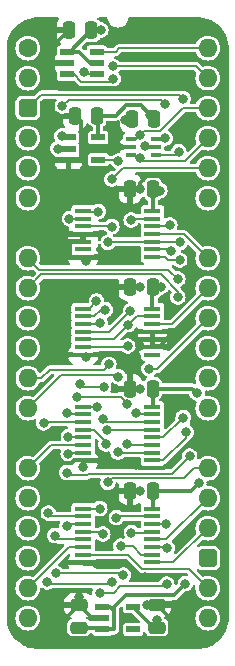
<source format=gtl>
%TF.GenerationSoftware,KiCad,Pcbnew,8.0.4*%
%TF.CreationDate,2024-08-14T13:19:37+02:00*%
%TF.ProjectId,Video Data Select,56696465-6f20-4446-9174-612053656c65,V0*%
%TF.SameCoordinates,PX54c81a0PY37b6b20*%
%TF.FileFunction,Copper,L1,Top*%
%TF.FilePolarity,Positive*%
%FSLAX46Y46*%
G04 Gerber Fmt 4.6, Leading zero omitted, Abs format (unit mm)*
G04 Created by KiCad (PCBNEW 8.0.4) date 2024-08-14 13:19:37*
%MOMM*%
%LPD*%
G01*
G04 APERTURE LIST*
G04 Aperture macros list*
%AMRoundRect*
0 Rectangle with rounded corners*
0 $1 Rounding radius*
0 $2 $3 $4 $5 $6 $7 $8 $9 X,Y pos of 4 corners*
0 Add a 4 corners polygon primitive as box body*
4,1,4,$2,$3,$4,$5,$6,$7,$8,$9,$2,$3,0*
0 Add four circle primitives for the rounded corners*
1,1,$1+$1,$2,$3*
1,1,$1+$1,$4,$5*
1,1,$1+$1,$6,$7*
1,1,$1+$1,$8,$9*
0 Add four rect primitives between the rounded corners*
20,1,$1+$1,$2,$3,$4,$5,0*
20,1,$1+$1,$4,$5,$6,$7,0*
20,1,$1+$1,$6,$7,$8,$9,0*
20,1,$1+$1,$8,$9,$2,$3,0*%
G04 Aperture macros list end*
%TA.AperFunction,SMDPad,CuDef*%
%ADD10RoundRect,0.250000X0.475000X-0.250000X0.475000X0.250000X-0.475000X0.250000X-0.475000X-0.250000X0*%
%TD*%
%TA.AperFunction,SMDPad,CuDef*%
%ADD11RoundRect,0.250000X0.250000X0.475000X-0.250000X0.475000X-0.250000X-0.475000X0.250000X-0.475000X0*%
%TD*%
%TA.AperFunction,ComponentPad*%
%ADD12C,1.600000*%
%TD*%
%TA.AperFunction,ComponentPad*%
%ADD13O,1.600000X1.600000*%
%TD*%
%TA.AperFunction,ComponentPad*%
%ADD14RoundRect,0.400000X-0.400000X-0.400000X0.400000X-0.400000X0.400000X0.400000X-0.400000X0.400000X0*%
%TD*%
%TA.AperFunction,ComponentPad*%
%ADD15R,1.600000X1.600000*%
%TD*%
%TA.AperFunction,SMDPad,CuDef*%
%ADD16R,1.475000X0.450000*%
%TD*%
%TA.AperFunction,SMDPad,CuDef*%
%ADD17R,0.875000X0.450000*%
%TD*%
%TA.AperFunction,SMDPad,CuDef*%
%ADD18R,1.250000X0.600000*%
%TD*%
%TA.AperFunction,SMDPad,CuDef*%
%ADD19R,1.200000X0.600000*%
%TD*%
%TA.AperFunction,SMDPad,CuDef*%
%ADD20R,1.150000X0.600000*%
%TD*%
%TA.AperFunction,ViaPad*%
%ADD21C,0.800000*%
%TD*%
%TA.AperFunction,Conductor*%
%ADD22C,0.200000*%
%TD*%
%TA.AperFunction,Conductor*%
%ADD23C,0.380000*%
%TD*%
G04 APERTURE END LIST*
D10*
%TO.P,C9,1*%
%TO.N,/3.3V*%
X10922000Y-49067000D03*
%TO.P,C9,2*%
%TO.N,/GND*%
X10922000Y-47167000D03*
%TD*%
D11*
%TO.P,C5,1*%
%TO.N,/3.3V*%
X10586000Y-11938000D03*
%TO.P,C5,2*%
%TO.N,/GND*%
X8686000Y-11938000D03*
%TD*%
%TO.P,C3,1*%
%TO.N,/5V*%
X10586000Y-37465000D03*
%TO.P,C3,2*%
%TO.N,/GND*%
X8686000Y-37465000D03*
%TD*%
D12*
%TO.P,J1,1,Pin_1*%
%TO.N,/~{WD}_{M}*%
X0Y0D03*
D13*
%TO.P,J1,2,Pin_2*%
%TO.N,/D7_{M}*%
X0Y-2540000D03*
D14*
%TO.P,J1,3,Pin_3*%
%TO.N,/~{Memory Frame}*%
X0Y-5080000D03*
D13*
%TO.P,J1,4,Pin_4*%
%TO.N,/D6_{M}*%
X0Y-7620000D03*
%TO.P,J1,5,Pin_5*%
%TO.N,/D5_{M}*%
X0Y-10160000D03*
%TO.P,J1,6,Pin_6*%
%TO.N,/D4_{M}*%
X0Y-12700000D03*
D15*
%TO.P,J1,7,Pin_7*%
%TO.N,/GND*%
X0Y-15240000D03*
D13*
%TO.P,J1,8,Pin_8*%
%TO.N,/D3_{M}*%
X0Y-17780000D03*
%TO.P,J1,9,Pin_9*%
%TO.N,/D2_{M}*%
X0Y-20320000D03*
%TO.P,J1,10,Pin_10*%
%TO.N,/D1_{M}*%
X0Y-22860000D03*
%TO.P,J1,11,Pin_11*%
%TO.N,/D0_{M}*%
X0Y-25400000D03*
%TO.P,J1,12,Pin_12*%
%TO.N,/PL7*%
X0Y-27940000D03*
%TO.P,J1,13,Pin_13*%
%TO.N,/PL6*%
X0Y-30480000D03*
D15*
%TO.P,J1,14,Pin_14*%
%TO.N,/GND*%
X0Y-33020000D03*
D13*
%TO.P,J1,15,Pin_15*%
%TO.N,/PL5*%
X0Y-35560000D03*
%TO.P,J1,16,Pin_16*%
%TO.N,/PL4*%
X0Y-38100000D03*
%TO.P,J1,17,Pin_17*%
%TO.N,/PL3*%
X0Y-40640000D03*
%TO.P,J1,18,Pin_18*%
%TO.N,/PL2*%
X0Y-43180000D03*
%TO.P,J1,19,Pin_19*%
%TO.N,/PL1*%
X0Y-45720000D03*
%TO.P,J1,20,Pin_20*%
%TO.N,/PL0*%
X0Y-48260000D03*
%TO.P,J1,21,Pin_21*%
%TO.N,/DP0*%
X15240000Y-48260000D03*
%TO.P,J1,22,Pin_22*%
%TO.N,/DP1*%
X15240000Y-45720000D03*
D14*
%TO.P,J1,23,Pin_23*%
%TO.N,/5V*%
X15240000Y-43180000D03*
D13*
%TO.P,J1,24,Pin_24*%
%TO.N,/DP2*%
X15240000Y-40640000D03*
%TO.P,J1,25,Pin_25*%
%TO.N,/DP3*%
X15240000Y-38100000D03*
%TO.P,J1,26,Pin_26*%
%TO.N,/DP4*%
X15240000Y-35560000D03*
D15*
%TO.P,J1,27,Pin_27*%
%TO.N,/GND*%
X15240000Y-33020000D03*
D13*
%TO.P,J1,28,Pin_28*%
%TO.N,/DP5*%
X15240000Y-30480000D03*
%TO.P,J1,29,Pin_29*%
%TO.N,/DP6*%
X15240000Y-27940000D03*
%TO.P,J1,30,Pin_30*%
%TO.N,/DP7*%
X15240000Y-25400000D03*
%TO.P,J1,31,Pin_31*%
%TO.N,/~{EP1}*%
X15240000Y-22860000D03*
%TO.P,J1,32,Pin_32*%
%TO.N,/~{EP0}*%
X15240000Y-20320000D03*
%TO.P,J1,33,Pin_33*%
%TO.N,/~{EG1}*%
X15240000Y-17780000D03*
D15*
%TO.P,J1,34,Pin_34*%
%TO.N,/GND*%
X15240000Y-15240000D03*
D13*
%TO.P,J1,35,Pin_35*%
%TO.N,/~{EG0}*%
X15240000Y-12700000D03*
%TO.P,J1,36,Pin_36*%
%TO.N,/~{CS Memory B}*%
X15240000Y-10160000D03*
%TO.P,J1,37,Pin_37*%
%TO.N,/Memory Frame*%
X15240000Y-7620000D03*
%TO.P,J1,38,Pin_38*%
%TO.N,/Palette Write*%
X15240000Y-5080000D03*
%TO.P,J1,39,Pin_39*%
%TO.N,/~{Memory B}*%
X15240000Y-2540000D03*
%TO.P,J1,40,Pin_40*%
%TO.N,/~{Memory A}*%
X15240000Y0D03*
%TD*%
D16*
%TO.P,IC8,1,1A*%
%TO.N,/~{Memory B}*%
X4682000Y-22053000D03*
%TO.P,IC8,2,1B*%
%TO.N,/~{Memory Frame}*%
X4682000Y-22703000D03*
%TO.P,IC8,3,2A*%
%TO.N,/~{Memory B}*%
X4682000Y-23353000D03*
%TO.P,IC8,4,2B*%
%TO.N,/Memory Frame*%
X4682000Y-24003000D03*
%TO.P,IC8,5,2C*%
%TO.N,/~{Palette + WD}*%
X4682000Y-24653000D03*
%TO.P,IC8,6,2Y*%
%TO.N,/~{EP1}*%
X4682000Y-25303000D03*
%TO.P,IC8,7,GND*%
%TO.N,/GND*%
X4682000Y-25953000D03*
%TO.P,IC8,8,3Y*%
%TO.N,unconnected-(IC8-3Y-Pad8)*%
X10558000Y-25953000D03*
%TO.P,IC8,9,3A*%
%TO.N,/GND*%
X10558000Y-25303000D03*
%TO.P,IC8,10,3B*%
X10558000Y-24653000D03*
%TO.P,IC8,11,3C*%
X10558000Y-24003000D03*
%TO.P,IC8,12,1Y*%
%TO.N,/~{EP0}*%
X10558000Y-23353000D03*
%TO.P,IC8,13,1C*%
%TO.N,/~{Palette + WD}*%
X10558000Y-22703000D03*
%TO.P,IC8,14,3V*%
%TO.N,/3.3V*%
X10558000Y-22053000D03*
%TD*%
D17*
%TO.P,IC4,1,1A*%
%TO.N,/Palette Write*%
X8717000Y-7732000D03*
%TO.P,IC4,2,GND*%
%TO.N,/GND*%
X8717000Y-8382000D03*
%TO.P,IC4,3,2A*%
%TO.N,/Memory Frame*%
X8717000Y-9032000D03*
%TO.P,IC4,4,2Y*%
%TO.N,/~{Memory Frame}*%
X10841000Y-9032000D03*
%TO.P,IC4,5,3V*%
%TO.N,/3.3V*%
X10841000Y-8382000D03*
%TO.P,IC4,6,1Y*%
%TO.N,/~{Palette Write}*%
X10841000Y-7732000D03*
%TD*%
D11*
%TO.P,C7,1*%
%TO.N,/3.3V*%
X10586000Y-20193000D03*
%TO.P,C7,2*%
%TO.N,/GND*%
X8686000Y-20193000D03*
%TD*%
D18*
%TO.P,IC9,1,B*%
%TO.N,/~{Palette Write}*%
X3449000Y-7559000D03*
%TO.P,IC9,2,A*%
%TO.N,/~{WD}_{M}*%
X3449000Y-8509000D03*
%TO.P,IC9,3,GND*%
%TO.N,/GND*%
X3449000Y-9459000D03*
%TO.P,IC9,4,Y*%
%TO.N,/~{Palette + WD}*%
X5949000Y-9459000D03*
%TO.P,IC9,5,3V*%
%TO.N,/3.3V*%
X5949000Y-7559000D03*
%TD*%
D11*
%TO.P,C6,1*%
%TO.N,/5V*%
X10586000Y-28829000D03*
%TO.P,C6,2*%
%TO.N,/GND*%
X8686000Y-28829000D03*
%TD*%
D16*
%TO.P,IC2,1,1A*%
%TO.N,/~{Memory B}*%
X4682000Y-13783000D03*
%TO.P,IC2,2,1B*%
%TO.N,/~{Palette Write Memory B}*%
X4682000Y-14433000D03*
%TO.P,IC2,3,1Y*%
%TO.N,/~{CS Memory B}*%
X4682000Y-15083000D03*
%TO.P,IC2,4,2A*%
%TO.N,/GND*%
X4682000Y-15733000D03*
%TO.P,IC2,5,2B*%
X4682000Y-16383000D03*
%TO.P,IC2,6,2Y*%
%TO.N,unconnected-(IC2-2Y-Pad6)*%
X4682000Y-17033000D03*
%TO.P,IC2,7,GND*%
%TO.N,/GND*%
X4682000Y-17683000D03*
%TO.P,IC2,8,3Y*%
%TO.N,/~{EG0}*%
X10558000Y-17683000D03*
%TO.P,IC2,9,3A*%
%TO.N,/~{Memory A}*%
X10558000Y-17033000D03*
%TO.P,IC2,10,3B*%
%TO.N,/~{Memory Frame}*%
X10558000Y-16383000D03*
%TO.P,IC2,11,4Y*%
%TO.N,/~{EG1}*%
X10558000Y-15733000D03*
%TO.P,IC2,12,4A*%
%TO.N,/~{Memory A}*%
X10558000Y-15083000D03*
%TO.P,IC2,13,4B*%
%TO.N,/Memory Frame*%
X10558000Y-14433000D03*
%TO.P,IC2,14,3V*%
%TO.N,/3.3V*%
X10558000Y-13783000D03*
%TD*%
D11*
%TO.P,C4,1*%
%TO.N,/3.3V*%
X5379000Y1524000D03*
%TO.P,C4,2*%
%TO.N,/GND*%
X3479000Y1524000D03*
%TD*%
D19*
%TO.P,IC1,1,IN1*%
%TO.N,/3.3V*%
X3322000Y-320000D03*
%TO.P,IC1,2,GND*%
%TO.N,/GND*%
X3322000Y-1270000D03*
%TO.P,IC1,3,IN0*%
%TO.N,/Palette Write*%
X3322000Y-2220000D03*
%TO.P,IC1,4,Y*%
%TO.N,/~{Palette Write Memory B}*%
X5822000Y-2220000D03*
%TO.P,IC1,5,3V*%
%TO.N,/3.3V*%
X5822000Y-1270000D03*
%TO.P,IC1,6,IN2*%
%TO.N,/~{Memory A}*%
X5822000Y-320000D03*
%TD*%
D10*
%TO.P,C8,1*%
%TO.N,/5V*%
X4318000Y-49067000D03*
%TO.P,C8,2*%
%TO.N,/GND*%
X4318000Y-47167000D03*
%TD*%
D11*
%TO.P,C2,1*%
%TO.N,/3.3V*%
X5887000Y-5715000D03*
%TO.P,C2,2*%
%TO.N,/GND*%
X3987000Y-5715000D03*
%TD*%
D20*
%TO.P,IC7,1,6VIn*%
%TO.N,/5V*%
X6320000Y-47310000D03*
%TO.P,IC7,2,GND*%
%TO.N,/GND*%
X6320000Y-48260000D03*
%TO.P,IC7,3,EN*%
%TO.N,/5V*%
X6320000Y-49210000D03*
%TO.P,IC7,4,ADJ*%
%TO.N,unconnected-(IC7-ADJ-Pad4)*%
X8920000Y-49210000D03*
%TO.P,IC7,5,3.3VOut*%
%TO.N,/3.3V*%
X8920000Y-47310000D03*
%TD*%
D16*
%TO.P,IC3,1,S*%
%TO.N,/~{Memory B}*%
X4682000Y-39000000D03*
%TO.P,IC3,2,1B1*%
%TO.N,/D0_{M}*%
X4682000Y-39650000D03*
%TO.P,IC3,3,1B2*%
%TO.N,/PL0*%
X4682000Y-40300000D03*
%TO.P,IC3,4,1A*%
%TO.N,/DP0*%
X4682000Y-40950000D03*
%TO.P,IC3,5,2B1*%
%TO.N,/D1_{M}*%
X4682000Y-41600000D03*
%TO.P,IC3,6,2B2*%
%TO.N,/PL1*%
X4682000Y-42250000D03*
%TO.P,IC3,7,2A*%
%TO.N,/DP1*%
X4682000Y-42900000D03*
%TO.P,IC3,8,GND*%
%TO.N,/GND*%
X4682000Y-43550000D03*
%TO.P,IC3,9,3A*%
%TO.N,/DP2*%
X10558000Y-43550000D03*
%TO.P,IC3,10,3B2*%
%TO.N,/PL2*%
X10558000Y-42900000D03*
%TO.P,IC3,11,3B1*%
%TO.N,/D2_{M}*%
X10558000Y-42250000D03*
%TO.P,IC3,12,4A*%
%TO.N,/DP3*%
X10558000Y-41600000D03*
%TO.P,IC3,13,4B2*%
%TO.N,/PL3*%
X10558000Y-40950000D03*
%TO.P,IC3,14,4B1*%
%TO.N,/D3_{M}*%
X10558000Y-40300000D03*
%TO.P,IC3,15,~{OE}*%
%TO.N,/~{CS Memory B}*%
X10558000Y-39650000D03*
%TO.P,IC3,16,5V*%
%TO.N,/5V*%
X10558000Y-39000000D03*
%TD*%
%TO.P,IC5,1,S*%
%TO.N,/~{Memory B}*%
X4682000Y-30364000D03*
%TO.P,IC5,2,1B1*%
%TO.N,/D4_{M}*%
X4682000Y-31014000D03*
%TO.P,IC5,3,1B2*%
%TO.N,/PL4*%
X4682000Y-31664000D03*
%TO.P,IC5,4,1A*%
%TO.N,/DP4*%
X4682000Y-32314000D03*
%TO.P,IC5,5,2B1*%
%TO.N,/D5_{M}*%
X4682000Y-32964000D03*
%TO.P,IC5,6,2B2*%
%TO.N,/PL5*%
X4682000Y-33614000D03*
%TO.P,IC5,7,2A*%
%TO.N,/DP5*%
X4682000Y-34264000D03*
%TO.P,IC5,8,GND*%
%TO.N,/GND*%
X4682000Y-34914000D03*
%TO.P,IC5,9,3A*%
%TO.N,/DP6*%
X10558000Y-34914000D03*
%TO.P,IC5,10,3B2*%
%TO.N,/PL6*%
X10558000Y-34264000D03*
%TO.P,IC5,11,3B1*%
%TO.N,/D6_{M}*%
X10558000Y-33614000D03*
%TO.P,IC5,12,4A*%
%TO.N,/DP7*%
X10558000Y-32964000D03*
%TO.P,IC5,13,4B2*%
%TO.N,/PL7*%
X10558000Y-32314000D03*
%TO.P,IC5,14,4B1*%
%TO.N,/D7_{M}*%
X10558000Y-31664000D03*
%TO.P,IC5,15,~{OE}*%
%TO.N,/~{CS Memory B}*%
X10558000Y-31014000D03*
%TO.P,IC5,16,5V*%
%TO.N,/5V*%
X10558000Y-30364000D03*
%TD*%
D11*
%TO.P,C1,1*%
%TO.N,/3.3V*%
X10713000Y-5969000D03*
%TO.P,C1,2*%
%TO.N,/GND*%
X8813000Y-5969000D03*
%TD*%
D21*
%TO.N,/5V*%
X13335000Y-45339000D03*
X14318163Y-29206473D03*
X14478000Y-36830000D03*
%TO.N,/GND*%
X4682000Y-35433000D03*
X9886779Y-44792840D03*
X4953000Y-18034000D03*
X9151000Y-17526000D03*
X4953000Y-11938000D03*
X4953000Y-26162000D03*
X10095002Y-47117000D03*
X7620004Y-8382000D03*
X4318000Y-46482000D03*
X9134085Y-35293935D03*
X2032000Y-20193000D03*
X4953000Y-20193000D03*
X5834187Y-43650000D03*
X9486000Y-28829000D03*
X9486000Y-37465000D03*
X8223165Y-6109751D03*
X9486000Y-20227238D03*
X9486000Y-11938000D03*
%TO.N,/3.3V*%
X6181999Y1524000D03*
X11188000Y-12065004D03*
X9881502Y-8306059D03*
X10922000Y-48387000D03*
X11256595Y-20233278D03*
X10368517Y-5633493D03*
%TO.N,/~{Palette Write Memory B}*%
X3520971Y-14433000D03*
X4721331Y-2009669D03*
%TO.N,/Palette Write*%
X9465012Y-7385881D03*
X7239000Y-2589000D03*
%TO.N,/~{Memory A}*%
X12028000Y-14986000D03*
X12129852Y-17165190D03*
%TO.N,/~{Memory B}*%
X5816495Y-21401075D03*
X7201747Y-1539659D03*
X6117000Y-23253000D03*
X5969006Y-13843000D03*
X5854000Y-30353000D03*
X6096000Y-38989000D03*
%TO.N,/~{CS Memory B}*%
X7124000Y-11098000D03*
X7493000Y-39751000D03*
X9144001Y-30873000D03*
X7112001Y-15112999D03*
%TO.N,/PL2*%
X1651000Y-45212000D03*
X7874000Y-42150000D03*
X7147486Y-45200000D03*
%TO.N,/DP0*%
X6096000Y-46101000D03*
X6350000Y-41148000D03*
X11762000Y-45367293D03*
%TO.N,/D1_{M}*%
X2286000Y-41275000D03*
%TO.N,/D2_{M}*%
X12700008Y-21082000D03*
X11821443Y-42345566D03*
%TO.N,/PL0*%
X3300156Y-40503167D03*
%TO.N,/PL3*%
X8763000Y-41021000D03*
X8099158Y-44605842D03*
X2374655Y-44451192D03*
%TO.N,/D3_{M}*%
X12700000Y-19558000D03*
X11719029Y-40300000D03*
%TO.N,/D0_{M}*%
X1733000Y-39370000D03*
%TO.N,/~{Palette Write}*%
X2883554Y-7434872D03*
X11593441Y-4715704D03*
X11639672Y-7633846D03*
X2920291Y-4904000D03*
%TO.N,/Memory Frame*%
X8751000Y-14555592D03*
X8687335Y-22225000D03*
X9525000Y-9271000D03*
%TO.N,/~{Memory Frame}*%
X13139672Y-4269000D03*
X6549543Y-22152837D03*
X12789672Y-8775000D03*
X12894984Y-16446108D03*
X6787335Y-16453665D03*
%TO.N,/D4_{M}*%
X3290000Y-30861000D03*
%TO.N,/PL7*%
X6743000Y-32336750D03*
X6870000Y-26774246D03*
%TO.N,/DP5*%
X3417000Y-34327499D03*
X3302000Y-35941000D03*
X13706120Y-34544000D03*
%TO.N,/PL6*%
X7643997Y-27813000D03*
X7644003Y-34214039D03*
%TO.N,/D7_{M}*%
X4383000Y-28448000D03*
X6426983Y-28706048D03*
X6350000Y-31369000D03*
%TO.N,/DP6*%
X13407690Y-32543483D03*
%TO.N,/D5_{M}*%
X3429000Y-32893000D03*
%TO.N,/DP4*%
X6604000Y-33528000D03*
X6766391Y-36769000D03*
%TO.N,/PL4*%
X1333000Y-31750000D03*
%TO.N,/DP7*%
X13158820Y-31280255D03*
%TO.N,/D6_{M}*%
X8394000Y-30154000D03*
X8394000Y-33552137D03*
X4127975Y-29538998D03*
%TO.N,/~{EG0}*%
X12864195Y-17951634D03*
%TO.N,/~{EP1}*%
X8456443Y-25222355D03*
X10253514Y-27153716D03*
%TO.N,/~{Palette + WD}*%
X8498730Y-23417000D03*
X7677155Y-9556677D03*
%TO.N,/~{WD}_{M}*%
X2540000Y-8509000D03*
%TO.N,/GND*%
X9477979Y-25235373D03*
%TD*%
D22*
%TO.N,/~{Memory B}*%
X4742000Y-13843000D02*
X5969006Y-13843000D01*
%TO.N,/Memory Frame*%
X6909335Y-24003000D02*
X8687335Y-22225000D01*
X4682000Y-24003000D02*
X6909335Y-24003000D01*
%TO.N,/~{Memory B}*%
X6017000Y-23353000D02*
X6117000Y-23253000D01*
X4682000Y-23353000D02*
X6017000Y-23353000D01*
%TO.N,/~{Memory Frame}*%
X6169663Y-22152837D02*
X6549543Y-22152837D01*
X5619500Y-22703000D02*
X6169663Y-22152837D01*
X4682000Y-22703000D02*
X5619500Y-22703000D01*
%TO.N,/~{EP1}*%
X10946284Y-27153716D02*
X10253514Y-27153716D01*
%TO.N,/~{Palette + WD}*%
X10558000Y-22703000D02*
X9212730Y-22703000D01*
X4682000Y-24653000D02*
X7262730Y-24653000D01*
X7262730Y-24653000D02*
X8498730Y-23417000D01*
D23*
%TO.N,/GND*%
X5162000Y-25953000D02*
X4953000Y-26162000D01*
X7469217Y-25953000D02*
X5162000Y-25953000D01*
X7756217Y-26240000D02*
X7469217Y-25953000D01*
X8626738Y-26240000D02*
X7756217Y-26240000D01*
X9477979Y-25235373D02*
X9477979Y-25388759D01*
X9477979Y-25388759D02*
X8626738Y-26240000D01*
D22*
%TO.N,/~{EP1}*%
X8375798Y-25303000D02*
X8456443Y-25222355D01*
X4682000Y-25303000D02*
X8375798Y-25303000D01*
%TO.N,/~{Palette + WD}*%
X9212730Y-22703000D02*
X8498730Y-23417000D01*
%TO.N,/~{EP1}*%
X15240000Y-22860000D02*
X10946284Y-27153716D01*
%TO.N,/~{Memory B}*%
X5164570Y-22053000D02*
X5816495Y-21401075D01*
D23*
%TO.N,/5V*%
X10586000Y-28829000D02*
X13940690Y-28829000D01*
X7285000Y-49200000D02*
X7285000Y-47671000D01*
X7285000Y-47290000D02*
X8298000Y-46277000D01*
X10586000Y-37465000D02*
X13843000Y-37465000D01*
X6924000Y-47310000D02*
X6320000Y-47310000D01*
X8298000Y-46277000D02*
X12397000Y-46277000D01*
X13843000Y-37465000D02*
X14478000Y-36830000D01*
X10586000Y-37465000D02*
X10586000Y-38972000D01*
X6320000Y-49210000D02*
X7275000Y-49210000D01*
X12397000Y-46277000D02*
X13335000Y-45339000D01*
X7275000Y-49210000D02*
X7285000Y-49200000D01*
X6177000Y-49067000D02*
X6320000Y-49210000D01*
X7285000Y-47671000D02*
X7285000Y-47290000D01*
X7285000Y-47671000D02*
X6924000Y-47310000D01*
X4318000Y-49067000D02*
X6177000Y-49067000D01*
X13940690Y-28829000D02*
X14318163Y-29206473D01*
X10586000Y-28829000D02*
X10586000Y-30336000D01*
%TO.N,/GND*%
X16430000Y-31830000D02*
X15240000Y-33020000D01*
X8686000Y-20193000D02*
X9451762Y-20193000D01*
X10922000Y-47167000D02*
X10145002Y-47167000D01*
X8813000Y-5969000D02*
X8363916Y-5969000D01*
X4682000Y-15733000D02*
X2017000Y-15733000D01*
X10558000Y-25303000D02*
X10558000Y-24653000D01*
X2608229Y-3429000D02*
X2159000Y-2979771D01*
X2794000Y-26670000D02*
X-428000Y-26670000D01*
X4953000Y-11938000D02*
X4826000Y-11938000D01*
X9486000Y-37465000D02*
X8686000Y-37465000D01*
X10145002Y-47167000D02*
X10095002Y-47117000D01*
X16430000Y-12207085D02*
X16430000Y-14050000D01*
X3744229Y-35117499D02*
X3947728Y-34914000D01*
X-1190000Y-9667084D02*
X-1190000Y-14050000D01*
X0Y-33020000D02*
X-1190000Y-31830000D01*
X2874000Y-47070000D02*
X2971000Y-47167000D01*
X8994000Y-17683000D02*
X9151000Y-17526000D01*
X5799500Y-34914000D02*
X6179435Y-35293935D01*
X16430000Y-14050000D02*
X15240000Y-15240000D01*
X14141940Y-3429000D02*
X2608229Y-3429000D01*
X9477979Y-25235373D02*
X9545606Y-25303000D01*
X10922000Y-47167000D02*
X12037000Y-48282000D01*
X16430000Y-34210000D02*
X16430000Y-46292915D01*
X16430000Y-21082000D02*
X16430000Y-20828000D01*
X4486938Y-6214938D02*
X4486938Y-9426062D01*
X9486000Y-11938000D02*
X9486000Y-11400976D01*
X3175000Y-48310000D02*
X4318000Y-47167000D01*
X8686000Y-11938000D02*
X4953000Y-11938000D01*
X-1190000Y-36052915D02*
X-1190000Y-34210000D01*
X3711500Y-17683000D02*
X4682000Y-17683000D01*
X15240000Y-15240000D02*
X16430000Y-16430000D01*
X3570976Y-49957000D02*
X3175000Y-49561024D01*
X4953000Y-18034000D02*
X4953000Y-17954000D01*
X-1190000Y-16430000D02*
X0Y-15240000D01*
X4682000Y-16383000D02*
X3564500Y-16383000D01*
X16430000Y-4427085D02*
X15732915Y-3730000D01*
X4953000Y-20193000D02*
X2032000Y-20193000D01*
X4110000Y-49957000D02*
X3570976Y-49957000D01*
X9195435Y-35293935D02*
X9134085Y-35293935D01*
X9451762Y-20193000D02*
X9486000Y-20227238D01*
X4486938Y-9426062D02*
X4454000Y-9459000D01*
X2017000Y-15733000D02*
X1524000Y-15240000D01*
X2159000Y-2979771D02*
X2159000Y204000D01*
X6179435Y-35293935D02*
X9134085Y-35293935D01*
X3511000Y-25953000D02*
X2794000Y-26670000D01*
X3987000Y-5715000D02*
X4486938Y-6214938D01*
X3564500Y-16383000D02*
X3554500Y-16393000D01*
X-428000Y-26670000D02*
X-1190000Y-27432000D01*
X4682000Y-34914000D02*
X5799500Y-34914000D01*
X15922000Y-21590000D02*
X16430000Y-21082000D01*
X4191000Y-50038000D02*
X4110000Y-49957000D01*
X4454000Y-9459000D02*
X3449000Y-9459000D01*
X10063976Y-10823000D02*
X14060085Y-10823000D01*
X11588024Y-50038000D02*
X4191000Y-50038000D01*
X14667085Y-11430000D02*
X15652915Y-11430000D01*
X4682000Y-25953000D02*
X3511000Y-25953000D01*
X-412915Y-36830000D02*
X412915Y-36830000D01*
X7620005Y-8382001D02*
X7620004Y-8382000D01*
X14442940Y-3730000D02*
X14141940Y-3429000D01*
X-332915Y-47070000D02*
X2874000Y-47070000D01*
X12037000Y-49589024D02*
X11588024Y-50038000D01*
X-428000Y-26670000D02*
X-1190000Y-25908000D01*
X16430000Y-22098000D02*
X16430000Y-31830000D01*
X6320000Y-48260000D02*
X5411000Y-48260000D01*
X9682875Y-44792840D02*
X9886779Y-44792840D01*
X3947728Y-34914000D02*
X4682000Y-34914000D01*
X2159000Y204000D02*
X3479000Y1524000D01*
X4953000Y-17954000D02*
X4682000Y-17683000D01*
X8686000Y-28829000D02*
X9486000Y-28829000D01*
X-1190000Y-25273000D02*
X-1190000Y-16430000D01*
X15240000Y-33020000D02*
X16430000Y-34210000D01*
X8970999Y-8382001D02*
X8109972Y-8382001D01*
X4682000Y-15733000D02*
X4682000Y-16383000D01*
X-1588000Y-38005085D02*
X-1588000Y-45814915D01*
X2125416Y-35117499D02*
X3744229Y-35117499D01*
X4682000Y-43550000D02*
X4782000Y-43650000D01*
X-412915Y-36830000D02*
X-1190000Y-36052915D01*
X4782000Y-43650000D02*
X5834187Y-43650000D01*
X16430000Y-10652915D02*
X16430000Y-4427085D01*
X8109972Y-8382001D02*
X7620005Y-8382001D01*
X412915Y-36830000D02*
X2125416Y-35117499D01*
X9430500Y-35529000D02*
X9195435Y-35293935D01*
X15922000Y-21590000D02*
X16430000Y-22098000D01*
X14060000Y-33020000D02*
X11551000Y-35529000D01*
X11070500Y-25303000D02*
X14783500Y-21590000D01*
X-1190000Y-34210000D02*
X0Y-33020000D01*
X15732915Y-3730000D02*
X14442940Y-3730000D01*
X4953000Y-26162000D02*
X4744000Y-25953000D01*
X-412916Y-8890000D02*
X-1190000Y-9667084D01*
X-1588000Y-45814915D02*
X-332915Y-47070000D01*
X11551000Y-35529000D02*
X9430500Y-35529000D01*
X15652915Y-11430000D02*
X16430000Y-12207085D01*
X2971000Y-47167000D02*
X4318000Y-47167000D01*
X14060085Y-10823000D02*
X14667085Y-11430000D01*
X8686000Y-20193000D02*
X4953000Y-20193000D01*
X4682000Y-17683000D02*
X8994000Y-17683000D01*
X10558000Y-24653000D02*
X10558000Y-24003000D01*
X-1190000Y-31830000D02*
X-1190000Y-27432000D01*
X2372771Y-9459000D02*
X1803771Y-8890000D01*
X3554500Y-16393000D02*
X3554500Y-17526000D01*
X1803771Y-8890000D02*
X-412916Y-8890000D01*
X8363916Y-5969000D02*
X8223165Y-6109751D01*
X1524000Y-15240000D02*
X0Y-15240000D01*
X15732915Y-46990000D02*
X11099000Y-46990000D01*
X16430000Y-16430000D02*
X16430000Y-20828000D01*
X16430000Y-46292915D02*
X15732915Y-46990000D01*
X8540035Y-43650000D02*
X9682875Y-44792840D01*
X5411000Y-48260000D02*
X4318000Y-47167000D01*
X15652915Y-11430000D02*
X16430000Y-10652915D01*
X4318000Y-47167000D02*
X4318000Y-46482000D01*
X9486000Y-11400976D02*
X10063976Y-10823000D01*
X9545606Y-25303000D02*
X10558000Y-25303000D01*
X3554500Y-17526000D02*
X3711500Y-17683000D01*
X-1190000Y-25908000D02*
X-1190000Y-25273000D01*
X5834187Y-43650000D02*
X8540035Y-43650000D01*
X-1190000Y-14050000D02*
X0Y-15240000D01*
X12037000Y-48282000D02*
X12037000Y-49589024D01*
X3449000Y-9459000D02*
X2372771Y-9459000D01*
X3175000Y-49561024D02*
X3175000Y-48310000D01*
X4682000Y-34914000D02*
X4682000Y-35433000D01*
X15240000Y-33020000D02*
X14060000Y-33020000D01*
X-412915Y-36830000D02*
X-1588000Y-38005085D01*
X4826000Y-11938000D02*
X1524000Y-15240000D01*
X14783500Y-21590000D02*
X15922000Y-21590000D01*
X8686000Y-11938000D02*
X9486000Y-11938000D01*
%TO.N,/3.3V*%
X5379000Y1524000D02*
X6181999Y1524000D01*
X10586000Y-20193000D02*
X11216317Y-20193000D01*
X10586000Y-11938000D02*
X10586000Y-13755000D01*
X10586000Y-11938000D02*
X11060996Y-11938000D01*
X5252000Y-1270000D02*
X5822000Y-1270000D01*
X11060996Y-11938000D02*
X11188000Y-12065004D01*
X3535000Y-320000D02*
X5379000Y1524000D01*
X8290976Y-4854000D02*
X7429976Y-5715000D01*
X10922000Y-49067000D02*
X10922000Y-48387000D01*
X10558000Y-22053000D02*
X10558000Y-20221000D01*
X10368517Y-5633493D02*
X9589024Y-4854000D01*
X9957443Y-8382000D02*
X9881502Y-8306059D01*
X5949000Y-7559000D02*
X5949000Y-5777000D01*
X3322000Y-320000D02*
X4302000Y-320000D01*
X10841000Y-8382000D02*
X9957443Y-8382000D01*
X7429976Y-5715000D02*
X5887000Y-5715000D01*
X11216317Y-20193000D02*
X11256595Y-20233278D01*
X4302000Y-320000D02*
X5252000Y-1270000D01*
X9589024Y-4854000D02*
X8290976Y-4854000D01*
X10677000Y-49067000D02*
X8920000Y-47310000D01*
D22*
%TO.N,/~{Palette Write Memory B}*%
X5822000Y-2220000D02*
X4931662Y-2220000D01*
X3520971Y-14433000D02*
X4682000Y-14433000D01*
X4931662Y-2220000D02*
X4721331Y-2009669D01*
%TO.N,/Palette Write*%
X13132857Y-5080000D02*
X11218857Y-6994000D01*
X6969000Y-2859000D02*
X7239000Y-2589000D01*
X3322000Y-2220000D02*
X3871000Y-2220000D01*
X4510000Y-2859000D02*
X6969000Y-2859000D01*
X9118893Y-7732000D02*
X9465012Y-7385881D01*
X3871000Y-2220000D02*
X4510000Y-2859000D01*
X9856893Y-6994000D02*
X9465012Y-7385881D01*
X11218857Y-6994000D02*
X9856893Y-6994000D01*
X15240000Y-5080000D02*
X13132857Y-5080000D01*
%TO.N,/~{Memory A}*%
X5822000Y-320000D02*
X7427000Y-320000D01*
X10558000Y-15083000D02*
X11931000Y-15083000D01*
X11931000Y-15083000D02*
X12028000Y-14986000D01*
X15240000Y0D02*
X7747000Y0D01*
X11997662Y-17033000D02*
X12129852Y-17165190D01*
X7427000Y-320000D02*
X7747000Y0D01*
X10558000Y-17033000D02*
X11997662Y-17033000D01*
%TO.N,/~{Memory B}*%
X4682000Y-30364000D02*
X5843000Y-30364000D01*
X4682000Y-39000000D02*
X6085000Y-39000000D01*
X14239659Y-1539659D02*
X7201747Y-1539659D01*
X5843000Y-30364000D02*
X5854000Y-30353000D01*
X15240000Y-2540000D02*
X14239659Y-1539659D01*
X6085000Y-39000000D02*
X6096000Y-38989000D01*
%TO.N,/~{CS Memory B}*%
X15240000Y-10160000D02*
X8062000Y-10160000D01*
X4682000Y-15083000D02*
X7082002Y-15083000D01*
X10558000Y-39650000D02*
X7594000Y-39650000D01*
X7594000Y-39650000D02*
X7493000Y-39751000D01*
X7082002Y-15083000D02*
X7112001Y-15112999D01*
X8062000Y-10160000D02*
X7124000Y-11098000D01*
X9285001Y-31014000D02*
X9144001Y-30873000D01*
X10558000Y-31014000D02*
X9285001Y-31014000D01*
%TO.N,/PL2*%
X9620500Y-42900000D02*
X8870500Y-42150000D01*
X8870500Y-42150000D02*
X7874000Y-42150000D01*
X7008486Y-45339000D02*
X1778000Y-45339000D01*
X7147486Y-45200000D02*
X7008486Y-45339000D01*
X10558000Y-42900000D02*
X9620500Y-42900000D01*
X1778000Y-45339000D02*
X1651000Y-45212000D01*
%TO.N,/DP0*%
X6152000Y-40950000D02*
X4682000Y-40950000D01*
X6350000Y-41148000D02*
X6152000Y-40950000D01*
X11548293Y-45581000D02*
X11762000Y-45367293D01*
X6096000Y-46101000D02*
X7307147Y-46101000D01*
X7827147Y-45581000D02*
X11548293Y-45581000D01*
X7307147Y-46101000D02*
X7827147Y-45581000D01*
%TO.N,/D1_{M}*%
X2611000Y-41600000D02*
X2286000Y-41275000D01*
X4682000Y-41600000D02*
X2611000Y-41600000D01*
%TO.N,/DP3*%
X10558000Y-41600000D02*
X11740000Y-41600000D01*
X11740000Y-41600000D02*
X15240000Y-38100000D01*
%TO.N,/D2_{M}*%
X0Y-20320000D02*
X1152000Y-19168000D01*
X11249339Y-19168000D02*
X12700008Y-20618669D01*
X1152000Y-19168000D02*
X11249339Y-19168000D01*
X12700008Y-20618669D02*
X12700008Y-21082000D01*
X11725877Y-42250000D02*
X11821443Y-42345566D01*
X10558000Y-42250000D02*
X11725877Y-42250000D01*
%TO.N,/DP2*%
X12330000Y-43550000D02*
X15240000Y-40640000D01*
X10558000Y-43550000D02*
X12330000Y-43550000D01*
%TO.N,/PL1*%
X3470000Y-42250000D02*
X4682000Y-42250000D01*
X0Y-45720000D02*
X3470000Y-42250000D01*
%TO.N,/PL0*%
X4682000Y-40300000D02*
X3503323Y-40300000D01*
X3503323Y-40300000D02*
X3300156Y-40503167D01*
%TO.N,/PL3*%
X2375847Y-44450000D02*
X2374655Y-44451192D01*
X8099158Y-44605842D02*
X7943316Y-44450000D01*
X7943316Y-44450000D02*
X2375847Y-44450000D01*
X8763000Y-41021000D02*
X10487000Y-41021000D01*
%TO.N,/D3_{M}*%
X11719029Y-40300000D02*
X10558000Y-40300000D01*
X0Y-17780000D02*
X972464Y-18752464D01*
X972464Y-18752464D02*
X11894464Y-18752464D01*
X11894464Y-18752464D02*
X12700000Y-19558000D01*
%TO.N,/D0_{M}*%
X4682000Y-39650000D02*
X2013000Y-39650000D01*
X2013000Y-39650000D02*
X1733000Y-39370000D01*
%TO.N,/DP1*%
X9670000Y-44087000D02*
X13607000Y-44087000D01*
X4682000Y-42900000D02*
X8483000Y-42900000D01*
X13607000Y-44087000D02*
X15240000Y-45720000D01*
X8483000Y-42900000D02*
X9670000Y-44087000D01*
%TO.N,/~{Palette Write}*%
X11541518Y-7732000D02*
X11639672Y-7633846D01*
X10841000Y-7732000D02*
X11541518Y-7732000D01*
X11241737Y-4364000D02*
X11593441Y-4715704D01*
X3460291Y-4364000D02*
X11241737Y-4364000D01*
X3324872Y-7434872D02*
X2883554Y-7434872D01*
X2920291Y-4904000D02*
X3460291Y-4364000D01*
%TO.N,/Memory Frame*%
X10558000Y-14433000D02*
X8873592Y-14433000D01*
X8873592Y-14433000D02*
X8751000Y-14555592D01*
X13303000Y-9557000D02*
X9811000Y-9557000D01*
X15240000Y-7620000D02*
X13303000Y-9557000D01*
X9811000Y-9557000D02*
X9525000Y-9271000D01*
%TO.N,/~{Memory Frame}*%
X12532672Y-9032000D02*
X12789672Y-8775000D01*
X10558000Y-16383000D02*
X6858000Y-16383000D01*
X6858000Y-16383000D02*
X6787335Y-16453665D01*
X0Y-5080000D02*
X1143000Y-3937000D01*
X10558000Y-16383000D02*
X12831876Y-16383000D01*
X10841000Y-9032000D02*
X12532672Y-9032000D01*
X12807672Y-3937000D02*
X13139672Y-4269000D01*
X1143000Y-3937000D02*
X12807672Y-3937000D01*
X12831876Y-16383000D02*
X12894984Y-16446108D01*
%TO.N,/D4_{M}*%
X3443000Y-31014000D02*
X3290000Y-30861000D01*
X4682000Y-31014000D02*
X3443000Y-31014000D01*
%TO.N,/PL7*%
X10558000Y-32314000D02*
X6765750Y-32314000D01*
X6765750Y-32314000D02*
X6743000Y-32336750D01*
X1851813Y-27219557D02*
X6424689Y-27219557D01*
X6424689Y-27219557D02*
X6870000Y-26774246D01*
X1131370Y-27940000D02*
X1851813Y-27219557D01*
X0Y-27940000D02*
X1131370Y-27940000D01*
%TO.N,/DP5*%
X3480499Y-34264000D02*
X3417000Y-34327499D01*
X3302000Y-35941000D02*
X3544000Y-36183000D01*
X4992661Y-36183000D02*
X5156661Y-36019000D01*
X12231120Y-36019000D02*
X13706120Y-34544000D01*
X3544000Y-36183000D02*
X4992661Y-36183000D01*
X4682000Y-34264000D02*
X3480499Y-34264000D01*
X5156661Y-36019000D02*
X12231120Y-36019000D01*
%TO.N,/PL6*%
X0Y-30480000D02*
X2815500Y-27664500D01*
X7693964Y-34264000D02*
X7644003Y-34214039D01*
X7495497Y-27664500D02*
X7643997Y-27813000D01*
X2815500Y-27664500D02*
X7495497Y-27664500D01*
X10558000Y-34264000D02*
X7693964Y-34264000D01*
%TO.N,/D7_{M}*%
X6604000Y-31623000D02*
X6350000Y-31369000D01*
X4383000Y-28448000D02*
X4641048Y-28706048D01*
X4641048Y-28706048D02*
X6426983Y-28706048D01*
X10517000Y-31623000D02*
X6604000Y-31623000D01*
%TO.N,/DP6*%
X13407690Y-32976810D02*
X13407690Y-32543483D01*
X11470500Y-34914000D02*
X13407690Y-32976810D01*
X10558000Y-34914000D02*
X11470500Y-34914000D01*
%TO.N,/D5_{M}*%
X4682000Y-32964000D02*
X3500000Y-32964000D01*
X3500000Y-32964000D02*
X3429000Y-32893000D01*
%TO.N,/DP4*%
X7116391Y-36419000D02*
X6766391Y-36769000D01*
X14097000Y-35560000D02*
X13238000Y-36419000D01*
X6604000Y-33323500D02*
X5594500Y-32314000D01*
X14948601Y-35560000D02*
X14097000Y-35560000D01*
X6604000Y-33528000D02*
X6604000Y-33323500D01*
X13238000Y-36419000D02*
X7116391Y-36419000D01*
X5594500Y-32314000D02*
X4682000Y-32314000D01*
%TO.N,/PL4*%
X1419000Y-31664000D02*
X1333000Y-31750000D01*
X4682000Y-31664000D02*
X1419000Y-31664000D01*
%TO.N,/DP7*%
X10558000Y-32964000D02*
X11475075Y-32964000D01*
X11475075Y-32964000D02*
X13158820Y-31280255D01*
%TO.N,/PL5*%
X0Y-35560000D02*
X1946000Y-33614000D01*
X1946000Y-33614000D02*
X4682000Y-33614000D01*
%TO.N,/D6_{M}*%
X8394000Y-30046744D02*
X8394000Y-30154000D01*
X7886254Y-29538998D02*
X8394000Y-30046744D01*
X4127975Y-29538998D02*
X7886254Y-29538998D01*
X10558000Y-33614000D02*
X8455863Y-33614000D01*
X8455863Y-33614000D02*
X8394000Y-33552137D01*
%TO.N,/~{EG1}*%
X10558000Y-15733000D02*
X13193000Y-15733000D01*
X13193000Y-15733000D02*
X15240000Y-17780000D01*
%TO.N,/~{EG0}*%
X11855634Y-17951634D02*
X12864195Y-17951634D01*
X11587000Y-17683000D02*
X11855634Y-17951634D01*
X10558000Y-17683000D02*
X11587000Y-17683000D01*
%TO.N,/~{EP0}*%
X10558000Y-23353000D02*
X12207000Y-23353000D01*
X12207000Y-23353000D02*
X15240000Y-20320000D01*
%TO.N,/~{Palette + WD}*%
X7579478Y-9459000D02*
X7677155Y-9556677D01*
X5949000Y-9459000D02*
X7579478Y-9459000D01*
%TO.N,/~{WD}_{M}*%
X3449000Y-8509000D02*
X2540000Y-8509000D01*
%TD*%
%TA.AperFunction,Conductor*%
%TO.N,/GND*%
G36*
X1524000Y-3586500D02*
G01*
X1096856Y-3586500D01*
X1007712Y-3610386D01*
X1007709Y-3610387D01*
X927791Y-3656527D01*
X927786Y-3656531D01*
X588736Y-3995580D01*
X527413Y-4029065D01*
X491328Y-4031517D01*
X465704Y-4029500D01*
X465694Y-4029500D01*
X-465694Y-4029500D01*
X-465702Y-4029500D01*
X-502568Y-4032401D01*
X-502574Y-4032402D01*
X-660394Y-4078254D01*
X-660397Y-4078255D01*
X-801863Y-4161917D01*
X-801871Y-4161923D01*
X-918077Y-4278129D01*
X-918083Y-4278137D01*
X-1001745Y-4419603D01*
X-1001746Y-4419606D01*
X-1047598Y-4577426D01*
X-1047599Y-4577432D01*
X-1050500Y-4614298D01*
X-1050500Y-5545701D01*
X-1047599Y-5582567D01*
X-1047598Y-5582573D01*
X-1001746Y-5740393D01*
X-1001745Y-5740396D01*
X-918083Y-5881862D01*
X-918077Y-5881870D01*
X-801871Y-5998076D01*
X-801867Y-5998079D01*
X-801865Y-5998081D01*
X-660398Y-6081744D01*
X-618776Y-6093836D01*
X-502574Y-6127597D01*
X-502571Y-6127597D01*
X-502569Y-6127598D01*
X-465694Y-6130500D01*
X-465686Y-6130500D01*
X465686Y-6130500D01*
X465694Y-6130500D01*
X502569Y-6127598D01*
X502571Y-6127597D01*
X502573Y-6127597D01*
X544191Y-6115505D01*
X660398Y-6081744D01*
X801865Y-5998081D01*
X918081Y-5881865D01*
X1001744Y-5740398D01*
X1047598Y-5582569D01*
X1050500Y-5545694D01*
X1050500Y-4614306D01*
X1048482Y-4588670D01*
X1062845Y-4520295D01*
X1084412Y-4491268D01*
X1251864Y-4323816D01*
X1313187Y-4290334D01*
X1339544Y-4287500D01*
X1524000Y-4287500D01*
X1524000Y-18401964D01*
X1169008Y-18401964D01*
X1101969Y-18382279D01*
X1081327Y-18365645D01*
X1010191Y-18294509D01*
X976706Y-18233186D01*
X979210Y-18170837D01*
X1035300Y-17985934D01*
X1055583Y-17780000D01*
X1035300Y-17574066D01*
X975232Y-17376046D01*
X877685Y-17193550D01*
X825702Y-17130209D01*
X746410Y-17033589D01*
X586452Y-16902317D01*
X586453Y-16902317D01*
X586450Y-16902315D01*
X403954Y-16804768D01*
X205934Y-16744700D01*
X205932Y-16744699D01*
X205934Y-16744699D01*
X0Y-16724417D01*
X-205933Y-16744699D01*
X-403957Y-16804769D01*
X-514102Y-16863643D01*
X-586450Y-16902315D01*
X-586452Y-16902316D01*
X-586453Y-16902317D01*
X-746411Y-17033589D01*
X-877683Y-17193547D01*
X-975231Y-17376043D01*
X-1035301Y-17574067D01*
X-1055583Y-17780000D01*
X-1035301Y-17985932D01*
X-1035300Y-17985934D01*
X-975232Y-18183954D01*
X-877685Y-18366450D01*
X-848540Y-18401964D01*
X-746411Y-18526410D01*
X-649791Y-18605702D01*
X-586450Y-18657685D01*
X-403954Y-18755232D01*
X-205934Y-18815300D01*
X-205935Y-18815300D01*
X-187471Y-18817118D01*
X0Y-18835583D01*
X205934Y-18815300D01*
X390836Y-18759210D01*
X460699Y-18758588D01*
X514509Y-18790191D01*
X686636Y-18962318D01*
X720121Y-19023641D01*
X715137Y-19093333D01*
X686636Y-19137680D01*
X514508Y-19309808D01*
X453185Y-19343293D01*
X390833Y-19340788D01*
X205934Y-19284700D01*
X205932Y-19284699D01*
X205934Y-19284699D01*
X0Y-19264417D01*
X-205933Y-19284699D01*
X-381308Y-19337898D01*
X-399091Y-19343293D01*
X-403957Y-19344769D01*
X-475877Y-19383212D01*
X-586450Y-19442315D01*
X-586452Y-19442316D01*
X-586453Y-19442317D01*
X-746411Y-19573589D01*
X-877683Y-19733547D01*
X-975231Y-19916043D01*
X-1035301Y-20114067D01*
X-1055583Y-20320000D01*
X-1035301Y-20525932D01*
X-1035300Y-20525934D01*
X-975232Y-20723954D01*
X-877685Y-20906450D01*
X-877683Y-20906452D01*
X-746411Y-21066410D01*
X-649791Y-21145702D01*
X-586450Y-21197685D01*
X-403954Y-21295232D01*
X-205934Y-21355300D01*
X-205935Y-21355300D01*
X-187471Y-21357118D01*
X0Y-21375583D01*
X205934Y-21355300D01*
X403954Y-21295232D01*
X586450Y-21197685D01*
X746410Y-21066410D01*
X877685Y-20906450D01*
X975232Y-20723954D01*
X1035300Y-20525934D01*
X1055583Y-20320000D01*
X1035300Y-20114066D01*
X979210Y-19929163D01*
X978588Y-19859298D01*
X1010187Y-19805493D01*
X1260864Y-19554816D01*
X1322186Y-19521334D01*
X1348544Y-19518500D01*
X1524000Y-19518500D01*
X1524000Y-27051687D01*
X1115891Y-27459795D01*
X1054568Y-27493280D01*
X984876Y-27488296D01*
X928943Y-27446424D01*
X918852Y-27430568D01*
X877685Y-27353550D01*
X805590Y-27265701D01*
X746410Y-27193589D01*
X586452Y-27062317D01*
X586453Y-27062317D01*
X586450Y-27062315D01*
X403954Y-26964768D01*
X205934Y-26904700D01*
X205932Y-26904699D01*
X205934Y-26904699D01*
X0Y-26884417D01*
X-205933Y-26904699D01*
X-403957Y-26964769D01*
X-477997Y-27004345D01*
X-586450Y-27062315D01*
X-586452Y-27062316D01*
X-586453Y-27062317D01*
X-746411Y-27193589D01*
X-877683Y-27353547D01*
X-975231Y-27536043D01*
X-1035301Y-27734067D01*
X-1055583Y-27940000D01*
X-1035301Y-28145932D01*
X-1005266Y-28244944D01*
X-975232Y-28343954D01*
X-877685Y-28526450D01*
X-877683Y-28526452D01*
X-746411Y-28686410D01*
X-649791Y-28765702D01*
X-586450Y-28817685D01*
X-403954Y-28915232D01*
X-205934Y-28975300D01*
X-205935Y-28975300D01*
X-187471Y-28977118D01*
X0Y-28995583D01*
X205934Y-28975300D01*
X403954Y-28915232D01*
X586450Y-28817685D01*
X746410Y-28686410D01*
X877685Y-28526450D01*
X968769Y-28356046D01*
X1017732Y-28306202D01*
X1078127Y-28290500D01*
X1177512Y-28290500D01*
X1177514Y-28290500D01*
X1266658Y-28266614D01*
X1346582Y-28220470D01*
X1524000Y-28043051D01*
X1524000Y-28460316D01*
X514508Y-29469808D01*
X453185Y-29503293D01*
X390833Y-29500788D01*
X205934Y-29444700D01*
X205932Y-29444699D01*
X205934Y-29444699D01*
X0Y-29424417D01*
X-205933Y-29444699D01*
X-381308Y-29497898D01*
X-399091Y-29503293D01*
X-403957Y-29504769D01*
X-514102Y-29563643D01*
X-586450Y-29602315D01*
X-586452Y-29602316D01*
X-586453Y-29602317D01*
X-746411Y-29733589D01*
X-877683Y-29893547D01*
X-975231Y-30076043D01*
X-1035301Y-30274067D01*
X-1055583Y-30480000D01*
X-1035301Y-30685932D01*
X-1035300Y-30685934D01*
X-975232Y-30883954D01*
X-877685Y-31066450D01*
X-850562Y-31099500D01*
X-746411Y-31226410D01*
X-649791Y-31305702D01*
X-586450Y-31357685D01*
X-403954Y-31455232D01*
X-205934Y-31515300D01*
X-205935Y-31515300D01*
X-193243Y-31516550D01*
X0Y-31535583D01*
X205934Y-31515300D01*
X403954Y-31455232D01*
X545161Y-31379754D01*
X613560Y-31365513D01*
X678804Y-31390512D01*
X720175Y-31446817D01*
X724538Y-31516550D01*
X719554Y-31533083D01*
X696763Y-31593177D01*
X696763Y-31593180D01*
X677722Y-31749999D01*
X677722Y-31750000D01*
X696762Y-31906818D01*
X737601Y-32014500D01*
X752780Y-32054523D01*
X842517Y-32184530D01*
X960760Y-32289283D01*
X960762Y-32289284D01*
X1100634Y-32362696D01*
X1254014Y-32400500D01*
X1254015Y-32400500D01*
X1411985Y-32400500D01*
X1524000Y-32372891D01*
X1524000Y-33540317D01*
X514508Y-34549808D01*
X453185Y-34583293D01*
X390833Y-34580788D01*
X205934Y-34524700D01*
X205932Y-34524699D01*
X205934Y-34524699D01*
X0Y-34504417D01*
X-205933Y-34524699D01*
X-381308Y-34577898D01*
X-399091Y-34583293D01*
X-403957Y-34584769D01*
X-514102Y-34643643D01*
X-586450Y-34682315D01*
X-586452Y-34682316D01*
X-586453Y-34682317D01*
X-746411Y-34813589D01*
X-877683Y-34973547D01*
X-975231Y-35156043D01*
X-1035301Y-35354067D01*
X-1055583Y-35560000D01*
X-1035301Y-35765932D01*
X-1035300Y-35765934D01*
X-975232Y-35963954D01*
X-877685Y-36146450D01*
X-877683Y-36146452D01*
X-746411Y-36306410D01*
X-649791Y-36385702D01*
X-586450Y-36437685D01*
X-403954Y-36535232D01*
X-205934Y-36595300D01*
X-205935Y-36595300D01*
X-187471Y-36597118D01*
X0Y-36615583D01*
X205934Y-36595300D01*
X403954Y-36535232D01*
X586450Y-36437685D01*
X746410Y-36306410D01*
X877685Y-36146450D01*
X975232Y-35963954D01*
X1035300Y-35765934D01*
X1055583Y-35560000D01*
X1035300Y-35354066D01*
X979210Y-35169163D01*
X978588Y-35099298D01*
X1010189Y-35045491D01*
X1524000Y-34531681D01*
X1524000Y-38751543D01*
X1500634Y-38757303D01*
X1360762Y-38830715D01*
X1242516Y-38935471D01*
X1152781Y-39065475D01*
X1152780Y-39065476D01*
X1096762Y-39213181D01*
X1077722Y-39369999D01*
X1077722Y-39370000D01*
X1096762Y-39526818D01*
X1149080Y-39664768D01*
X1152780Y-39674523D01*
X1242517Y-39804530D01*
X1360760Y-39909283D01*
X1360762Y-39909284D01*
X1500634Y-39982696D01*
X1524000Y-39988455D01*
X1524000Y-43700316D01*
X514508Y-44709808D01*
X453185Y-44743293D01*
X390833Y-44740788D01*
X205934Y-44684700D01*
X205932Y-44684699D01*
X205934Y-44684699D01*
X0Y-44664417D01*
X-205933Y-44684699D01*
X-381308Y-44737898D01*
X-399091Y-44743293D01*
X-403957Y-44744769D01*
X-514102Y-44803643D01*
X-586450Y-44842315D01*
X-586452Y-44842316D01*
X-586453Y-44842317D01*
X-746411Y-44973589D01*
X-877683Y-45133547D01*
X-975231Y-45316043D01*
X-1035301Y-45514067D01*
X-1055583Y-45720000D01*
X-1035301Y-45925932D01*
X-1035300Y-45925934D01*
X-975232Y-46123954D01*
X-877685Y-46306450D01*
X-877683Y-46306452D01*
X-746411Y-46466410D01*
X-649791Y-46545702D01*
X-586450Y-46597685D01*
X-403954Y-46695232D01*
X-205934Y-46755300D01*
X-205935Y-46755300D01*
X-187471Y-46757118D01*
X0Y-46775583D01*
X205934Y-46755300D01*
X403954Y-46695232D01*
X586450Y-46597685D01*
X746410Y-46466410D01*
X877685Y-46306450D01*
X975232Y-46123954D01*
X1035300Y-45925934D01*
X1046850Y-45808661D01*
X1073011Y-45743876D01*
X1130045Y-45703517D01*
X1199845Y-45700400D01*
X1252479Y-45728001D01*
X1278759Y-45751282D01*
X1278761Y-45751284D01*
X1418634Y-45824696D01*
X1449030Y-45832187D01*
X1524000Y-45850665D01*
X1524000Y-50873732D01*
X836670Y-50873732D01*
X834848Y-50873719D01*
X684350Y-50871508D01*
X671227Y-50870617D01*
X371594Y-50834239D01*
X356865Y-50831540D01*
X64683Y-50759527D01*
X50387Y-50755072D01*
X-230977Y-50648367D01*
X-244631Y-50642222D01*
X-511089Y-50502378D01*
X-523904Y-50494631D01*
X-771561Y-50323688D01*
X-783348Y-50314454D01*
X-1008595Y-50114906D01*
X-1019184Y-50104318D01*
X-1218736Y-49879073D01*
X-1227971Y-49867285D01*
X-1398916Y-49619630D01*
X-1406662Y-49606816D01*
X-1546507Y-49340366D01*
X-1552653Y-49326711D01*
X-1659363Y-49045343D01*
X-1663818Y-49031047D01*
X-1735838Y-48738852D01*
X-1738532Y-48724149D01*
X-1774916Y-48424508D01*
X-1775806Y-48411361D01*
X-1777987Y-48260896D01*
X-1777993Y-48260000D01*
X-1055583Y-48260000D01*
X-1035301Y-48465932D01*
X-1035300Y-48465934D01*
X-975232Y-48663954D01*
X-877685Y-48846450D01*
X-877683Y-48846452D01*
X-746411Y-49006410D01*
X-716390Y-49031047D01*
X-586450Y-49137685D01*
X-403954Y-49235232D01*
X-205934Y-49295300D01*
X-205935Y-49295300D01*
X-187471Y-49297118D01*
X0Y-49315583D01*
X205934Y-49295300D01*
X403954Y-49235232D01*
X586450Y-49137685D01*
X746410Y-49006410D01*
X877685Y-48846450D01*
X975232Y-48663954D01*
X1035300Y-48465934D01*
X1055583Y-48260000D01*
X1035300Y-48054066D01*
X975232Y-47856046D01*
X877685Y-47673550D01*
X825702Y-47610209D01*
X746410Y-47513589D01*
X586452Y-47382317D01*
X586453Y-47382317D01*
X586450Y-47382315D01*
X403954Y-47284768D01*
X205934Y-47224700D01*
X205932Y-47224699D01*
X205934Y-47224699D01*
X0Y-47204417D01*
X-205933Y-47224699D01*
X-403957Y-47284769D01*
X-514102Y-47343643D01*
X-586450Y-47382315D01*
X-586452Y-47382316D01*
X-586453Y-47382317D01*
X-746411Y-47513589D01*
X-877683Y-47673547D01*
X-975231Y-47856043D01*
X-1035301Y-48054067D01*
X-1055583Y-48260000D01*
X-1777993Y-48260000D01*
X-1778000Y-48259099D01*
X-1778000Y-43180000D01*
X-1055583Y-43180000D01*
X-1035301Y-43385932D01*
X-1035300Y-43385934D01*
X-975232Y-43583954D01*
X-877685Y-43766450D01*
X-877683Y-43766452D01*
X-746411Y-43926410D01*
X-649791Y-44005702D01*
X-586450Y-44057685D01*
X-403954Y-44155232D01*
X-205934Y-44215300D01*
X-205935Y-44215300D01*
X-187471Y-44217118D01*
X0Y-44235583D01*
X205934Y-44215300D01*
X403954Y-44155232D01*
X586450Y-44057685D01*
X746410Y-43926410D01*
X877685Y-43766450D01*
X975232Y-43583954D01*
X1035300Y-43385934D01*
X1055583Y-43180000D01*
X1035300Y-42974066D01*
X975232Y-42776046D01*
X877685Y-42593550D01*
X825702Y-42530209D01*
X746410Y-42433589D01*
X586452Y-42302317D01*
X586453Y-42302317D01*
X586450Y-42302315D01*
X403954Y-42204768D01*
X205934Y-42144700D01*
X205932Y-42144699D01*
X205934Y-42144699D01*
X0Y-42124417D01*
X-205933Y-42144699D01*
X-381308Y-42197898D01*
X-400947Y-42203856D01*
X-403957Y-42204769D01*
X-514102Y-42263643D01*
X-586450Y-42302315D01*
X-586452Y-42302316D01*
X-586453Y-42302317D01*
X-746411Y-42433589D01*
X-877683Y-42593547D01*
X-975231Y-42776043D01*
X-1035301Y-42974067D01*
X-1055583Y-43180000D01*
X-1778000Y-43180000D01*
X-1778000Y-40640000D01*
X-1055583Y-40640000D01*
X-1035301Y-40845932D01*
X-1035300Y-40845934D01*
X-975232Y-41043954D01*
X-877685Y-41226450D01*
X-877683Y-41226452D01*
X-746411Y-41386410D01*
X-691080Y-41431818D01*
X-586450Y-41517685D01*
X-403954Y-41615232D01*
X-205934Y-41675300D01*
X-205935Y-41675300D01*
X-187471Y-41677118D01*
X0Y-41695583D01*
X205934Y-41675300D01*
X403954Y-41615232D01*
X586450Y-41517685D01*
X746410Y-41386410D01*
X877685Y-41226450D01*
X975232Y-41043954D01*
X1035300Y-40845934D01*
X1055583Y-40640000D01*
X1035300Y-40434066D01*
X975232Y-40236046D01*
X877685Y-40053550D01*
X759290Y-39909284D01*
X746410Y-39893589D01*
X586452Y-39762317D01*
X586453Y-39762317D01*
X586450Y-39762315D01*
X403954Y-39664768D01*
X205934Y-39604700D01*
X205932Y-39604699D01*
X205934Y-39604699D01*
X0Y-39584417D01*
X-205933Y-39604699D01*
X-403957Y-39664769D01*
X-462654Y-39696144D01*
X-586450Y-39762315D01*
X-586452Y-39762316D01*
X-586453Y-39762317D01*
X-746411Y-39893589D01*
X-877683Y-40053547D01*
X-975231Y-40236043D01*
X-1035301Y-40434067D01*
X-1055583Y-40640000D01*
X-1778000Y-40640000D01*
X-1778000Y-38100000D01*
X-1055583Y-38100000D01*
X-1035301Y-38305932D01*
X-1035300Y-38305934D01*
X-975232Y-38503954D01*
X-877685Y-38686450D01*
X-877683Y-38686452D01*
X-746411Y-38846410D01*
X-649791Y-38925702D01*
X-586450Y-38977685D01*
X-403954Y-39075232D01*
X-205934Y-39135300D01*
X-205935Y-39135300D01*
X-187471Y-39137118D01*
X0Y-39155583D01*
X205934Y-39135300D01*
X403954Y-39075232D01*
X586450Y-38977685D01*
X746410Y-38846410D01*
X877685Y-38686450D01*
X975232Y-38503954D01*
X1035300Y-38305934D01*
X1055583Y-38100000D01*
X1035300Y-37894066D01*
X975232Y-37696046D01*
X877685Y-37513550D01*
X825702Y-37450209D01*
X746410Y-37353589D01*
X586452Y-37222317D01*
X586453Y-37222317D01*
X586450Y-37222315D01*
X403954Y-37124768D01*
X205934Y-37064700D01*
X205932Y-37064699D01*
X205934Y-37064699D01*
X0Y-37044417D01*
X-205933Y-37064699D01*
X-403957Y-37124769D01*
X-514102Y-37183643D01*
X-586450Y-37222315D01*
X-586452Y-37222316D01*
X-586453Y-37222317D01*
X-746411Y-37353589D01*
X-877683Y-37513547D01*
X-975231Y-37696043D01*
X-1035301Y-37894067D01*
X-1055583Y-38100000D01*
X-1778000Y-38100000D01*
X-1778000Y-25400000D01*
X-1055583Y-25400000D01*
X-1035301Y-25605932D01*
X-1035300Y-25605934D01*
X-975232Y-25803954D01*
X-877685Y-25986450D01*
X-877683Y-25986452D01*
X-746411Y-26146410D01*
X-649791Y-26225702D01*
X-586450Y-26277685D01*
X-403954Y-26375232D01*
X-205934Y-26435300D01*
X-205935Y-26435300D01*
X-187471Y-26437118D01*
X0Y-26455583D01*
X205934Y-26435300D01*
X403954Y-26375232D01*
X586450Y-26277685D01*
X746410Y-26146410D01*
X877685Y-25986450D01*
X975232Y-25803954D01*
X1035300Y-25605934D01*
X1055583Y-25400000D01*
X1035300Y-25194066D01*
X975232Y-24996046D01*
X877685Y-24813550D01*
X825702Y-24750209D01*
X746410Y-24653589D01*
X586452Y-24522317D01*
X586453Y-24522317D01*
X586450Y-24522315D01*
X403954Y-24424768D01*
X205934Y-24364700D01*
X205932Y-24364699D01*
X205934Y-24364699D01*
X0Y-24344417D01*
X-205933Y-24364699D01*
X-403957Y-24424769D01*
X-514102Y-24483643D01*
X-586450Y-24522315D01*
X-586452Y-24522316D01*
X-586453Y-24522317D01*
X-746411Y-24653589D01*
X-877683Y-24813547D01*
X-975231Y-24996043D01*
X-1035301Y-25194067D01*
X-1055583Y-25400000D01*
X-1778000Y-25400000D01*
X-1778000Y-22860000D01*
X-1055583Y-22860000D01*
X-1035301Y-23065932D01*
X-1035300Y-23065934D01*
X-975232Y-23263954D01*
X-877685Y-23446450D01*
X-877683Y-23446452D01*
X-746411Y-23606410D01*
X-649791Y-23685702D01*
X-586450Y-23737685D01*
X-403954Y-23835232D01*
X-205934Y-23895300D01*
X-205935Y-23895300D01*
X-187471Y-23897118D01*
X0Y-23915583D01*
X205934Y-23895300D01*
X403954Y-23835232D01*
X586450Y-23737685D01*
X746410Y-23606410D01*
X877685Y-23446450D01*
X975232Y-23263954D01*
X1035300Y-23065934D01*
X1055583Y-22860000D01*
X1035300Y-22654066D01*
X975232Y-22456046D01*
X877685Y-22273550D01*
X825702Y-22210209D01*
X746410Y-22113589D01*
X586452Y-21982317D01*
X586453Y-21982317D01*
X586450Y-21982315D01*
X403954Y-21884768D01*
X205934Y-21824700D01*
X205932Y-21824699D01*
X205934Y-21824699D01*
X0Y-21804417D01*
X-205933Y-21824699D01*
X-403957Y-21884769D01*
X-514102Y-21943643D01*
X-586450Y-21982315D01*
X-586452Y-21982316D01*
X-586453Y-21982317D01*
X-746411Y-22113589D01*
X-877683Y-22273547D01*
X-975231Y-22456043D01*
X-1035301Y-22654067D01*
X-1055583Y-22860000D01*
X-1778000Y-22860000D01*
X-1778000Y-12700000D01*
X-1055583Y-12700000D01*
X-1035301Y-12905932D01*
X-1035300Y-12905934D01*
X-975232Y-13103954D01*
X-877685Y-13286450D01*
X-877683Y-13286452D01*
X-746411Y-13446410D01*
X-649791Y-13525702D01*
X-586450Y-13577685D01*
X-403954Y-13675232D01*
X-205934Y-13735300D01*
X-205935Y-13735300D01*
X-187471Y-13737118D01*
X0Y-13755583D01*
X205934Y-13735300D01*
X403954Y-13675232D01*
X586450Y-13577685D01*
X746410Y-13446410D01*
X877685Y-13286450D01*
X975232Y-13103954D01*
X1035300Y-12905934D01*
X1055583Y-12700000D01*
X1035300Y-12494066D01*
X975232Y-12296046D01*
X877685Y-12113550D01*
X825702Y-12050209D01*
X746410Y-11953589D01*
X586452Y-11822317D01*
X586453Y-11822317D01*
X586450Y-11822315D01*
X403954Y-11724768D01*
X205934Y-11664700D01*
X205932Y-11664699D01*
X205934Y-11664699D01*
X0Y-11644417D01*
X-205933Y-11664699D01*
X-403957Y-11724769D01*
X-514102Y-11783643D01*
X-586450Y-11822315D01*
X-586452Y-11822316D01*
X-586453Y-11822317D01*
X-746411Y-11953589D01*
X-877683Y-12113547D01*
X-975231Y-12296043D01*
X-1035301Y-12494067D01*
X-1055583Y-12700000D01*
X-1778000Y-12700000D01*
X-1778000Y-10160000D01*
X-1055583Y-10160000D01*
X-1035301Y-10365932D01*
X-1035300Y-10365934D01*
X-975232Y-10563954D01*
X-877685Y-10746450D01*
X-877683Y-10746452D01*
X-746411Y-10906410D01*
X-649791Y-10985702D01*
X-586450Y-11037685D01*
X-403954Y-11135232D01*
X-205934Y-11195300D01*
X-205935Y-11195300D01*
X-187471Y-11197118D01*
X0Y-11215583D01*
X205934Y-11195300D01*
X403954Y-11135232D01*
X586450Y-11037685D01*
X746410Y-10906410D01*
X877685Y-10746450D01*
X975232Y-10563954D01*
X1035300Y-10365934D01*
X1055583Y-10160000D01*
X1035300Y-9954066D01*
X975232Y-9756046D01*
X877685Y-9573550D01*
X825702Y-9510209D01*
X746410Y-9413589D01*
X586452Y-9282317D01*
X586453Y-9282317D01*
X586450Y-9282315D01*
X403954Y-9184768D01*
X205934Y-9124700D01*
X205932Y-9124699D01*
X205934Y-9124699D01*
X0Y-9104417D01*
X-205933Y-9124699D01*
X-403957Y-9184769D01*
X-514102Y-9243643D01*
X-586450Y-9282315D01*
X-586452Y-9282316D01*
X-586453Y-9282317D01*
X-746411Y-9413589D01*
X-877683Y-9573547D01*
X-975231Y-9756043D01*
X-1035301Y-9954067D01*
X-1055583Y-10160000D01*
X-1778000Y-10160000D01*
X-1778000Y-7620000D01*
X-1055583Y-7620000D01*
X-1035301Y-7825932D01*
X-1035300Y-7825934D01*
X-975232Y-8023954D01*
X-877685Y-8206450D01*
X-877683Y-8206452D01*
X-746411Y-8366410D01*
X-649791Y-8445702D01*
X-586450Y-8497685D01*
X-403954Y-8595232D01*
X-205934Y-8655300D01*
X-205935Y-8655300D01*
X-187471Y-8657118D01*
X0Y-8675583D01*
X205934Y-8655300D01*
X403954Y-8595232D01*
X586450Y-8497685D01*
X746410Y-8366410D01*
X877685Y-8206450D01*
X975232Y-8023954D01*
X1035300Y-7825934D01*
X1055583Y-7620000D01*
X1035300Y-7414066D01*
X975232Y-7216046D01*
X877685Y-7033550D01*
X825702Y-6970209D01*
X746410Y-6873589D01*
X586452Y-6742317D01*
X586453Y-6742317D01*
X586450Y-6742315D01*
X403954Y-6644768D01*
X205934Y-6584700D01*
X205932Y-6584699D01*
X205934Y-6584699D01*
X0Y-6564417D01*
X-205933Y-6584699D01*
X-403957Y-6644769D01*
X-514102Y-6703643D01*
X-586450Y-6742315D01*
X-586452Y-6742316D01*
X-586453Y-6742317D01*
X-746411Y-6873589D01*
X-877683Y-7033547D01*
X-975231Y-7216043D01*
X-1035301Y-7414067D01*
X-1055583Y-7620000D01*
X-1778000Y-7620000D01*
X-1778000Y-2540000D01*
X-1055583Y-2540000D01*
X-1035301Y-2745932D01*
X-1035300Y-2745934D01*
X-975232Y-2943954D01*
X-877685Y-3126450D01*
X-877683Y-3126452D01*
X-746411Y-3286410D01*
X-649791Y-3365702D01*
X-586450Y-3417685D01*
X-403954Y-3515232D01*
X-205934Y-3575300D01*
X-205935Y-3575300D01*
X-187471Y-3577118D01*
X0Y-3595583D01*
X205934Y-3575300D01*
X403954Y-3515232D01*
X586450Y-3417685D01*
X746410Y-3286410D01*
X877685Y-3126450D01*
X975232Y-2943954D01*
X1035300Y-2745934D01*
X1055583Y-2540000D01*
X1035300Y-2334066D01*
X975232Y-2136046D01*
X877685Y-1953550D01*
X825702Y-1890209D01*
X746410Y-1793589D01*
X586452Y-1662317D01*
X586453Y-1662317D01*
X586450Y-1662315D01*
X403954Y-1564768D01*
X205934Y-1504700D01*
X205932Y-1504699D01*
X205934Y-1504699D01*
X0Y-1484417D01*
X-205933Y-1504699D01*
X-403957Y-1564769D01*
X-514102Y-1623643D01*
X-586450Y-1662315D01*
X-586452Y-1662316D01*
X-586453Y-1662317D01*
X-746411Y-1793589D01*
X-877683Y-1953547D01*
X-975231Y-2136043D01*
X-1035301Y-2334067D01*
X-1055583Y-2540000D01*
X-1778000Y-2540000D01*
X-1778000Y-862D01*
X-1777994Y0D01*
X-1055583Y0D01*
X-1035301Y-205932D01*
X-1035300Y-205934D01*
X-975232Y-403954D01*
X-877685Y-586450D01*
X-877683Y-586452D01*
X-746411Y-746410D01*
X-649791Y-825702D01*
X-586450Y-877685D01*
X-403954Y-975232D01*
X-205934Y-1035300D01*
X-205935Y-1035300D01*
X-187471Y-1037118D01*
X0Y-1055583D01*
X205934Y-1035300D01*
X403954Y-975232D01*
X586450Y-877685D01*
X746410Y-746410D01*
X877685Y-586450D01*
X975232Y-403954D01*
X1035300Y-205934D01*
X1055583Y0D01*
X1035300Y205934D01*
X975232Y403954D01*
X877685Y586450D01*
X825702Y649791D01*
X746410Y746411D01*
X586452Y877683D01*
X586453Y877683D01*
X586450Y877685D01*
X403954Y975232D01*
X205934Y1035300D01*
X205932Y1035301D01*
X205934Y1035301D01*
X0Y1055583D01*
X-205933Y1035301D01*
X-403957Y975231D01*
X-514102Y916357D01*
X-586450Y877685D01*
X-586452Y877684D01*
X-586453Y877683D01*
X-746411Y746411D01*
X-877683Y586453D01*
X-975231Y403957D01*
X-1035301Y205933D01*
X-1055583Y0D01*
X-1777994Y0D01*
X-1777987Y910D01*
X-1775837Y151349D01*
X-1774946Y164523D01*
X-1769918Y205933D01*
X-1738564Y464159D01*
X-1735871Y478853D01*
X-1663846Y771068D01*
X-1659394Y785353D01*
X-1552677Y1066740D01*
X-1546544Y1080366D01*
X-1406682Y1346847D01*
X-1398957Y1359628D01*
X-1227984Y1607322D01*
X-1218768Y1619085D01*
X-1019195Y1844354D01*
X-1008623Y1854925D01*
X-783368Y2054480D01*
X-771581Y2063714D01*
X-523921Y2234659D01*
X-511121Y2242398D01*
X-244642Y2382255D01*
X-230995Y2388396D01*
X50387Y2495107D01*
X64662Y2499555D01*
X356875Y2571576D01*
X371572Y2574270D01*
X671224Y2610650D01*
X684356Y2611540D01*
X834950Y2613721D01*
X836512Y2613733D01*
X1524000Y2614021D01*
X1524000Y-3586500D01*
G37*
%TD.AperFunction*%
%TD*%
%TA.AperFunction,Conductor*%
%TO.N,/GND*%
G36*
X14403443Y2613734D02*
G01*
X14405041Y2613722D01*
X14555640Y2611508D01*
X14568762Y2610618D01*
X14868408Y2574226D01*
X14883119Y2571529D01*
X15175298Y2499507D01*
X15189580Y2495057D01*
X15470953Y2388339D01*
X15484599Y2382197D01*
X15751047Y2242348D01*
X15763861Y2234602D01*
X16011518Y2063651D01*
X16023290Y2054428D01*
X16248532Y1854876D01*
X16259119Y1844288D01*
X16458660Y1619048D01*
X16467895Y1607261D01*
X16638836Y1359605D01*
X16646582Y1346791D01*
X16786424Y1080340D01*
X16792569Y1066685D01*
X16899270Y785330D01*
X16903725Y771035D01*
X16975740Y478857D01*
X16978439Y464129D01*
X17014824Y164475D01*
X17015714Y151399D01*
X17017985Y929D01*
X17017999Y-942D01*
X17017999Y-48259137D01*
X17017986Y-48260909D01*
X17015836Y-48411348D01*
X17014945Y-48424522D01*
X16978565Y-48724143D01*
X16975866Y-48738873D01*
X16903848Y-49031057D01*
X16899393Y-49045352D01*
X16792682Y-49326724D01*
X16786536Y-49340379D01*
X16646691Y-49606829D01*
X16638945Y-49619644D01*
X16467992Y-49867309D01*
X16458757Y-49879096D01*
X16259206Y-50104340D01*
X16248617Y-50114928D01*
X16023367Y-50314479D01*
X16011580Y-50323713D01*
X15763920Y-50494658D01*
X15751106Y-50502405D01*
X15484645Y-50642251D01*
X15470990Y-50648396D01*
X15189622Y-50755102D01*
X15175326Y-50759557D01*
X14883140Y-50831572D01*
X14868411Y-50834271D01*
X14568783Y-50870648D01*
X14555634Y-50871539D01*
X14405166Y-50873719D01*
X14403370Y-50873732D01*
X13716000Y-50873732D01*
X13716000Y-48260000D01*
X14184417Y-48260000D01*
X14204699Y-48465932D01*
X14204700Y-48465934D01*
X14264768Y-48663954D01*
X14362315Y-48846450D01*
X14362317Y-48846452D01*
X14493589Y-49006410D01*
X14541041Y-49045352D01*
X14653550Y-49137685D01*
X14836046Y-49235232D01*
X15034066Y-49295300D01*
X15034065Y-49295300D01*
X15052529Y-49297118D01*
X15240000Y-49315583D01*
X15445934Y-49295300D01*
X15643954Y-49235232D01*
X15826450Y-49137685D01*
X15986410Y-49006410D01*
X16117685Y-48846450D01*
X16215232Y-48663954D01*
X16275300Y-48465934D01*
X16295583Y-48260000D01*
X16275300Y-48054066D01*
X16215232Y-47856046D01*
X16117685Y-47673550D01*
X16065702Y-47610209D01*
X15986410Y-47513589D01*
X15826452Y-47382317D01*
X15826453Y-47382317D01*
X15826450Y-47382315D01*
X15643954Y-47284768D01*
X15445934Y-47224700D01*
X15445932Y-47224699D01*
X15445934Y-47224699D01*
X15240000Y-47204417D01*
X15034067Y-47224699D01*
X14836043Y-47284769D01*
X14725898Y-47343643D01*
X14653550Y-47382315D01*
X14653548Y-47382316D01*
X14653547Y-47382317D01*
X14493589Y-47513589D01*
X14362317Y-47673547D01*
X14264769Y-47856043D01*
X14204699Y-48054067D01*
X14184417Y-48260000D01*
X13716000Y-48260000D01*
X13716000Y-45870522D01*
X13825483Y-45773530D01*
X13915220Y-45643523D01*
X13958252Y-45530057D01*
X14000430Y-45474354D01*
X14066028Y-45450297D01*
X14134218Y-45465524D01*
X14183351Y-45515200D01*
X14197828Y-45583554D01*
X14197597Y-45586182D01*
X14184417Y-45719999D01*
X14204699Y-45925932D01*
X14223982Y-45989500D01*
X14264768Y-46123954D01*
X14362315Y-46306450D01*
X14396969Y-46348677D01*
X14493589Y-46466410D01*
X14590209Y-46545702D01*
X14653550Y-46597685D01*
X14836046Y-46695232D01*
X15034066Y-46755300D01*
X15034065Y-46755300D01*
X15052529Y-46757118D01*
X15240000Y-46775583D01*
X15445934Y-46755300D01*
X15643954Y-46695232D01*
X15826450Y-46597685D01*
X15986410Y-46466410D01*
X16117685Y-46306450D01*
X16215232Y-46123954D01*
X16275300Y-45925934D01*
X16295583Y-45720000D01*
X16275300Y-45514066D01*
X16215232Y-45316046D01*
X16117685Y-45133550D01*
X16065702Y-45070209D01*
X15986410Y-44973589D01*
X15826452Y-44842317D01*
X15826453Y-44842317D01*
X15826450Y-44842315D01*
X15643954Y-44744768D01*
X15445934Y-44684700D01*
X15445932Y-44684699D01*
X15445934Y-44684699D01*
X15240000Y-44664417D01*
X15034067Y-44684699D01*
X14849166Y-44740788D01*
X14779299Y-44741411D01*
X14725490Y-44709808D01*
X14338343Y-44322661D01*
X14304858Y-44261338D01*
X14309842Y-44191646D01*
X14351714Y-44135713D01*
X14417178Y-44111296D01*
X14485451Y-44126148D01*
X14489140Y-44128245D01*
X14579602Y-44181744D01*
X14613685Y-44191646D01*
X14737426Y-44227597D01*
X14737429Y-44227597D01*
X14737431Y-44227598D01*
X14774306Y-44230500D01*
X14774314Y-44230500D01*
X15705686Y-44230500D01*
X15705694Y-44230500D01*
X15742569Y-44227598D01*
X15742571Y-44227597D01*
X15742573Y-44227597D01*
X15784191Y-44215505D01*
X15900398Y-44181744D01*
X16041865Y-44098081D01*
X16158081Y-43981865D01*
X16241744Y-43840398D01*
X16287598Y-43682569D01*
X16290500Y-43645694D01*
X16290500Y-42714306D01*
X16287598Y-42677431D01*
X16241744Y-42519602D01*
X16158081Y-42378135D01*
X16158079Y-42378133D01*
X16158076Y-42378129D01*
X16041870Y-42261923D01*
X16041862Y-42261917D01*
X15900396Y-42178255D01*
X15900393Y-42178254D01*
X15742573Y-42132402D01*
X15742567Y-42132401D01*
X15705701Y-42129500D01*
X15705694Y-42129500D01*
X14774306Y-42129500D01*
X14774298Y-42129500D01*
X14737432Y-42132401D01*
X14737426Y-42132402D01*
X14579606Y-42178254D01*
X14579605Y-42178254D01*
X14489141Y-42231754D01*
X14421417Y-42248936D01*
X14355155Y-42226775D01*
X14311392Y-42172309D01*
X14304023Y-42102829D01*
X14335388Y-42040395D01*
X14338305Y-42037375D01*
X14725491Y-41650189D01*
X14786812Y-41616706D01*
X14849162Y-41619210D01*
X15034066Y-41675300D01*
X15034065Y-41675300D01*
X15052529Y-41677118D01*
X15240000Y-41695583D01*
X15445934Y-41675300D01*
X15643954Y-41615232D01*
X15826450Y-41517685D01*
X15986410Y-41386410D01*
X16117685Y-41226450D01*
X16215232Y-41043954D01*
X16275300Y-40845934D01*
X16295583Y-40640000D01*
X16275300Y-40434066D01*
X16215232Y-40236046D01*
X16117685Y-40053550D01*
X16065702Y-39990209D01*
X15986410Y-39893589D01*
X15826452Y-39762317D01*
X15826453Y-39762317D01*
X15826450Y-39762315D01*
X15643954Y-39664768D01*
X15445934Y-39604700D01*
X15445932Y-39604699D01*
X15445934Y-39604699D01*
X15240000Y-39584417D01*
X15034067Y-39604699D01*
X14836043Y-39664769D01*
X14725898Y-39723643D01*
X14653550Y-39762315D01*
X14653548Y-39762316D01*
X14653547Y-39762317D01*
X14493589Y-39893589D01*
X14362317Y-40053547D01*
X14362315Y-40053550D01*
X14323643Y-40125898D01*
X14264769Y-40236043D01*
X14204699Y-40434067D01*
X14184417Y-40640000D01*
X14204699Y-40845932D01*
X14260788Y-41030832D01*
X14261411Y-41100699D01*
X14229808Y-41154508D01*
X13716000Y-41668316D01*
X13716000Y-40119681D01*
X14725491Y-39110189D01*
X14786812Y-39076706D01*
X14849162Y-39079210D01*
X15034066Y-39135300D01*
X15034065Y-39135300D01*
X15052529Y-39137118D01*
X15240000Y-39155583D01*
X15445934Y-39135300D01*
X15643954Y-39075232D01*
X15826450Y-38977685D01*
X15986410Y-38846410D01*
X16117685Y-38686450D01*
X16215232Y-38503954D01*
X16275300Y-38305934D01*
X16295583Y-38100000D01*
X16275300Y-37894066D01*
X16215232Y-37696046D01*
X16117685Y-37513550D01*
X16030248Y-37407007D01*
X15986410Y-37353589D01*
X15826452Y-37222317D01*
X15826453Y-37222317D01*
X15826450Y-37222315D01*
X15643954Y-37124768D01*
X15544944Y-37094734D01*
X15445932Y-37064699D01*
X15235042Y-37043928D01*
X15170255Y-37017767D01*
X15129897Y-36960732D01*
X15124101Y-36905578D01*
X15133278Y-36829999D01*
X15124101Y-36754420D01*
X15135561Y-36685497D01*
X15182465Y-36633711D01*
X15235043Y-36616071D01*
X15239998Y-36615582D01*
X15240000Y-36615583D01*
X15445934Y-36595300D01*
X15643954Y-36535232D01*
X15826450Y-36437685D01*
X15986410Y-36306410D01*
X16117685Y-36146450D01*
X16215232Y-35963954D01*
X16275300Y-35765934D01*
X16295583Y-35560000D01*
X16275300Y-35354066D01*
X16215232Y-35156046D01*
X16117685Y-34973550D01*
X16015079Y-34848523D01*
X15986410Y-34813589D01*
X15848996Y-34700818D01*
X15826450Y-34682315D01*
X15643954Y-34584768D01*
X15445934Y-34524700D01*
X15445932Y-34524699D01*
X15445934Y-34524699D01*
X15240000Y-34504417D01*
X15034067Y-34524699D01*
X14836043Y-34584769D01*
X14725898Y-34643643D01*
X14653550Y-34682315D01*
X14653548Y-34682316D01*
X14653547Y-34682317D01*
X14549443Y-34767752D01*
X14485133Y-34795064D01*
X14416266Y-34783273D01*
X14364706Y-34736120D01*
X14346823Y-34668578D01*
X14347683Y-34656951D01*
X14361398Y-34543999D01*
X14342357Y-34387181D01*
X14321112Y-34331164D01*
X14286340Y-34239477D01*
X14196603Y-34109470D01*
X14078360Y-34004717D01*
X14078358Y-34004716D01*
X14078357Y-34004715D01*
X13938485Y-33931303D01*
X13785106Y-33893500D01*
X13785105Y-33893500D01*
X13716000Y-33893500D01*
X13716000Y-33143800D01*
X13720807Y-33135475D01*
X13770568Y-33087679D01*
X13779930Y-33082766D01*
X13898173Y-32978013D01*
X13987910Y-32848006D01*
X14043927Y-32700301D01*
X14062968Y-32543483D01*
X14043927Y-32386665D01*
X13987910Y-32238960D01*
X13898173Y-32108953D01*
X13779930Y-32004200D01*
X13779928Y-32004199D01*
X13779927Y-32004198D01*
X13716000Y-31970646D01*
X13716000Y-31618157D01*
X13739040Y-31584778D01*
X13795057Y-31437073D01*
X13814098Y-31280255D01*
X13795057Y-31123437D01*
X13739040Y-30975732D01*
X13716000Y-30942352D01*
X13716000Y-29453136D01*
X13737943Y-29510996D01*
X13827680Y-29641003D01*
X13945923Y-29745756D01*
X13945925Y-29745757D01*
X14085797Y-29819169D01*
X14138465Y-29832150D01*
X14210378Y-29849874D01*
X14270758Y-29885030D01*
X14302547Y-29947249D01*
X14295652Y-30016777D01*
X14290062Y-30028723D01*
X14264769Y-30076042D01*
X14204699Y-30274067D01*
X14184417Y-30480000D01*
X14204699Y-30685932D01*
X14204700Y-30685934D01*
X14264768Y-30883954D01*
X14362315Y-31066450D01*
X14362317Y-31066452D01*
X14493589Y-31226410D01*
X14590209Y-31305702D01*
X14653550Y-31357685D01*
X14836046Y-31455232D01*
X15034066Y-31515300D01*
X15034065Y-31515300D01*
X15052529Y-31517118D01*
X15240000Y-31535583D01*
X15445934Y-31515300D01*
X15643954Y-31455232D01*
X15826450Y-31357685D01*
X15986410Y-31226410D01*
X16117685Y-31066450D01*
X16215232Y-30883954D01*
X16275300Y-30685934D01*
X16295583Y-30480000D01*
X16275300Y-30274066D01*
X16215232Y-30076046D01*
X16117685Y-29893550D01*
X16065702Y-29830209D01*
X15986410Y-29733589D01*
X15826452Y-29602317D01*
X15826453Y-29602317D01*
X15826450Y-29602315D01*
X15643954Y-29504768D01*
X15445934Y-29444700D01*
X15445932Y-29444699D01*
X15445934Y-29444699D01*
X15250488Y-29425450D01*
X15240000Y-29424417D01*
X15239999Y-29424417D01*
X15097319Y-29438469D01*
X15028673Y-29425450D01*
X14977963Y-29377385D01*
X14961289Y-29309534D01*
X14962070Y-29300119D01*
X14965788Y-29269500D01*
X14973441Y-29206473D01*
X14962937Y-29119964D01*
X14974397Y-29051041D01*
X15021301Y-28999255D01*
X15088757Y-28981048D01*
X15098173Y-28981614D01*
X15240000Y-28995583D01*
X15445934Y-28975300D01*
X15643954Y-28915232D01*
X15826450Y-28817685D01*
X15986410Y-28686410D01*
X16117685Y-28526450D01*
X16215232Y-28343954D01*
X16275300Y-28145934D01*
X16295583Y-27940000D01*
X16275300Y-27734066D01*
X16215232Y-27536046D01*
X16117685Y-27353550D01*
X15991556Y-27199860D01*
X15986410Y-27193589D01*
X15826452Y-27062317D01*
X15826453Y-27062317D01*
X15826450Y-27062315D01*
X15643954Y-26964768D01*
X15445934Y-26904700D01*
X15445932Y-26904699D01*
X15445934Y-26904699D01*
X15240000Y-26884417D01*
X15034067Y-26904699D01*
X14836043Y-26964769D01*
X14735656Y-27018428D01*
X14653550Y-27062315D01*
X14653548Y-27062316D01*
X14653547Y-27062317D01*
X14493589Y-27193589D01*
X14362317Y-27353547D01*
X14362315Y-27353550D01*
X14323643Y-27425898D01*
X14264769Y-27536043D01*
X14204699Y-27734067D01*
X14184417Y-27940000D01*
X14204699Y-28145933D01*
X14238247Y-28256527D01*
X14238870Y-28326393D01*
X14201621Y-28385506D01*
X14138327Y-28415097D01*
X14087494Y-28412296D01*
X13998684Y-28388500D01*
X13998683Y-28388500D01*
X13716000Y-28388500D01*
X13716000Y-25400000D01*
X14184417Y-25400000D01*
X14204699Y-25605932D01*
X14204700Y-25605934D01*
X14264768Y-25803954D01*
X14362315Y-25986450D01*
X14362317Y-25986452D01*
X14493589Y-26146410D01*
X14590209Y-26225702D01*
X14653550Y-26277685D01*
X14836046Y-26375232D01*
X15034066Y-26435300D01*
X15034065Y-26435300D01*
X15052529Y-26437118D01*
X15240000Y-26455583D01*
X15445934Y-26435300D01*
X15643954Y-26375232D01*
X15826450Y-26277685D01*
X15986410Y-26146410D01*
X16117685Y-25986450D01*
X16215232Y-25803954D01*
X16275300Y-25605934D01*
X16295583Y-25400000D01*
X16275300Y-25194066D01*
X16215232Y-24996046D01*
X16117685Y-24813550D01*
X16065702Y-24750209D01*
X15986410Y-24653589D01*
X15826452Y-24522317D01*
X15826453Y-24522317D01*
X15826450Y-24522315D01*
X15643954Y-24424768D01*
X15445934Y-24364700D01*
X15445932Y-24364699D01*
X15445934Y-24364699D01*
X15240000Y-24344417D01*
X15034067Y-24364699D01*
X14836043Y-24424769D01*
X14725898Y-24483643D01*
X14653550Y-24522315D01*
X14653548Y-24522316D01*
X14653547Y-24522317D01*
X14493589Y-24653589D01*
X14362317Y-24813547D01*
X14264769Y-24996043D01*
X14204699Y-25194067D01*
X14184417Y-25400000D01*
X13716000Y-25400000D01*
X13716000Y-24879680D01*
X14725490Y-23870189D01*
X14786811Y-23836706D01*
X14849163Y-23839210D01*
X15034066Y-23895300D01*
X15034065Y-23895300D01*
X15052529Y-23897118D01*
X15240000Y-23915583D01*
X15445934Y-23895300D01*
X15643954Y-23835232D01*
X15826450Y-23737685D01*
X15986410Y-23606410D01*
X16117685Y-23446450D01*
X16215232Y-23263954D01*
X16275300Y-23065934D01*
X16295583Y-22860000D01*
X16275300Y-22654066D01*
X16215232Y-22456046D01*
X16117685Y-22273550D01*
X16065702Y-22210209D01*
X15986410Y-22113589D01*
X15826452Y-21982317D01*
X15826453Y-21982317D01*
X15826450Y-21982315D01*
X15643954Y-21884768D01*
X15445934Y-21824700D01*
X15445932Y-21824699D01*
X15445934Y-21824699D01*
X15240000Y-21804417D01*
X15034067Y-21824699D01*
X14836043Y-21884769D01*
X14725898Y-21943643D01*
X14653550Y-21982315D01*
X14653548Y-21982316D01*
X14653547Y-21982317D01*
X14493589Y-22113589D01*
X14362317Y-22273547D01*
X14362315Y-22273550D01*
X14323643Y-22345898D01*
X14264769Y-22456043D01*
X14204699Y-22654067D01*
X14184417Y-22860000D01*
X14204699Y-23065932D01*
X14260788Y-23250833D01*
X14261411Y-23320700D01*
X14229808Y-23374509D01*
X13716000Y-23888317D01*
X13716000Y-22339681D01*
X14725491Y-21330189D01*
X14786812Y-21296706D01*
X14849162Y-21299210D01*
X15034066Y-21355300D01*
X15034065Y-21355300D01*
X15052529Y-21357118D01*
X15240000Y-21375583D01*
X15445934Y-21355300D01*
X15643954Y-21295232D01*
X15826450Y-21197685D01*
X15986410Y-21066410D01*
X16117685Y-20906450D01*
X16215232Y-20723954D01*
X16275300Y-20525934D01*
X16295583Y-20320000D01*
X16275300Y-20114066D01*
X16215232Y-19916046D01*
X16117685Y-19733550D01*
X16065702Y-19670209D01*
X15986410Y-19573589D01*
X15826452Y-19442317D01*
X15826453Y-19442317D01*
X15826450Y-19442315D01*
X15643954Y-19344768D01*
X15445934Y-19284700D01*
X15445932Y-19284699D01*
X15445934Y-19284699D01*
X15240000Y-19264417D01*
X15034067Y-19284699D01*
X14836043Y-19344769D01*
X14725898Y-19403643D01*
X14653550Y-19442315D01*
X14653548Y-19442316D01*
X14653547Y-19442317D01*
X14493589Y-19573589D01*
X14362317Y-19733547D01*
X14264769Y-19916043D01*
X14204699Y-20114067D01*
X14184417Y-20320000D01*
X14204699Y-20525932D01*
X14260788Y-20710832D01*
X14261411Y-20780699D01*
X14229808Y-20834508D01*
X13716000Y-21348316D01*
X13716000Y-16751682D01*
X14229808Y-17265490D01*
X14263293Y-17326813D01*
X14260788Y-17389166D01*
X14204699Y-17574067D01*
X14184417Y-17780000D01*
X14204699Y-17985932D01*
X14204700Y-17985934D01*
X14264768Y-18183954D01*
X14362315Y-18366450D01*
X14362317Y-18366452D01*
X14493589Y-18526410D01*
X14590209Y-18605702D01*
X14653550Y-18657685D01*
X14836046Y-18755232D01*
X15034066Y-18815300D01*
X15034065Y-18815300D01*
X15052529Y-18817118D01*
X15240000Y-18835583D01*
X15445934Y-18815300D01*
X15643954Y-18755232D01*
X15826450Y-18657685D01*
X15986410Y-18526410D01*
X16117685Y-18366450D01*
X16215232Y-18183954D01*
X16275300Y-17985934D01*
X16295583Y-17780000D01*
X16275300Y-17574066D01*
X16215232Y-17376046D01*
X16117685Y-17193550D01*
X16065702Y-17130209D01*
X15986410Y-17033589D01*
X15826452Y-16902317D01*
X15826453Y-16902317D01*
X15826450Y-16902315D01*
X15643954Y-16804768D01*
X15445934Y-16744700D01*
X15445932Y-16744699D01*
X15445934Y-16744699D01*
X15240000Y-16724417D01*
X15034067Y-16744699D01*
X14849166Y-16800788D01*
X14779299Y-16801411D01*
X14725490Y-16769808D01*
X13716000Y-15760318D01*
X13716000Y-12700000D01*
X14184417Y-12700000D01*
X14204699Y-12905932D01*
X14204700Y-12905934D01*
X14264768Y-13103954D01*
X14362315Y-13286450D01*
X14362317Y-13286452D01*
X14493589Y-13446410D01*
X14590209Y-13525702D01*
X14653550Y-13577685D01*
X14836046Y-13675232D01*
X15034066Y-13735300D01*
X15034065Y-13735300D01*
X15052529Y-13737118D01*
X15240000Y-13755583D01*
X15445934Y-13735300D01*
X15643954Y-13675232D01*
X15826450Y-13577685D01*
X15986410Y-13446410D01*
X16117685Y-13286450D01*
X16215232Y-13103954D01*
X16275300Y-12905934D01*
X16295583Y-12700000D01*
X16275300Y-12494066D01*
X16215232Y-12296046D01*
X16117685Y-12113550D01*
X16065702Y-12050209D01*
X15986410Y-11953589D01*
X15826452Y-11822317D01*
X15826453Y-11822317D01*
X15826450Y-11822315D01*
X15643954Y-11724768D01*
X15445934Y-11664700D01*
X15445932Y-11664699D01*
X15445934Y-11664699D01*
X15240000Y-11644417D01*
X15034067Y-11664699D01*
X14836043Y-11724769D01*
X14725898Y-11783643D01*
X14653550Y-11822315D01*
X14653548Y-11822316D01*
X14653547Y-11822317D01*
X14493589Y-11953589D01*
X14362317Y-12113547D01*
X14264769Y-12296043D01*
X14204699Y-12494067D01*
X14184417Y-12700000D01*
X13716000Y-12700000D01*
X13716000Y-10510500D01*
X14161873Y-10510500D01*
X14228912Y-10530185D01*
X14271231Y-10576046D01*
X14362315Y-10746450D01*
X14362317Y-10746452D01*
X14493589Y-10906410D01*
X14590209Y-10985702D01*
X14653550Y-11037685D01*
X14836046Y-11135232D01*
X15034066Y-11195300D01*
X15034065Y-11195300D01*
X15052529Y-11197118D01*
X15240000Y-11215583D01*
X15445934Y-11195300D01*
X15643954Y-11135232D01*
X15826450Y-11037685D01*
X15986410Y-10906410D01*
X16117685Y-10746450D01*
X16215232Y-10563954D01*
X16275300Y-10365934D01*
X16295583Y-10160000D01*
X16275300Y-9954066D01*
X16215232Y-9756046D01*
X16117685Y-9573550D01*
X15993076Y-9421712D01*
X15986410Y-9413589D01*
X15826452Y-9282317D01*
X15826453Y-9282317D01*
X15826450Y-9282315D01*
X15643954Y-9184768D01*
X15445934Y-9124700D01*
X15445932Y-9124699D01*
X15445934Y-9124699D01*
X15240000Y-9104417D01*
X15034067Y-9124699D01*
X14836043Y-9184769D01*
X14750701Y-9230386D01*
X14653550Y-9282315D01*
X14653548Y-9282316D01*
X14653547Y-9282317D01*
X14493589Y-9413589D01*
X14362317Y-9573547D01*
X14362315Y-9573550D01*
X14314914Y-9662228D01*
X14271231Y-9743954D01*
X14222268Y-9793798D01*
X14161873Y-9809500D01*
X13845544Y-9809500D01*
X13778505Y-9789815D01*
X13732750Y-9737011D01*
X13722806Y-9667853D01*
X13751831Y-9604297D01*
X13757863Y-9597819D01*
X13942093Y-9413589D01*
X14725491Y-8630189D01*
X14786812Y-8596706D01*
X14849162Y-8599210D01*
X15034066Y-8655300D01*
X15034065Y-8655300D01*
X15052529Y-8657118D01*
X15240000Y-8675583D01*
X15445934Y-8655300D01*
X15643954Y-8595232D01*
X15826450Y-8497685D01*
X15986410Y-8366410D01*
X16117685Y-8206450D01*
X16215232Y-8023954D01*
X16275300Y-7825934D01*
X16295583Y-7620000D01*
X16275300Y-7414066D01*
X16215232Y-7216046D01*
X16117685Y-7033550D01*
X16047358Y-6947856D01*
X15986410Y-6873589D01*
X15826452Y-6742317D01*
X15826453Y-6742317D01*
X15826450Y-6742315D01*
X15643954Y-6644768D01*
X15445934Y-6584700D01*
X15445932Y-6584699D01*
X15445934Y-6584699D01*
X15240000Y-6564417D01*
X15034067Y-6584699D01*
X14836043Y-6644769D01*
X14725898Y-6703643D01*
X14653550Y-6742315D01*
X14653548Y-6742316D01*
X14653547Y-6742317D01*
X14493589Y-6873589D01*
X14362317Y-7033547D01*
X14362315Y-7033550D01*
X14323643Y-7105898D01*
X14264769Y-7216043D01*
X14204699Y-7414067D01*
X14184417Y-7620000D01*
X14204699Y-7825932D01*
X14260788Y-8010832D01*
X14261411Y-8080699D01*
X14229808Y-8134508D01*
X13716000Y-8648316D01*
X13716000Y-5430500D01*
X14161873Y-5430500D01*
X14228912Y-5450185D01*
X14271231Y-5496046D01*
X14362315Y-5666450D01*
X14362317Y-5666452D01*
X14493589Y-5826410D01*
X14590209Y-5905702D01*
X14653550Y-5957685D01*
X14836046Y-6055232D01*
X15034066Y-6115300D01*
X15034065Y-6115300D01*
X15052529Y-6117118D01*
X15240000Y-6135583D01*
X15445934Y-6115300D01*
X15643954Y-6055232D01*
X15826450Y-5957685D01*
X15986410Y-5826410D01*
X16117685Y-5666450D01*
X16215232Y-5483954D01*
X16275300Y-5285934D01*
X16295583Y-5080000D01*
X16275300Y-4874066D01*
X16215232Y-4676046D01*
X16117685Y-4493550D01*
X16062098Y-4425817D01*
X15986410Y-4333589D01*
X15826452Y-4202317D01*
X15826453Y-4202317D01*
X15826450Y-4202315D01*
X15643954Y-4104768D01*
X15445934Y-4044700D01*
X15445932Y-4044699D01*
X15445934Y-4044699D01*
X15240000Y-4024417D01*
X15034067Y-4044699D01*
X14836043Y-4104769D01*
X14725898Y-4163643D01*
X14653550Y-4202315D01*
X14653548Y-4202316D01*
X14653547Y-4202317D01*
X14493589Y-4333589D01*
X14362317Y-4493547D01*
X14271231Y-4663954D01*
X14222268Y-4713798D01*
X14161873Y-4729500D01*
X13840382Y-4729500D01*
X13773343Y-4709815D01*
X13727588Y-4657011D01*
X13717644Y-4587853D01*
X13724437Y-4561537D01*
X13775909Y-4425818D01*
X13794950Y-4269000D01*
X13775909Y-4112182D01*
X13773097Y-4104768D01*
X13754664Y-4056164D01*
X13719892Y-3964477D01*
X13716000Y-3958838D01*
X13716000Y-1890159D01*
X14043115Y-1890159D01*
X14110154Y-1909844D01*
X14130796Y-1926478D01*
X14229808Y-2025490D01*
X14263293Y-2086813D01*
X14260788Y-2149166D01*
X14204699Y-2334067D01*
X14184417Y-2540000D01*
X14204699Y-2745932D01*
X14204700Y-2745934D01*
X14264768Y-2943954D01*
X14362315Y-3126450D01*
X14362317Y-3126452D01*
X14493589Y-3286410D01*
X14590209Y-3365702D01*
X14653550Y-3417685D01*
X14836046Y-3515232D01*
X15034066Y-3575300D01*
X15034065Y-3575300D01*
X15052529Y-3577118D01*
X15240000Y-3595583D01*
X15445934Y-3575300D01*
X15643954Y-3515232D01*
X15826450Y-3417685D01*
X15986410Y-3286410D01*
X16117685Y-3126450D01*
X16215232Y-2943954D01*
X16275300Y-2745934D01*
X16295583Y-2540000D01*
X16275300Y-2334066D01*
X16215232Y-2136046D01*
X16117685Y-1953550D01*
X16046059Y-1866273D01*
X15986410Y-1793589D01*
X15826452Y-1662317D01*
X15826453Y-1662317D01*
X15826450Y-1662315D01*
X15643954Y-1564768D01*
X15445934Y-1504700D01*
X15445932Y-1504699D01*
X15445934Y-1504699D01*
X15240000Y-1484417D01*
X15034067Y-1504699D01*
X14849166Y-1560788D01*
X14779299Y-1561411D01*
X14725490Y-1529808D01*
X14454872Y-1259190D01*
X14454867Y-1259186D01*
X14374949Y-1213046D01*
X14374948Y-1213045D01*
X14374947Y-1213045D01*
X14285803Y-1189159D01*
X13716000Y-1189159D01*
X13716000Y-350500D01*
X14161873Y-350500D01*
X14228912Y-370185D01*
X14271231Y-416046D01*
X14362315Y-586450D01*
X14362317Y-586452D01*
X14493589Y-746410D01*
X14590209Y-825702D01*
X14653550Y-877685D01*
X14836046Y-975232D01*
X15034066Y-1035300D01*
X15034065Y-1035300D01*
X15052529Y-1037118D01*
X15240000Y-1055583D01*
X15445934Y-1035300D01*
X15643954Y-975232D01*
X15826450Y-877685D01*
X15986410Y-746410D01*
X16117685Y-586450D01*
X16215232Y-403954D01*
X16275300Y-205934D01*
X16295583Y0D01*
X16275300Y205934D01*
X16215232Y403954D01*
X16117685Y586450D01*
X16065702Y649791D01*
X15986410Y746411D01*
X15826452Y877683D01*
X15826453Y877683D01*
X15826450Y877685D01*
X15643954Y975232D01*
X15445934Y1035300D01*
X15445932Y1035301D01*
X15445934Y1035301D01*
X15240000Y1055583D01*
X15034067Y1035301D01*
X14836043Y975231D01*
X14725898Y916357D01*
X14653550Y877685D01*
X14653548Y877684D01*
X14653547Y877683D01*
X14493589Y746411D01*
X14362317Y586453D01*
X14271231Y416046D01*
X14222268Y366202D01*
X14161873Y350500D01*
X13716000Y350500D01*
X13716000Y2614022D01*
X14403443Y2613734D01*
G37*
%TD.AperFunction*%
%TD*%
%TA.AperFunction,Conductor*%
%TO.N,/GND*%
G36*
X5443745Y-45709185D02*
G01*
X5489500Y-45761989D01*
X5499444Y-45831147D01*
X5492648Y-45857471D01*
X5459763Y-45944181D01*
X5440722Y-46100999D01*
X5440722Y-46101000D01*
X5453553Y-46206675D01*
X5442092Y-46275598D01*
X5395189Y-46327384D01*
X5327733Y-46345591D01*
X5265360Y-46327160D01*
X5112124Y-46232643D01*
X5112119Y-46232641D01*
X4945697Y-46177494D01*
X4945690Y-46177493D01*
X4842986Y-46167000D01*
X4568000Y-46167000D01*
X4568000Y-47293000D01*
X4548315Y-47360039D01*
X4495511Y-47405794D01*
X4444000Y-47417000D01*
X3093001Y-47417000D01*
X3093001Y-47466986D01*
X3103494Y-47569697D01*
X3158641Y-47736119D01*
X3158643Y-47736124D01*
X3250684Y-47885345D01*
X3374654Y-48009315D01*
X3523875Y-48101356D01*
X3523880Y-48101358D01*
X3616140Y-48131930D01*
X3673585Y-48171702D01*
X3700408Y-48236218D01*
X3688093Y-48304994D01*
X3640550Y-48356194D01*
X3620471Y-48365817D01*
X3600674Y-48373201D01*
X3600664Y-48373206D01*
X3485455Y-48459452D01*
X3485452Y-48459455D01*
X3399206Y-48574664D01*
X3399202Y-48574671D01*
X3362143Y-48674034D01*
X3348909Y-48709517D01*
X3342500Y-48769127D01*
X3342500Y-48769134D01*
X3342500Y-48769135D01*
X3342500Y-49364870D01*
X3342501Y-49364876D01*
X3348908Y-49424483D01*
X3399202Y-49559328D01*
X3399206Y-49559335D01*
X3485452Y-49674544D01*
X3485455Y-49674547D01*
X3600664Y-49760793D01*
X3600671Y-49760797D01*
X3735517Y-49811091D01*
X3735516Y-49811091D01*
X3742444Y-49811835D01*
X3795127Y-49817500D01*
X4840872Y-49817499D01*
X4900483Y-49811091D01*
X5035331Y-49760796D01*
X5150546Y-49674546D01*
X5236796Y-49559331D01*
X5236796Y-49559329D01*
X5238399Y-49557189D01*
X5294333Y-49515318D01*
X5337666Y-49507500D01*
X5387330Y-49507500D01*
X5454369Y-49527185D01*
X5500124Y-49579989D01*
X5508946Y-49607304D01*
X5509031Y-49607733D01*
X5509033Y-49607739D01*
X5509034Y-49607740D01*
X5564399Y-49690601D01*
X5647260Y-49745966D01*
X5647264Y-49745967D01*
X5720321Y-49760499D01*
X5720324Y-49760500D01*
X5720326Y-49760500D01*
X6919676Y-49760500D01*
X6919677Y-49760499D01*
X6992740Y-49745966D01*
X7075601Y-49690601D01*
X7075603Y-49690597D01*
X7079387Y-49686815D01*
X7140712Y-49653333D01*
X7167065Y-49650500D01*
X7332991Y-49650500D01*
X7332993Y-49650500D01*
X7445027Y-49620481D01*
X7545473Y-49562488D01*
X7637488Y-49470473D01*
X7695481Y-49370027D01*
X7725500Y-49257993D01*
X7725500Y-49142007D01*
X7725500Y-47613007D01*
X7725500Y-47523823D01*
X7745185Y-47456784D01*
X7761819Y-47436142D01*
X7882819Y-47315142D01*
X7944142Y-47281657D01*
X8013834Y-47286641D01*
X8069767Y-47328513D01*
X8094184Y-47393977D01*
X8094500Y-47402823D01*
X8094500Y-47634678D01*
X8109032Y-47707735D01*
X8109033Y-47707739D01*
X8109034Y-47707740D01*
X8164399Y-47790601D01*
X8247260Y-47845966D01*
X8247264Y-47845967D01*
X8320321Y-47860499D01*
X8320324Y-47860500D01*
X8320326Y-47860500D01*
X8796177Y-47860500D01*
X8863216Y-47880185D01*
X8883858Y-47896819D01*
X9434858Y-48447819D01*
X9468343Y-48509142D01*
X9463359Y-48578834D01*
X9421487Y-48634767D01*
X9356023Y-48659184D01*
X9347177Y-48659500D01*
X8320323Y-48659500D01*
X8247264Y-48674032D01*
X8247260Y-48674033D01*
X8164399Y-48729399D01*
X8109033Y-48812260D01*
X8109032Y-48812264D01*
X8094500Y-48885321D01*
X8094500Y-49534678D01*
X8109032Y-49607735D01*
X8109033Y-49607739D01*
X8109034Y-49607740D01*
X8164399Y-49690601D01*
X8247260Y-49745966D01*
X8247264Y-49745967D01*
X8320321Y-49760499D01*
X8320324Y-49760500D01*
X8320326Y-49760500D01*
X9519676Y-49760500D01*
X9519677Y-49760499D01*
X9592740Y-49745966D01*
X9675601Y-49690601D01*
X9730966Y-49607740D01*
X9736486Y-49579989D01*
X9746689Y-49528700D01*
X9749493Y-49529257D01*
X9770926Y-49475842D01*
X9827872Y-49435357D01*
X9897665Y-49432087D01*
X9958147Y-49467069D01*
X9984519Y-49509235D01*
X10003203Y-49559330D01*
X10003206Y-49559335D01*
X10089452Y-49674544D01*
X10089455Y-49674547D01*
X10204664Y-49760793D01*
X10204671Y-49760797D01*
X10339517Y-49811091D01*
X10339516Y-49811091D01*
X10346444Y-49811835D01*
X10399127Y-49817500D01*
X11444872Y-49817499D01*
X11504483Y-49811091D01*
X11639331Y-49760796D01*
X11754546Y-49674546D01*
X11840796Y-49559331D01*
X11891091Y-49424483D01*
X11897500Y-49364873D01*
X11897499Y-48769128D01*
X11891091Y-48709517D01*
X11877856Y-48674033D01*
X11840797Y-48574671D01*
X11840793Y-48574664D01*
X11754547Y-48459455D01*
X11754544Y-48459452D01*
X11639335Y-48373206D01*
X11631546Y-48368953D01*
X11632727Y-48366789D01*
X11587312Y-48332789D01*
X11563487Y-48273430D01*
X11561537Y-48257364D01*
X11572998Y-48188444D01*
X11619902Y-48136658D01*
X11645630Y-48124716D01*
X11716117Y-48101359D01*
X11716124Y-48101356D01*
X11865345Y-48009315D01*
X11989315Y-47885345D01*
X12081356Y-47736124D01*
X12081358Y-47736119D01*
X12136505Y-47569697D01*
X12136506Y-47569690D01*
X12146999Y-47466986D01*
X12147000Y-47466973D01*
X12147000Y-47417000D01*
X10796000Y-47417000D01*
X10728961Y-47397315D01*
X10683206Y-47344511D01*
X10672000Y-47293000D01*
X10672000Y-47041000D01*
X10691685Y-46973961D01*
X10744489Y-46928206D01*
X10796000Y-46917000D01*
X12146999Y-46917000D01*
X12146999Y-46867028D01*
X12146998Y-46867018D01*
X12145679Y-46854104D01*
X12158448Y-46785411D01*
X12206327Y-46734526D01*
X12269037Y-46717500D01*
X12454991Y-46717500D01*
X12454993Y-46717500D01*
X12567027Y-46687481D01*
X12667473Y-46629488D01*
X13271143Y-46025819D01*
X13332466Y-45992334D01*
X13358824Y-45989500D01*
X13413985Y-45989500D01*
X13567365Y-45951696D01*
X13707238Y-45878284D01*
X13707237Y-45878284D01*
X13707240Y-45878283D01*
X13716000Y-45870522D01*
X13716000Y-50873732D01*
X1524000Y-50873732D01*
X1524000Y-46867013D01*
X3093000Y-46867013D01*
X3093000Y-46917000D01*
X4068000Y-46917000D01*
X4068000Y-46167000D01*
X3793029Y-46167000D01*
X3793012Y-46167001D01*
X3690302Y-46177494D01*
X3523880Y-46232641D01*
X3523875Y-46232643D01*
X3374654Y-46324684D01*
X3250684Y-46448654D01*
X3158643Y-46597875D01*
X3158641Y-46597880D01*
X3103494Y-46764302D01*
X3103493Y-46764309D01*
X3093000Y-46867013D01*
X1524000Y-46867013D01*
X1524000Y-45850665D01*
X1572015Y-45862500D01*
X1729985Y-45862500D01*
X1883365Y-45824696D01*
X1937131Y-45796477D01*
X2023240Y-45751283D01*
X2057779Y-45720683D01*
X2121013Y-45690963D01*
X2140006Y-45689500D01*
X5376706Y-45689500D01*
X5443745Y-45709185D01*
G37*
%TD.AperFunction*%
%TA.AperFunction,Conductor*%
G36*
X6513039Y-48029685D02*
G01*
X6558794Y-48082489D01*
X6570000Y-48134000D01*
X6570000Y-48386000D01*
X6550315Y-48453039D01*
X6497511Y-48498794D01*
X6446000Y-48510000D01*
X5250454Y-48510000D01*
X5183415Y-48490315D01*
X5156906Y-48465635D01*
X5156817Y-48465725D01*
X5154317Y-48463225D01*
X5151188Y-48460312D01*
X5150546Y-48459454D01*
X5150544Y-48459453D01*
X5150544Y-48459452D01*
X5035335Y-48373206D01*
X5035329Y-48373203D01*
X5015529Y-48365818D01*
X4959596Y-48323946D01*
X4935179Y-48258482D01*
X4950031Y-48190209D01*
X4999437Y-48140804D01*
X5019860Y-48131930D01*
X5112124Y-48101357D01*
X5229457Y-48028984D01*
X5230403Y-48030518D01*
X5236375Y-48024651D01*
X5294846Y-48010000D01*
X6446000Y-48010000D01*
X6513039Y-48029685D01*
G37*
%TD.AperFunction*%
%TA.AperFunction,Conductor*%
G36*
X3503091Y-42815104D02*
G01*
X3559024Y-42856976D01*
X3583441Y-42922440D01*
X3568589Y-42990713D01*
X3559024Y-43005597D01*
X3501147Y-43082910D01*
X3501145Y-43082913D01*
X3450903Y-43217620D01*
X3450901Y-43217627D01*
X3444500Y-43277155D01*
X3444500Y-43325000D01*
X3755317Y-43325000D01*
X3822356Y-43344685D01*
X3824206Y-43345897D01*
X3846759Y-43360966D01*
X3919823Y-43375500D01*
X3919826Y-43375500D01*
X5444176Y-43375500D01*
X5517240Y-43360966D01*
X5539794Y-43345897D01*
X5606472Y-43325020D01*
X5608683Y-43325000D01*
X5919500Y-43325000D01*
X5955819Y-43288681D01*
X5958158Y-43291020D01*
X5991989Y-43261706D01*
X6043500Y-43250500D01*
X8286456Y-43250500D01*
X8353495Y-43270185D01*
X8374137Y-43286819D01*
X9454787Y-44367469D01*
X9534712Y-44413614D01*
X9623856Y-44437500D01*
X13410456Y-44437500D01*
X13477495Y-44457185D01*
X13498137Y-44473819D01*
X13501137Y-44476819D01*
X13534622Y-44538142D01*
X13529638Y-44607834D01*
X13487766Y-44663767D01*
X13422302Y-44688184D01*
X13413456Y-44688500D01*
X13256014Y-44688500D01*
X13102634Y-44726303D01*
X12962762Y-44799715D01*
X12844516Y-44904471D01*
X12754781Y-45034475D01*
X12754780Y-45034476D01*
X12698763Y-45182180D01*
X12680413Y-45333305D01*
X12652791Y-45397483D01*
X12644998Y-45406039D01*
X12626209Y-45424828D01*
X12564886Y-45458313D01*
X12495194Y-45453329D01*
X12439261Y-45411457D01*
X12415432Y-45352093D01*
X12398237Y-45210475D01*
X12342220Y-45062770D01*
X12252483Y-44932763D01*
X12134240Y-44828010D01*
X12134238Y-44828009D01*
X12134237Y-44828008D01*
X11994365Y-44754596D01*
X11840986Y-44716793D01*
X11840985Y-44716793D01*
X11683015Y-44716793D01*
X11683014Y-44716793D01*
X11529634Y-44754596D01*
X11389762Y-44828008D01*
X11271516Y-44932764D01*
X11181781Y-45062768D01*
X11181780Y-45062768D01*
X11171888Y-45088853D01*
X11148518Y-45150472D01*
X11106342Y-45206174D01*
X11040745Y-45230231D01*
X11032578Y-45230500D01*
X8694667Y-45230500D01*
X8627628Y-45210815D01*
X8581873Y-45158011D01*
X8571929Y-45088853D01*
X8592617Y-45036060D01*
X8593710Y-45034477D01*
X8679378Y-44910365D01*
X8735395Y-44762660D01*
X8754436Y-44605842D01*
X8735395Y-44449024D01*
X8721965Y-44413613D01*
X8704464Y-44367466D01*
X8679378Y-44301319D01*
X8589641Y-44171312D01*
X8471398Y-44066559D01*
X8471396Y-44066558D01*
X8471395Y-44066557D01*
X8331523Y-43993145D01*
X8178144Y-43955342D01*
X8178143Y-43955342D01*
X8020173Y-43955342D01*
X8020172Y-43955342D01*
X7866792Y-43993145D01*
X7726919Y-44066557D01*
X7726917Y-44066559D01*
X7724933Y-44068317D01*
X7723170Y-44069145D01*
X7720746Y-44070819D01*
X7720467Y-44070415D01*
X7661699Y-44098037D01*
X7642708Y-44099500D01*
X6010709Y-44099500D01*
X5943670Y-44079815D01*
X5897915Y-44027011D01*
X5887971Y-43957853D01*
X5894527Y-43932166D01*
X5913097Y-43882376D01*
X5913098Y-43882372D01*
X5919499Y-43822844D01*
X5919500Y-43822827D01*
X5919500Y-43775000D01*
X3444500Y-43775000D01*
X3444500Y-43822844D01*
X3450901Y-43882372D01*
X3450902Y-43882376D01*
X3469473Y-43932166D01*
X3474457Y-44001858D01*
X3440972Y-44063181D01*
X3379649Y-44096666D01*
X3353291Y-44099500D01*
X2987397Y-44099500D01*
X2920358Y-44079815D01*
X2885347Y-44045940D01*
X2872281Y-44027011D01*
X2865138Y-44016662D01*
X2746895Y-43911909D01*
X2746893Y-43911908D01*
X2746892Y-43911907D01*
X2605510Y-43837703D01*
X2555297Y-43789118D01*
X2539323Y-43721099D01*
X2562658Y-43655242D01*
X2575449Y-43640232D01*
X3372078Y-42843603D01*
X3433399Y-42810120D01*
X3503091Y-42815104D01*
G37*
%TD.AperFunction*%
%TA.AperFunction,Conductor*%
G36*
X1611698Y-40010070D02*
G01*
X1654014Y-40020500D01*
X1654015Y-40020500D01*
X1811984Y-40020500D01*
X1811985Y-40020500D01*
X1900567Y-39998666D01*
X1962336Y-39999288D01*
X1966856Y-40000500D01*
X2059144Y-40000500D01*
X2620443Y-40000500D01*
X2687482Y-40020185D01*
X2733237Y-40072989D01*
X2743181Y-40142147D01*
X2722491Y-40194943D01*
X2719936Y-40198643D01*
X2663918Y-40346348D01*
X2644878Y-40503166D01*
X2644878Y-40503167D01*
X2647046Y-40521023D01*
X2635585Y-40589946D01*
X2588681Y-40641732D01*
X2521226Y-40659939D01*
X2494276Y-40656366D01*
X2364986Y-40624500D01*
X2364985Y-40624500D01*
X2207015Y-40624500D01*
X2207014Y-40624500D01*
X2053634Y-40662303D01*
X1913762Y-40735715D01*
X1795516Y-40840471D01*
X1705781Y-40970475D01*
X1705780Y-40970476D01*
X1649762Y-41118181D01*
X1630722Y-41274999D01*
X1630722Y-41275000D01*
X1649762Y-41431818D01*
X1704958Y-41577355D01*
X1705780Y-41579523D01*
X1795517Y-41709530D01*
X1913760Y-41814283D01*
X1913762Y-41814284D01*
X2053634Y-41887696D01*
X2207014Y-41925500D01*
X2207015Y-41925500D01*
X2364986Y-41925500D01*
X2364986Y-41925499D01*
X2393194Y-41918547D01*
X2462996Y-41921615D01*
X2470323Y-41924382D01*
X2475708Y-41926612D01*
X2475712Y-41926614D01*
X2564856Y-41950500D01*
X2974456Y-41950500D01*
X3041495Y-41970185D01*
X3087250Y-42022989D01*
X3097194Y-42092147D01*
X3068169Y-42155703D01*
X3062137Y-42162181D01*
X1524000Y-43700318D01*
X1524000Y-39988454D01*
X1611698Y-40010070D01*
G37*
%TD.AperFunction*%
%TA.AperFunction,Conductor*%
G36*
X13716000Y-41668317D02*
G01*
X12606940Y-42777377D01*
X12545617Y-42810862D01*
X12475925Y-42805878D01*
X12419992Y-42764006D01*
X12395575Y-42698542D01*
X12403316Y-42645730D01*
X12457680Y-42502384D01*
X12476721Y-42345566D01*
X12457680Y-42188748D01*
X12447604Y-42162181D01*
X12421044Y-42092147D01*
X12401663Y-42041043D01*
X12311926Y-41911036D01*
X12307040Y-41906707D01*
X12205171Y-41816459D01*
X12168044Y-41757270D01*
X12168812Y-41687405D01*
X12199715Y-41635965D01*
X13716000Y-40119681D01*
X13716000Y-41668317D01*
G37*
%TD.AperFunction*%
%TA.AperFunction,Conductor*%
G36*
X2746351Y-33984185D02*
G01*
X2792106Y-34036989D01*
X2802050Y-34106147D01*
X2795254Y-34132471D01*
X2780762Y-34170680D01*
X2761722Y-34327498D01*
X2761722Y-34327499D01*
X2780762Y-34484317D01*
X2819607Y-34586740D01*
X2836780Y-34632022D01*
X2926517Y-34762029D01*
X3044760Y-34866782D01*
X3044762Y-34866783D01*
X3184634Y-34940195D01*
X3345297Y-34979794D01*
X3344821Y-34981723D01*
X3399621Y-35005306D01*
X3438680Y-35063239D01*
X3444500Y-35100783D01*
X3444500Y-35166500D01*
X3424815Y-35233539D01*
X3372011Y-35279294D01*
X3320500Y-35290500D01*
X3223014Y-35290500D01*
X3069634Y-35328303D01*
X2929762Y-35401715D01*
X2811516Y-35506471D01*
X2721781Y-35636475D01*
X2721780Y-35636476D01*
X2665762Y-35784181D01*
X2646722Y-35940999D01*
X2646722Y-35941000D01*
X2665762Y-36097818D01*
X2711078Y-36217304D01*
X2721780Y-36245523D01*
X2811517Y-36375530D01*
X2929760Y-36480283D01*
X2929762Y-36480284D01*
X3069634Y-36553696D01*
X3223014Y-36591500D01*
X3223015Y-36591500D01*
X3380985Y-36591500D01*
X3534365Y-36553696D01*
X3545784Y-36547702D01*
X3603408Y-36533500D01*
X5038803Y-36533500D01*
X5038805Y-36533500D01*
X5127949Y-36509614D01*
X5207873Y-36463470D01*
X5265524Y-36405819D01*
X5326847Y-36372334D01*
X5353205Y-36369500D01*
X6042546Y-36369500D01*
X6109585Y-36389185D01*
X6155340Y-36441989D01*
X6165284Y-36511147D01*
X6158488Y-36537471D01*
X6130154Y-36612181D01*
X6111113Y-36768999D01*
X6111113Y-36769000D01*
X6130153Y-36925818D01*
X6166504Y-37021666D01*
X6186171Y-37073523D01*
X6275908Y-37203530D01*
X6394151Y-37308283D01*
X6394153Y-37308284D01*
X6534025Y-37381696D01*
X6687405Y-37419500D01*
X6687406Y-37419500D01*
X6845376Y-37419500D01*
X6998756Y-37381696D01*
X7080105Y-37339000D01*
X7138631Y-37308283D01*
X7256874Y-37203530D01*
X7346611Y-37073523D01*
X7402628Y-36925818D01*
X7408367Y-36878553D01*
X7435989Y-36814375D01*
X7493923Y-36775319D01*
X7531463Y-36769500D01*
X7566107Y-36769500D01*
X7633146Y-36789185D01*
X7678901Y-36841989D01*
X7689465Y-36906102D01*
X7686000Y-36940011D01*
X7686000Y-37215000D01*
X8812000Y-37215000D01*
X8879039Y-37234685D01*
X8924794Y-37287489D01*
X8936000Y-37339000D01*
X8936000Y-38689999D01*
X8985972Y-38689999D01*
X8985986Y-38689998D01*
X9088697Y-38679505D01*
X9255119Y-38624358D01*
X9255124Y-38624356D01*
X9400580Y-38534638D01*
X9467972Y-38516198D01*
X9534636Y-38537120D01*
X9579406Y-38590762D01*
X9588067Y-38660093D01*
X9586609Y-38665220D01*
X9586916Y-38665281D01*
X9570000Y-38750321D01*
X9570000Y-39175500D01*
X9550315Y-39242539D01*
X9497511Y-39288294D01*
X9446000Y-39299500D01*
X8011354Y-39299500D01*
X7944315Y-39279815D01*
X7929128Y-39268316D01*
X7882504Y-39227011D01*
X7865240Y-39211717D01*
X7865237Y-39211715D01*
X7865232Y-39211712D01*
X7725365Y-39138303D01*
X7571986Y-39100500D01*
X7571985Y-39100500D01*
X7414015Y-39100500D01*
X7414014Y-39100500D01*
X7260634Y-39138303D01*
X7120762Y-39211715D01*
X7120760Y-39211717D01*
X7034322Y-39288294D01*
X7002516Y-39316471D01*
X6912781Y-39446475D01*
X6912780Y-39446476D01*
X6856762Y-39594181D01*
X6837722Y-39750999D01*
X6837722Y-39751000D01*
X6856762Y-39907818D01*
X6910809Y-40050326D01*
X6912780Y-40055523D01*
X7002517Y-40185530D01*
X7120760Y-40290283D01*
X7120762Y-40290284D01*
X7260634Y-40363696D01*
X7414014Y-40401500D01*
X7414015Y-40401500D01*
X7571985Y-40401500D01*
X7725365Y-40363696D01*
X7733301Y-40359531D01*
X7865240Y-40290283D01*
X7983483Y-40185530D01*
X8073220Y-40055523D01*
X8073219Y-40055523D01*
X8074230Y-40054060D01*
X8128513Y-40010070D01*
X8176280Y-40000500D01*
X9446000Y-40000500D01*
X9513039Y-40020185D01*
X9558794Y-40072989D01*
X9570000Y-40124500D01*
X9570000Y-40546500D01*
X9550315Y-40613539D01*
X9497511Y-40659294D01*
X9446000Y-40670500D01*
X9376564Y-40670500D01*
X9309525Y-40650815D01*
X9274513Y-40616938D01*
X9253484Y-40586471D01*
X9211948Y-40549674D01*
X9135240Y-40481717D01*
X9135238Y-40481716D01*
X9135237Y-40481715D01*
X8995365Y-40408303D01*
X8841986Y-40370500D01*
X8841985Y-40370500D01*
X8684015Y-40370500D01*
X8684014Y-40370500D01*
X8530634Y-40408303D01*
X8390762Y-40481715D01*
X8272516Y-40586471D01*
X8182781Y-40716475D01*
X8182780Y-40716476D01*
X8126762Y-40864181D01*
X8107722Y-41020999D01*
X8107722Y-41021000D01*
X8126762Y-41177818D01*
X8182780Y-41325523D01*
X8182781Y-41325524D01*
X8188861Y-41334333D01*
X8210744Y-41400688D01*
X8193279Y-41468339D01*
X8142011Y-41515809D01*
X8073217Y-41528026D01*
X8057137Y-41525170D01*
X7952986Y-41499500D01*
X7952985Y-41499500D01*
X7795015Y-41499500D01*
X7795014Y-41499500D01*
X7641634Y-41537303D01*
X7501762Y-41610715D01*
X7383516Y-41715471D01*
X7293781Y-41845475D01*
X7293780Y-41845476D01*
X7237762Y-41993181D01*
X7218722Y-42149999D01*
X7218722Y-42150000D01*
X7237763Y-42306818D01*
X7266097Y-42381529D01*
X7271464Y-42451192D01*
X7238317Y-42512698D01*
X7177178Y-42546520D01*
X7150155Y-42549500D01*
X5794000Y-42549500D01*
X5726961Y-42529815D01*
X5681206Y-42477011D01*
X5670000Y-42425500D01*
X5670000Y-42000326D01*
X5663874Y-41969530D01*
X5659828Y-41949188D01*
X5659828Y-41900810D01*
X5670000Y-41849674D01*
X5670000Y-41690149D01*
X5689685Y-41623110D01*
X5742489Y-41577355D01*
X5811647Y-41567411D01*
X5875203Y-41596436D01*
X5876166Y-41597279D01*
X5905323Y-41623110D01*
X5977762Y-41687285D01*
X6117634Y-41760696D01*
X6271014Y-41798500D01*
X6271015Y-41798500D01*
X6428985Y-41798500D01*
X6582365Y-41760696D01*
X6603245Y-41749737D01*
X6722240Y-41687283D01*
X6840483Y-41582530D01*
X6930220Y-41452523D01*
X6986237Y-41304818D01*
X7005278Y-41148000D01*
X7001658Y-41118182D01*
X6986237Y-40991181D01*
X6938072Y-40864182D01*
X6930220Y-40843477D01*
X6840483Y-40713470D01*
X6722240Y-40608717D01*
X6722238Y-40608716D01*
X6722237Y-40608715D01*
X6582365Y-40535303D01*
X6428986Y-40497500D01*
X6428985Y-40497500D01*
X6271015Y-40497500D01*
X6271014Y-40497500D01*
X6117636Y-40535303D01*
X6117635Y-40535303D01*
X6022384Y-40585296D01*
X5964758Y-40599500D01*
X5794000Y-40599500D01*
X5726961Y-40579815D01*
X5681206Y-40527011D01*
X5670000Y-40475500D01*
X5670000Y-40050326D01*
X5661992Y-40010070D01*
X5659828Y-39999188D01*
X5659828Y-39950811D01*
X5670000Y-39899674D01*
X5670000Y-39705189D01*
X5689685Y-39638150D01*
X5742489Y-39592395D01*
X5811647Y-39582451D01*
X5851625Y-39595392D01*
X5863635Y-39601696D01*
X5965888Y-39626898D01*
X6017014Y-39639500D01*
X6017015Y-39639500D01*
X6174985Y-39639500D01*
X6328365Y-39601696D01*
X6340372Y-39595394D01*
X6468240Y-39528283D01*
X6586483Y-39423530D01*
X6676220Y-39293523D01*
X6732237Y-39145818D01*
X6751278Y-38989000D01*
X6744779Y-38935471D01*
X6732237Y-38832181D01*
X6710992Y-38776164D01*
X6676220Y-38684477D01*
X6586483Y-38554470D01*
X6468240Y-38449717D01*
X6468238Y-38449716D01*
X6468237Y-38449715D01*
X6328365Y-38376303D01*
X6174986Y-38338500D01*
X6174985Y-38338500D01*
X6017015Y-38338500D01*
X6017014Y-38338500D01*
X5863634Y-38376303D01*
X5723761Y-38449715D01*
X5723759Y-38449717D01*
X5647305Y-38517448D01*
X5584072Y-38547169D01*
X5529378Y-38540605D01*
X5529217Y-38541416D01*
X5518699Y-38539323D01*
X5517634Y-38539196D01*
X5517243Y-38539034D01*
X5444176Y-38524500D01*
X5444174Y-38524500D01*
X3919826Y-38524500D01*
X3919823Y-38524500D01*
X3846764Y-38539032D01*
X3846760Y-38539033D01*
X3763899Y-38594399D01*
X3708533Y-38677260D01*
X3708532Y-38677264D01*
X3694000Y-38750321D01*
X3694000Y-39175500D01*
X3674315Y-39242539D01*
X3621511Y-39288294D01*
X3570000Y-39299500D01*
X2487564Y-39299500D01*
X2420525Y-39279815D01*
X2374770Y-39227011D01*
X2371622Y-39219471D01*
X2368681Y-39211715D01*
X2313220Y-39065477D01*
X2223483Y-38935470D01*
X2105240Y-38830717D01*
X2105238Y-38830716D01*
X2105237Y-38830715D01*
X1965365Y-38757303D01*
X1811986Y-38719500D01*
X1811985Y-38719500D01*
X1654015Y-38719500D01*
X1654014Y-38719500D01*
X1524000Y-38751544D01*
X1524000Y-37989986D01*
X7686001Y-37989986D01*
X7696494Y-38092697D01*
X7751641Y-38259119D01*
X7751643Y-38259124D01*
X7843684Y-38408345D01*
X7967654Y-38532315D01*
X8116875Y-38624356D01*
X8116880Y-38624358D01*
X8283302Y-38679505D01*
X8283309Y-38679506D01*
X8386019Y-38689999D01*
X8435999Y-38689998D01*
X8436000Y-38689998D01*
X8436000Y-37715000D01*
X7686001Y-37715000D01*
X7686001Y-37989986D01*
X1524000Y-37989986D01*
X1524000Y-34531682D01*
X2054863Y-34000819D01*
X2116186Y-33967334D01*
X2142544Y-33964500D01*
X2679312Y-33964500D01*
X2746351Y-33984185D01*
G37*
%TD.AperFunction*%
%TA.AperFunction,Conductor*%
G36*
X5875203Y-33090831D02*
G01*
X5881681Y-33096863D01*
X5962831Y-33178013D01*
X5996316Y-33239336D01*
X5991332Y-33309028D01*
X5991093Y-33309664D01*
X5967762Y-33371183D01*
X5948722Y-33527999D01*
X5948722Y-33528000D01*
X5967762Y-33684818D01*
X5977967Y-33711725D01*
X6023780Y-33832523D01*
X6113517Y-33962530D01*
X6231760Y-34067283D01*
X6231762Y-34067284D01*
X6371634Y-34140696D01*
X6525014Y-34178500D01*
X6525015Y-34178500D01*
X6682985Y-34178500D01*
X6836365Y-34140696D01*
X6836366Y-34140695D01*
X6839751Y-34139861D01*
X6909553Y-34142930D01*
X6966615Y-34183250D01*
X6992522Y-34245311D01*
X7007766Y-34370858D01*
X7036610Y-34446913D01*
X7063783Y-34518562D01*
X7153520Y-34648569D01*
X7271763Y-34753322D01*
X7271765Y-34753323D01*
X7411637Y-34826735D01*
X7565017Y-34864539D01*
X7565018Y-34864539D01*
X7722988Y-34864539D01*
X7876368Y-34826735D01*
X8016243Y-34753322D01*
X8134486Y-34648569D01*
X8134486Y-34648567D01*
X8137742Y-34645684D01*
X8200976Y-34615963D01*
X8219969Y-34614500D01*
X9446000Y-34614500D01*
X9513039Y-34634185D01*
X9558794Y-34686989D01*
X9570000Y-34738500D01*
X9570000Y-35163678D01*
X9584532Y-35236735D01*
X9584533Y-35236739D01*
X9584534Y-35236740D01*
X9639899Y-35319601D01*
X9677595Y-35344788D01*
X9722760Y-35374966D01*
X9722764Y-35374967D01*
X9795821Y-35389499D01*
X9795824Y-35389500D01*
X9795826Y-35389500D01*
X11320176Y-35389500D01*
X11320177Y-35389499D01*
X11393240Y-35374966D01*
X11476101Y-35319601D01*
X11486176Y-35304521D01*
X11539787Y-35259716D01*
X11557175Y-35253639D01*
X11605788Y-35240614D01*
X11618307Y-35233386D01*
X11685712Y-35194470D01*
X13688159Y-33192022D01*
X13716000Y-33143800D01*
X13716000Y-33893500D01*
X13627134Y-33893500D01*
X13473754Y-33931303D01*
X13333882Y-34004715D01*
X13215636Y-34109471D01*
X13125901Y-34239475D01*
X13125900Y-34239476D01*
X13069883Y-34387181D01*
X13050842Y-34544000D01*
X13060844Y-34626381D01*
X13049383Y-34695304D01*
X13025429Y-34729007D01*
X12122257Y-35632181D01*
X12060934Y-35665666D01*
X12034576Y-35668500D01*
X5895419Y-35668500D01*
X5828380Y-35648815D01*
X5782625Y-35596011D01*
X5772681Y-35526853D01*
X5796153Y-35470189D01*
X5862850Y-35381093D01*
X5862854Y-35381086D01*
X5913096Y-35246379D01*
X5913098Y-35246372D01*
X5919499Y-35186844D01*
X5919500Y-35186827D01*
X5919500Y-35139000D01*
X4581000Y-35139000D01*
X4513961Y-35119315D01*
X4468206Y-35066511D01*
X4457000Y-35015000D01*
X4457000Y-34863500D01*
X4476685Y-34796461D01*
X4529489Y-34750706D01*
X4581000Y-34739500D01*
X5444176Y-34739500D01*
X5517240Y-34724966D01*
X5539794Y-34709897D01*
X5606472Y-34689020D01*
X5608683Y-34689000D01*
X5919500Y-34689000D01*
X5919500Y-34641172D01*
X5919499Y-34641155D01*
X5913098Y-34581627D01*
X5913096Y-34581620D01*
X5862854Y-34446913D01*
X5862850Y-34446906D01*
X5776691Y-34331814D01*
X5776685Y-34331807D01*
X5719688Y-34289139D01*
X5677818Y-34233205D01*
X5670000Y-34189873D01*
X5670000Y-34014326D01*
X5659828Y-33963188D01*
X5659828Y-33914811D01*
X5670000Y-33863674D01*
X5670000Y-33364326D01*
X5659828Y-33313188D01*
X5659828Y-33264811D01*
X5670000Y-33213674D01*
X5670000Y-33184544D01*
X5689685Y-33117505D01*
X5742489Y-33071750D01*
X5811647Y-33061806D01*
X5875203Y-33090831D01*
G37*
%TD.AperFunction*%
%TA.AperFunction,Conductor*%
G36*
X3320852Y-32034185D02*
G01*
X3366607Y-32086989D01*
X3376551Y-32156147D01*
X3347526Y-32219703D01*
X3288748Y-32257477D01*
X3283488Y-32258897D01*
X3196633Y-32280304D01*
X3056762Y-32353715D01*
X2938516Y-32458471D01*
X2848781Y-32588475D01*
X2848780Y-32588476D01*
X2792762Y-32736181D01*
X2773722Y-32892999D01*
X2773722Y-32893000D01*
X2792762Y-33049817D01*
X2797309Y-33061806D01*
X2810099Y-33095529D01*
X2815466Y-33165191D01*
X2782319Y-33226698D01*
X2721181Y-33260519D01*
X2694157Y-33263500D01*
X1899854Y-33263500D01*
X1848145Y-33277355D01*
X1848145Y-33277356D01*
X1810712Y-33287386D01*
X1810711Y-33287386D01*
X1810709Y-33287387D01*
X1730791Y-33333527D01*
X1730786Y-33333531D01*
X1524000Y-33540317D01*
X1524000Y-32372891D01*
X1565365Y-32362696D01*
X1705240Y-32289283D01*
X1823483Y-32184530D01*
X1903876Y-32068059D01*
X1958159Y-32024070D01*
X2005926Y-32014500D01*
X3253813Y-32014500D01*
X3320852Y-32034185D01*
G37*
%TD.AperFunction*%
%TA.AperFunction,Conductor*%
G36*
X13628700Y-29289185D02*
G01*
X13674455Y-29341989D01*
X13681262Y-29361541D01*
X13716000Y-29453137D01*
X13716000Y-30942352D01*
X13649303Y-30845725D01*
X13531060Y-30740972D01*
X13531058Y-30740971D01*
X13531057Y-30740970D01*
X13391185Y-30667558D01*
X13237806Y-30629755D01*
X13237805Y-30629755D01*
X13079835Y-30629755D01*
X13079834Y-30629755D01*
X12926454Y-30667558D01*
X12786582Y-30740970D01*
X12764571Y-30760470D01*
X12686407Y-30829717D01*
X12668336Y-30845726D01*
X12578601Y-30975730D01*
X12578600Y-30975731D01*
X12522583Y-31123436D01*
X12503542Y-31280255D01*
X12513544Y-31362636D01*
X12502083Y-31431559D01*
X12478129Y-31465262D01*
X11757681Y-32185711D01*
X11696358Y-32219196D01*
X11626667Y-32214212D01*
X11570733Y-32172340D01*
X11546316Y-32106876D01*
X11546000Y-32098030D01*
X11546000Y-32064326D01*
X11539874Y-32033530D01*
X11535828Y-32013188D01*
X11535828Y-31964811D01*
X11546000Y-31913674D01*
X11546000Y-31414326D01*
X11535828Y-31363188D01*
X11535828Y-31314811D01*
X11546000Y-31263674D01*
X11546000Y-30764326D01*
X11535828Y-30713188D01*
X11535828Y-30664811D01*
X11546000Y-30613674D01*
X11546000Y-30114326D01*
X11546000Y-30114323D01*
X11545999Y-30114321D01*
X11531467Y-30041264D01*
X11531466Y-30041260D01*
X11522903Y-30028444D01*
X11476101Y-29958399D01*
X11393240Y-29903034D01*
X11393239Y-29903033D01*
X11393235Y-29903032D01*
X11320177Y-29888500D01*
X11320174Y-29888500D01*
X11262931Y-29888500D01*
X11195892Y-29868815D01*
X11150137Y-29816011D01*
X11140193Y-29746853D01*
X11169218Y-29683297D01*
X11188620Y-29665234D01*
X11190797Y-29663603D01*
X11193546Y-29661546D01*
X11279796Y-29546331D01*
X11330091Y-29411483D01*
X11333450Y-29380244D01*
X11360188Y-29315693D01*
X11417581Y-29275845D01*
X11456739Y-29269500D01*
X13561661Y-29269500D01*
X13628700Y-29289185D01*
G37*
%TD.AperFunction*%
%TA.AperFunction,Conductor*%
G36*
X7631001Y-19538185D02*
G01*
X7676756Y-19590989D01*
X7687320Y-19655105D01*
X7686000Y-19668019D01*
X7686000Y-19943000D01*
X8812000Y-19943000D01*
X8879039Y-19962685D01*
X8924794Y-20015489D01*
X8936000Y-20067000D01*
X8936000Y-20319000D01*
X8916315Y-20386039D01*
X8863511Y-20431794D01*
X8812000Y-20443000D01*
X7686001Y-20443000D01*
X7686001Y-20717986D01*
X7696494Y-20820697D01*
X7751641Y-20987119D01*
X7751643Y-20987124D01*
X7843684Y-21136345D01*
X7967654Y-21260315D01*
X8116875Y-21352356D01*
X8116880Y-21352358D01*
X8283302Y-21407505D01*
X8283310Y-21407506D01*
X8344084Y-21413715D01*
X8408776Y-21440110D01*
X8448928Y-21497291D01*
X8451792Y-21567102D01*
X8416459Y-21627379D01*
X8389111Y-21646868D01*
X8315098Y-21685714D01*
X8196851Y-21790471D01*
X8107116Y-21920475D01*
X8107115Y-21920476D01*
X8051097Y-22068181D01*
X8032057Y-22224999D01*
X8032057Y-22225000D01*
X8042059Y-22307380D01*
X8030598Y-22376304D01*
X8006644Y-22410007D01*
X6972279Y-23444373D01*
X6910956Y-23477858D01*
X6841264Y-23472874D01*
X6785331Y-23431002D01*
X6760914Y-23365538D01*
X6761502Y-23341745D01*
X6772278Y-23253000D01*
X6755548Y-23115222D01*
X6753237Y-23096181D01*
X6714973Y-22995288D01*
X6697220Y-22948477D01*
X6697218Y-22948474D01*
X6695456Y-22945116D01*
X6694908Y-22942382D01*
X6694560Y-22941464D01*
X6694712Y-22941406D01*
X6681730Y-22876608D01*
X6707223Y-22811554D01*
X6763838Y-22770610D01*
X6775572Y-22767094D01*
X6781908Y-22765533D01*
X6921783Y-22692120D01*
X7040026Y-22587367D01*
X7129763Y-22457360D01*
X7185780Y-22309655D01*
X7204821Y-22152837D01*
X7185780Y-21996019D01*
X7129763Y-21848314D01*
X7040026Y-21718307D01*
X6921783Y-21613554D01*
X6921781Y-21613553D01*
X6921780Y-21613552D01*
X6781908Y-21540140D01*
X6628529Y-21502337D01*
X6628528Y-21502337D01*
X6593923Y-21502337D01*
X6526884Y-21482652D01*
X6481129Y-21429848D01*
X6470827Y-21393283D01*
X6452732Y-21244256D01*
X6421015Y-21160627D01*
X6396715Y-21096552D01*
X6306978Y-20966545D01*
X6188735Y-20861792D01*
X6188733Y-20861791D01*
X6188732Y-20861790D01*
X6048860Y-20788378D01*
X5895481Y-20750575D01*
X5895480Y-20750575D01*
X5737510Y-20750575D01*
X5737509Y-20750575D01*
X5584129Y-20788378D01*
X5444257Y-20861790D01*
X5326011Y-20966546D01*
X5236276Y-21096550D01*
X5236275Y-21096551D01*
X5180258Y-21244256D01*
X5161217Y-21401074D01*
X5165768Y-21438553D01*
X5154308Y-21507477D01*
X5107404Y-21559263D01*
X5042672Y-21577500D01*
X3919823Y-21577500D01*
X3846764Y-21592032D01*
X3846760Y-21592033D01*
X3763899Y-21647399D01*
X3708533Y-21730260D01*
X3708532Y-21730264D01*
X3694000Y-21803321D01*
X3694000Y-22302673D01*
X3704171Y-22353810D01*
X3704171Y-22402190D01*
X3694000Y-22453326D01*
X3694000Y-22952673D01*
X3704171Y-23003810D01*
X3704171Y-23052190D01*
X3694000Y-23103326D01*
X3694000Y-23602673D01*
X3704171Y-23653810D01*
X3704171Y-23702190D01*
X3694000Y-23753326D01*
X3694000Y-24252673D01*
X3704171Y-24303810D01*
X3704171Y-24352190D01*
X3694000Y-24403326D01*
X3694000Y-24902673D01*
X3704171Y-24953810D01*
X3704171Y-25002190D01*
X3694000Y-25053326D01*
X3694000Y-25228873D01*
X3674315Y-25295912D01*
X3644312Y-25328139D01*
X3587314Y-25370807D01*
X3587308Y-25370814D01*
X3501149Y-25485906D01*
X3501145Y-25485913D01*
X3450903Y-25620620D01*
X3450901Y-25620627D01*
X3444500Y-25680155D01*
X3444500Y-25728000D01*
X3755317Y-25728000D01*
X3822356Y-25747685D01*
X3824206Y-25748897D01*
X3846759Y-25763966D01*
X3919823Y-25778500D01*
X3919826Y-25778500D01*
X5444176Y-25778500D01*
X5517240Y-25763966D01*
X5539794Y-25748897D01*
X5606472Y-25728020D01*
X5608683Y-25728000D01*
X5919500Y-25728000D01*
X5955819Y-25691681D01*
X5958158Y-25694020D01*
X5991989Y-25664706D01*
X6043500Y-25653500D01*
X7915113Y-25653500D01*
X7982152Y-25673185D01*
X7997332Y-25684678D01*
X8046233Y-25728000D01*
X8084205Y-25761640D01*
X8224077Y-25835051D01*
X8377457Y-25872855D01*
X8377458Y-25872855D01*
X8535428Y-25872855D01*
X8688808Y-25835051D01*
X8828683Y-25761638D01*
X8946926Y-25656885D01*
X9036663Y-25526878D01*
X9080558Y-25411135D01*
X9122736Y-25355433D01*
X9188334Y-25331376D01*
X9256524Y-25346603D01*
X9305657Y-25396279D01*
X9320500Y-25455107D01*
X9320500Y-25575844D01*
X9326901Y-25635372D01*
X9326903Y-25635379D01*
X9377145Y-25770086D01*
X9377147Y-25770088D01*
X9463309Y-25885186D01*
X9463310Y-25885187D01*
X9520311Y-25927858D01*
X9562182Y-25983792D01*
X9570000Y-26027125D01*
X9570000Y-26202678D01*
X9584532Y-26275735D01*
X9584533Y-26275739D01*
X9584534Y-26275740D01*
X9639899Y-26358601D01*
X9722760Y-26413966D01*
X9791941Y-26427727D01*
X9853851Y-26460111D01*
X9888425Y-26520827D01*
X9884686Y-26590596D01*
X9849976Y-26642159D01*
X9763032Y-26719184D01*
X9673295Y-26849191D01*
X9673294Y-26849192D01*
X9617276Y-26996897D01*
X9598236Y-27153715D01*
X9598236Y-27153716D01*
X9617276Y-27310534D01*
X9643042Y-27378471D01*
X9673294Y-27458239D01*
X9763031Y-27588246D01*
X9881274Y-27692999D01*
X9881276Y-27693000D01*
X10002716Y-27756738D01*
X10052929Y-27805323D01*
X10068903Y-27873342D01*
X10045568Y-27939199D01*
X10019402Y-27965800D01*
X9978452Y-27996455D01*
X9892206Y-28111664D01*
X9892201Y-28111674D01*
X9884817Y-28131471D01*
X9842945Y-28187404D01*
X9777480Y-28211820D01*
X9709207Y-28196967D01*
X9659803Y-28147561D01*
X9650930Y-28127140D01*
X9620358Y-28034880D01*
X9620356Y-28034875D01*
X9528315Y-27885654D01*
X9404345Y-27761684D01*
X9255124Y-27669643D01*
X9255119Y-27669641D01*
X9088697Y-27614494D01*
X9088690Y-27614493D01*
X8985986Y-27604000D01*
X8936000Y-27604000D01*
X8936000Y-28955000D01*
X8916315Y-29022039D01*
X8863511Y-29067794D01*
X8812000Y-29079000D01*
X7686001Y-29079000D01*
X7679972Y-29085028D01*
X7666316Y-29131537D01*
X7613512Y-29177292D01*
X7562001Y-29188498D01*
X7118940Y-29188498D01*
X7051901Y-29168813D01*
X7006146Y-29116009D01*
X6996202Y-29046851D01*
X7005553Y-29017967D01*
X7004543Y-29017584D01*
X7063220Y-28862866D01*
X7082261Y-28706048D01*
X7082261Y-28706047D01*
X7063220Y-28549230D01*
X7038172Y-28483185D01*
X7023612Y-28444794D01*
X7018246Y-28375133D01*
X7051393Y-28313627D01*
X7112531Y-28279806D01*
X7182249Y-28284407D01*
X7221780Y-28308007D01*
X7271757Y-28352283D01*
X7271759Y-28352284D01*
X7411631Y-28425696D01*
X7565011Y-28463500D01*
X7572457Y-28464404D01*
X7572203Y-28466495D01*
X7629039Y-28483185D01*
X7674794Y-28535989D01*
X7683636Y-28576636D01*
X7686000Y-28579000D01*
X8436000Y-28579000D01*
X8436000Y-27604000D01*
X8435999Y-27603999D01*
X8386029Y-27604000D01*
X8386009Y-27604001D01*
X8359891Y-27606670D01*
X8291199Y-27593900D01*
X8240314Y-27546019D01*
X8231351Y-27527290D01*
X8224217Y-27508477D01*
X8134480Y-27378470D01*
X8016237Y-27273717D01*
X8016235Y-27273716D01*
X8016234Y-27273715D01*
X7876362Y-27200303D01*
X7722983Y-27162500D01*
X7722982Y-27162500D01*
X7598110Y-27162500D01*
X7531071Y-27142815D01*
X7485316Y-27090011D01*
X7475372Y-27020853D01*
X7482168Y-26994529D01*
X7506237Y-26931064D01*
X7525278Y-26774246D01*
X7525278Y-26774245D01*
X7506237Y-26617427D01*
X7462922Y-26503216D01*
X7450220Y-26469723D01*
X7360483Y-26339716D01*
X7242240Y-26234963D01*
X7242238Y-26234962D01*
X7242237Y-26234961D01*
X7102365Y-26161549D01*
X6948986Y-26123746D01*
X6948985Y-26123746D01*
X6791015Y-26123746D01*
X6791014Y-26123746D01*
X6637634Y-26161549D01*
X6497762Y-26234961D01*
X6379516Y-26339717D01*
X6289781Y-26469721D01*
X6289780Y-26469722D01*
X6233763Y-26617426D01*
X6216451Y-26760004D01*
X6188829Y-26824182D01*
X6130895Y-26863238D01*
X6093355Y-26869057D01*
X5684756Y-26869057D01*
X5617717Y-26849372D01*
X5571962Y-26796568D01*
X5562018Y-26727410D01*
X5591043Y-26663854D01*
X5641422Y-26628875D01*
X5661588Y-26621353D01*
X5661593Y-26621350D01*
X5776687Y-26535190D01*
X5776690Y-26535187D01*
X5862850Y-26420093D01*
X5862854Y-26420086D01*
X5913096Y-26285379D01*
X5913098Y-26285372D01*
X5919499Y-26225844D01*
X5919500Y-26225827D01*
X5919500Y-26178000D01*
X3444500Y-26178000D01*
X3444500Y-26225844D01*
X3450901Y-26285372D01*
X3450903Y-26285379D01*
X3501145Y-26420086D01*
X3501149Y-26420093D01*
X3587309Y-26535187D01*
X3587312Y-26535190D01*
X3702406Y-26621350D01*
X3702411Y-26621353D01*
X3722578Y-26628875D01*
X3778511Y-26670747D01*
X3802928Y-26736211D01*
X3788076Y-26804484D01*
X3738671Y-26853889D01*
X3679244Y-26869057D01*
X1805669Y-26869057D01*
X1716525Y-26892943D01*
X1716524Y-26892943D01*
X1716522Y-26892944D01*
X1716519Y-26892945D01*
X1636607Y-26939083D01*
X1636602Y-26939087D01*
X1524000Y-27051689D01*
X1524000Y-19518500D01*
X7563962Y-19518500D01*
X7631001Y-19538185D01*
G37*
%TD.AperFunction*%
%TA.AperFunction,Conductor*%
G36*
X2181939Y-27589742D02*
G01*
X2227694Y-27642546D01*
X2237638Y-27711704D01*
X2208613Y-27775260D01*
X2202581Y-27781738D01*
X1524000Y-28460318D01*
X1524000Y-28043051D01*
X1960675Y-27606375D01*
X2021998Y-27572891D01*
X2048356Y-27570057D01*
X2114900Y-27570057D01*
X2181939Y-27589742D01*
G37*
%TD.AperFunction*%
%TA.AperFunction,Conductor*%
G36*
X13716000Y-28388500D02*
G01*
X11456739Y-28388500D01*
X11389700Y-28368815D01*
X11343945Y-28316011D01*
X11333449Y-28277754D01*
X11332779Y-28271519D01*
X11330091Y-28246517D01*
X11285566Y-28127140D01*
X11279797Y-28111671D01*
X11279793Y-28111664D01*
X11193547Y-27996455D01*
X11193544Y-27996452D01*
X11078335Y-27910206D01*
X11078328Y-27910202D01*
X10943486Y-27859910D01*
X10943485Y-27859909D01*
X10943483Y-27859909D01*
X10883873Y-27853500D01*
X10883864Y-27853500D01*
X10771547Y-27853500D01*
X10704508Y-27833815D01*
X10658753Y-27781011D01*
X10648809Y-27711853D01*
X10677834Y-27648297D01*
X10689321Y-27636684D01*
X10743997Y-27588246D01*
X10765027Y-27557777D01*
X10819309Y-27513786D01*
X10867078Y-27504216D01*
X10992426Y-27504216D01*
X10992428Y-27504216D01*
X11081572Y-27480330D01*
X11101139Y-27469033D01*
X11161496Y-27434186D01*
X13716000Y-24879681D01*
X13716000Y-28388500D01*
G37*
%TD.AperFunction*%
%TA.AperFunction,Conductor*%
G36*
X13716000Y-23888318D02*
G01*
X12007181Y-25597137D01*
X11945858Y-25630622D01*
X11876166Y-25625638D01*
X11820233Y-25583766D01*
X11801772Y-25534272D01*
X11795500Y-25528000D01*
X11484683Y-25528000D01*
X11417644Y-25508315D01*
X11415794Y-25507103D01*
X11393240Y-25492033D01*
X11320176Y-25477500D01*
X11320174Y-25477500D01*
X10457000Y-25477500D01*
X10389961Y-25457815D01*
X10344206Y-25405011D01*
X10333000Y-25353500D01*
X10333000Y-25078000D01*
X10783000Y-25078000D01*
X11795500Y-25078000D01*
X11795500Y-25030179D01*
X11795499Y-25030168D01*
X11791315Y-24991258D01*
X11791315Y-24964742D01*
X11795499Y-24925831D01*
X11795500Y-24925821D01*
X11795500Y-24878000D01*
X10783000Y-24878000D01*
X10783000Y-25078000D01*
X10333000Y-25078000D01*
X10333000Y-24878000D01*
X9320500Y-24878000D01*
X9320500Y-24925835D01*
X9324683Y-24964748D01*
X9324683Y-24991250D01*
X9322631Y-25010343D01*
X9295895Y-25074896D01*
X9238504Y-25114746D01*
X9168679Y-25117242D01*
X9108589Y-25081592D01*
X9083399Y-25041064D01*
X9059482Y-24978000D01*
X9036663Y-24917832D01*
X8946926Y-24787825D01*
X8828683Y-24683072D01*
X8828681Y-24683071D01*
X8828680Y-24683070D01*
X8688808Y-24609658D01*
X8535429Y-24571855D01*
X8535428Y-24571855D01*
X8377458Y-24571855D01*
X8377457Y-24571855D01*
X8224077Y-24609658D01*
X8084204Y-24683070D01*
X8084202Y-24683072D01*
X8036353Y-24725462D01*
X7973120Y-24755183D01*
X7903856Y-24745999D01*
X7850553Y-24700826D01*
X7830134Y-24634007D01*
X7849082Y-24566755D01*
X7866443Y-24544967D01*
X8135575Y-24275835D01*
X9320500Y-24275835D01*
X9324683Y-24314748D01*
X9324683Y-24341252D01*
X9320500Y-24380164D01*
X9320500Y-24428000D01*
X10333000Y-24428000D01*
X10783000Y-24428000D01*
X11795500Y-24428000D01*
X11795500Y-24380179D01*
X11795499Y-24380168D01*
X11791315Y-24341258D01*
X11791315Y-24314742D01*
X11795499Y-24275831D01*
X11795500Y-24275821D01*
X11795500Y-24228000D01*
X10783000Y-24228000D01*
X10783000Y-24428000D01*
X10333000Y-24428000D01*
X10333000Y-24228000D01*
X9320500Y-24228000D01*
X9320500Y-24275835D01*
X8135575Y-24275835D01*
X8309455Y-24101955D01*
X8370776Y-24068472D01*
X8412001Y-24069039D01*
X8412298Y-24066596D01*
X8419744Y-24067500D01*
X8419745Y-24067500D01*
X8577715Y-24067500D01*
X8731095Y-24029696D01*
X8870970Y-23956283D01*
X8989213Y-23851530D01*
X9078950Y-23721523D01*
X9080558Y-23717282D01*
X9122735Y-23661580D01*
X9188333Y-23637522D01*
X9256523Y-23652748D01*
X9305657Y-23702424D01*
X9320500Y-23761253D01*
X9320500Y-23778000D01*
X9631317Y-23778000D01*
X9698356Y-23797685D01*
X9700206Y-23798897D01*
X9722759Y-23813966D01*
X9795823Y-23828500D01*
X9795826Y-23828500D01*
X11320176Y-23828500D01*
X11393240Y-23813966D01*
X11415794Y-23798897D01*
X11482472Y-23778020D01*
X11484683Y-23778000D01*
X11795500Y-23778000D01*
X11831819Y-23741681D01*
X11834158Y-23744020D01*
X11867989Y-23714706D01*
X11919500Y-23703500D01*
X12253142Y-23703500D01*
X12253144Y-23703500D01*
X12342288Y-23679614D01*
X12370955Y-23663063D01*
X12422212Y-23633470D01*
X13716000Y-22339682D01*
X13716000Y-23888318D01*
G37*
%TD.AperFunction*%
%TA.AperFunction,Conductor*%
G36*
X13649056Y-16691584D02*
G01*
X13676740Y-16712422D01*
X13716000Y-16751682D01*
X13716000Y-21348318D01*
X12098137Y-22966181D01*
X12036814Y-22999666D01*
X12010456Y-23002500D01*
X11670000Y-23002500D01*
X11602961Y-22982815D01*
X11557206Y-22930011D01*
X11546000Y-22878500D01*
X11546000Y-22453326D01*
X11535828Y-22402188D01*
X11535828Y-22353810D01*
X11546000Y-22302674D01*
X11546000Y-21803326D01*
X11546000Y-21803323D01*
X11545999Y-21803321D01*
X11531467Y-21730264D01*
X11531466Y-21730260D01*
X11507703Y-21694696D01*
X11476101Y-21647399D01*
X11420735Y-21610405D01*
X11393239Y-21592033D01*
X11393235Y-21592032D01*
X11320177Y-21577500D01*
X11320174Y-21577500D01*
X11122500Y-21577500D01*
X11055461Y-21557815D01*
X11009706Y-21505011D01*
X10998500Y-21453500D01*
X10998500Y-21227666D01*
X11018185Y-21160627D01*
X11070989Y-21114872D01*
X11078067Y-21111939D01*
X11078326Y-21111797D01*
X11078331Y-21111796D01*
X11193546Y-21025546D01*
X11264991Y-20930107D01*
X11320922Y-20888239D01*
X11334581Y-20884024D01*
X11335579Y-20883778D01*
X11335580Y-20883778D01*
X11488960Y-20845974D01*
X11628835Y-20772561D01*
X11747078Y-20667808D01*
X11836815Y-20537801D01*
X11847624Y-20509298D01*
X11889798Y-20453598D01*
X11955395Y-20429539D01*
X12023586Y-20444764D01*
X12051246Y-20465589D01*
X12146090Y-20560433D01*
X12179575Y-20621756D01*
X12174591Y-20691448D01*
X12160459Y-20718553D01*
X12119791Y-20777470D01*
X12119788Y-20777476D01*
X12063770Y-20925181D01*
X12044730Y-21081999D01*
X12044730Y-21082000D01*
X12063770Y-21238818D01*
X12105299Y-21348318D01*
X12119788Y-21386523D01*
X12209525Y-21516530D01*
X12327768Y-21621283D01*
X12327770Y-21621284D01*
X12467642Y-21694696D01*
X12621022Y-21732500D01*
X12621023Y-21732500D01*
X12778993Y-21732500D01*
X12932373Y-21694696D01*
X12949483Y-21685716D01*
X13072248Y-21621283D01*
X13190491Y-21516530D01*
X13280228Y-21386523D01*
X13336245Y-21238818D01*
X13355286Y-21082000D01*
X13343766Y-20987119D01*
X13336245Y-20925181D01*
X13292786Y-20810591D01*
X13280228Y-20777477D01*
X13190491Y-20647470D01*
X13072248Y-20542717D01*
X13072246Y-20542716D01*
X13066634Y-20537744D01*
X13067608Y-20536643D01*
X13028899Y-20488878D01*
X13028764Y-20488554D01*
X13026623Y-20483386D01*
X13026622Y-20483381D01*
X12980478Y-20403457D01*
X12930433Y-20353412D01*
X12896948Y-20292089D01*
X12901932Y-20222397D01*
X12943804Y-20166464D01*
X12960477Y-20155941D01*
X13072240Y-20097283D01*
X13190483Y-19992530D01*
X13280220Y-19862523D01*
X13336237Y-19714818D01*
X13355278Y-19558000D01*
X13336237Y-19401182D01*
X13280220Y-19253477D01*
X13190483Y-19123470D01*
X13072240Y-19018717D01*
X13072238Y-19018716D01*
X13072237Y-19018715D01*
X12932365Y-18945303D01*
X12778986Y-18907500D01*
X12778985Y-18907500D01*
X12621015Y-18907500D01*
X12621013Y-18907500D01*
X12613572Y-18908404D01*
X12613184Y-18905209D01*
X12557662Y-18902476D01*
X12510724Y-18873042D01*
X12208524Y-18570842D01*
X12175039Y-18509519D01*
X12180023Y-18439827D01*
X12221895Y-18383894D01*
X12287359Y-18359477D01*
X12355632Y-18374329D01*
X12378429Y-18390343D01*
X12491955Y-18490917D01*
X12491957Y-18490918D01*
X12631829Y-18564330D01*
X12785209Y-18602134D01*
X12785210Y-18602134D01*
X12943180Y-18602134D01*
X13096560Y-18564330D01*
X13236435Y-18490917D01*
X13354678Y-18386164D01*
X13444415Y-18256157D01*
X13500432Y-18108452D01*
X13519473Y-17951634D01*
X13500432Y-17794816D01*
X13444415Y-17647111D01*
X13354678Y-17517104D01*
X13236435Y-17412351D01*
X13236433Y-17412350D01*
X13236432Y-17412349D01*
X13096561Y-17338938D01*
X13032148Y-17323062D01*
X12971768Y-17287906D01*
X12939979Y-17225687D01*
X12946875Y-17156158D01*
X12990266Y-17101395D01*
X13032147Y-17082268D01*
X13127349Y-17058804D01*
X13267224Y-16985391D01*
X13385467Y-16880638D01*
X13475204Y-16750631D01*
X13475207Y-16750620D01*
X13478688Y-16743992D01*
X13481284Y-16745354D01*
X13515270Y-16700447D01*
X13580862Y-16676374D01*
X13649056Y-16691584D01*
G37*
%TD.AperFunction*%
%TA.AperFunction,Conductor*%
G36*
X2386190Y-4307185D02*
G01*
X2431945Y-4359989D01*
X2441889Y-4429147D01*
X2421201Y-4481940D01*
X2340072Y-4599475D01*
X2340071Y-4599476D01*
X2284053Y-4747181D01*
X2265013Y-4903999D01*
X2265013Y-4904000D01*
X2284053Y-5060818D01*
X2317964Y-5150232D01*
X2340071Y-5208523D01*
X2429808Y-5338530D01*
X2548051Y-5443283D01*
X2548053Y-5443284D01*
X2687925Y-5516696D01*
X2841305Y-5554500D01*
X2841306Y-5554500D01*
X2999276Y-5554500D01*
X3152656Y-5516696D01*
X3224091Y-5479203D01*
X3281716Y-5465000D01*
X4113000Y-5465000D01*
X4180039Y-5484685D01*
X4225794Y-5537489D01*
X4237000Y-5589000D01*
X4237000Y-5841000D01*
X4217315Y-5908039D01*
X4164511Y-5953794D01*
X4113000Y-5965000D01*
X2987001Y-5965000D01*
X2987001Y-6239986D01*
X2997494Y-6342697D01*
X3052641Y-6509119D01*
X3052643Y-6509124D01*
X3109842Y-6601857D01*
X3128282Y-6669250D01*
X3107360Y-6735913D01*
X3053718Y-6780683D01*
X2984387Y-6789344D01*
X2974632Y-6787352D01*
X2962540Y-6784372D01*
X2962539Y-6784372D01*
X2804569Y-6784372D01*
X2804568Y-6784372D01*
X2651188Y-6822175D01*
X2511316Y-6895587D01*
X2511314Y-6895589D01*
X2406083Y-6988815D01*
X2393070Y-7000343D01*
X2303335Y-7130347D01*
X2303334Y-7130348D01*
X2247316Y-7278053D01*
X2228276Y-7434871D01*
X2228276Y-7434872D01*
X2247316Y-7591690D01*
X2303334Y-7739395D01*
X2303335Y-7739397D01*
X2304474Y-7741047D01*
X2304935Y-7742445D01*
X2306821Y-7746039D01*
X2306223Y-7746352D01*
X2326354Y-7807402D01*
X2308886Y-7875053D01*
X2260048Y-7921279D01*
X2167761Y-7969716D01*
X2049516Y-8074471D01*
X1959781Y-8204475D01*
X1959780Y-8204476D01*
X1903762Y-8352181D01*
X1884722Y-8508999D01*
X1884722Y-8509000D01*
X1903762Y-8665818D01*
X1955337Y-8801807D01*
X1959780Y-8813523D01*
X2049517Y-8943530D01*
X2167760Y-9048283D01*
X2167762Y-9048284D01*
X2257626Y-9095449D01*
X2307838Y-9144033D01*
X2324000Y-9205245D01*
X2324000Y-9209000D01*
X4574000Y-9209000D01*
X4574000Y-9111172D01*
X4573999Y-9111155D01*
X4567598Y-9051627D01*
X4567596Y-9051620D01*
X4517354Y-8916913D01*
X4517350Y-8916906D01*
X4431191Y-8801814D01*
X4431185Y-8801807D01*
X4374188Y-8759139D01*
X4332318Y-8703205D01*
X4324500Y-8659873D01*
X4324500Y-8184323D01*
X4324499Y-8184321D01*
X4309967Y-8111264D01*
X4309967Y-8111263D01*
X4309966Y-8111262D01*
X4309966Y-8111260D01*
X4304372Y-8102889D01*
X4283495Y-8036216D01*
X4301978Y-7968836D01*
X4304338Y-7965161D01*
X4309966Y-7956740D01*
X4324500Y-7883674D01*
X4324500Y-7234326D01*
X4324500Y-7234323D01*
X4324499Y-7234321D01*
X4309967Y-7161264D01*
X4309966Y-7161262D01*
X4309966Y-7161260D01*
X4309964Y-7161258D01*
X4309964Y-7161256D01*
X4284568Y-7123248D01*
X4263690Y-7056571D01*
X4282175Y-6989191D01*
X4334154Y-6942501D01*
X4375070Y-6931000D01*
X4389696Y-6929506D01*
X4556119Y-6874358D01*
X4556124Y-6874356D01*
X4705345Y-6782315D01*
X4829315Y-6658345D01*
X4921356Y-6509124D01*
X4921359Y-6509117D01*
X4951930Y-6416860D01*
X4991702Y-6359415D01*
X5056218Y-6332591D01*
X5124994Y-6344906D01*
X5176194Y-6392448D01*
X5185818Y-6412529D01*
X5193203Y-6432329D01*
X5193206Y-6432335D01*
X5279452Y-6547544D01*
X5279455Y-6547547D01*
X5394664Y-6633793D01*
X5394669Y-6633796D01*
X5427832Y-6646165D01*
X5483766Y-6688034D01*
X5508184Y-6753498D01*
X5508500Y-6762347D01*
X5508500Y-6884500D01*
X5488815Y-6951539D01*
X5436011Y-6997294D01*
X5384500Y-7008500D01*
X5299323Y-7008500D01*
X5226264Y-7023032D01*
X5226260Y-7023033D01*
X5143399Y-7078399D01*
X5088033Y-7161260D01*
X5088032Y-7161264D01*
X5073500Y-7234321D01*
X5073500Y-7883678D01*
X5088032Y-7956735D01*
X5088033Y-7956739D01*
X5096116Y-7968836D01*
X5143399Y-8039601D01*
X5195587Y-8074471D01*
X5226260Y-8094966D01*
X5226264Y-8094967D01*
X5299321Y-8109499D01*
X5299324Y-8109500D01*
X5299326Y-8109500D01*
X6598676Y-8109500D01*
X6598677Y-8109499D01*
X6671740Y-8094966D01*
X6754601Y-8039601D01*
X6809966Y-7956740D01*
X6824500Y-7883674D01*
X6824500Y-7234326D01*
X6824500Y-7234323D01*
X6824499Y-7234321D01*
X6809967Y-7161264D01*
X6809966Y-7161260D01*
X6789312Y-7130349D01*
X6754601Y-7078399D01*
X6671740Y-7023034D01*
X6671739Y-7023033D01*
X6671735Y-7023032D01*
X6598677Y-7008500D01*
X6598674Y-7008500D01*
X6513500Y-7008500D01*
X6446461Y-6988815D01*
X6400706Y-6936011D01*
X6389500Y-6884500D01*
X6389500Y-6688252D01*
X6409185Y-6621213D01*
X6439190Y-6588985D01*
X6494546Y-6547546D01*
X6580796Y-6432331D01*
X6631091Y-6297483D01*
X6634450Y-6266244D01*
X6661188Y-6201693D01*
X6718581Y-6161845D01*
X6757739Y-6155500D01*
X7487967Y-6155500D01*
X7487969Y-6155500D01*
X7600003Y-6125481D01*
X7626998Y-6109894D01*
X7694898Y-6093421D01*
X7760925Y-6116272D01*
X7804117Y-6171193D01*
X7813000Y-6217281D01*
X7813000Y-6493970D01*
X7813001Y-6493987D01*
X7823494Y-6596697D01*
X7878641Y-6763119D01*
X7878643Y-6763124D01*
X7970684Y-6912345D01*
X8094656Y-7036317D01*
X8158268Y-7075553D01*
X8204993Y-7127501D01*
X8216216Y-7196463D01*
X8188372Y-7260546D01*
X8162063Y-7284194D01*
X8098899Y-7326398D01*
X8043533Y-7409260D01*
X8043532Y-7409264D01*
X8029000Y-7482321D01*
X8029000Y-7657873D01*
X8009315Y-7724912D01*
X7979312Y-7757139D01*
X7922314Y-7799807D01*
X7922308Y-7799814D01*
X7836149Y-7914906D01*
X7836145Y-7914913D01*
X7785903Y-8049620D01*
X7785901Y-8049627D01*
X7779500Y-8109155D01*
X7779500Y-8157000D01*
X8090317Y-8157000D01*
X8157356Y-8176685D01*
X8159206Y-8177897D01*
X8181759Y-8192966D01*
X8254823Y-8207500D01*
X8818000Y-8207500D01*
X8885039Y-8227185D01*
X8930794Y-8279989D01*
X8942000Y-8331500D01*
X8942000Y-8432500D01*
X8922315Y-8499539D01*
X8869511Y-8545294D01*
X8818000Y-8556500D01*
X8254824Y-8556500D01*
X8181759Y-8571033D01*
X8159206Y-8586103D01*
X8092528Y-8606980D01*
X8090317Y-8607000D01*
X7779500Y-8607000D01*
X7779500Y-8654844D01*
X7785901Y-8714372D01*
X7785902Y-8714376D01*
X7795028Y-8738843D01*
X7800012Y-8808535D01*
X7766527Y-8869858D01*
X7705204Y-8903343D01*
X7678846Y-8906177D01*
X7598169Y-8906177D01*
X7444789Y-8943980D01*
X7304922Y-9017389D01*
X7304916Y-9017393D01*
X7304915Y-9017394D01*
X7304913Y-9017396D01*
X7237276Y-9077316D01*
X7174043Y-9107037D01*
X7155050Y-9108500D01*
X6907811Y-9108500D01*
X6840772Y-9088815D01*
X6804709Y-9053391D01*
X6754601Y-8978399D01*
X6671739Y-8923033D01*
X6671735Y-8923032D01*
X6598677Y-8908500D01*
X6598674Y-8908500D01*
X5299326Y-8908500D01*
X5299323Y-8908500D01*
X5226264Y-8923032D01*
X5226260Y-8923033D01*
X5143399Y-8978399D01*
X5088033Y-9061260D01*
X5088032Y-9061264D01*
X5073500Y-9134321D01*
X5073500Y-9783678D01*
X5088032Y-9856735D01*
X5088033Y-9856739D01*
X5088034Y-9856740D01*
X5143399Y-9939601D01*
X5220631Y-9991205D01*
X5226260Y-9994966D01*
X5226264Y-9994967D01*
X5299321Y-10009499D01*
X5299324Y-10009500D01*
X5299326Y-10009500D01*
X6598676Y-10009500D01*
X6598677Y-10009499D01*
X6671740Y-9994966D01*
X6754601Y-9939601D01*
X6803526Y-9866379D01*
X6804709Y-9864609D01*
X6858321Y-9819804D01*
X6907811Y-9809500D01*
X6996169Y-9809500D01*
X7063208Y-9829185D01*
X7098218Y-9863059D01*
X7186672Y-9991207D01*
X7304915Y-10095960D01*
X7369126Y-10129660D01*
X7419337Y-10178243D01*
X7435312Y-10246262D01*
X7411977Y-10312120D01*
X7399180Y-10327137D01*
X7313275Y-10413042D01*
X7251952Y-10446527D01*
X7210722Y-10446004D01*
X7210431Y-10448404D01*
X7202985Y-10447500D01*
X7045015Y-10447500D01*
X7045014Y-10447500D01*
X6891634Y-10485303D01*
X6751762Y-10558715D01*
X6633516Y-10663471D01*
X6543781Y-10793475D01*
X6543780Y-10793476D01*
X6487762Y-10941181D01*
X6468722Y-11097999D01*
X6468722Y-11098000D01*
X6487762Y-11254818D01*
X6503534Y-11296404D01*
X6543780Y-11402523D01*
X6633517Y-11532530D01*
X6751760Y-11637283D01*
X6751762Y-11637284D01*
X6891634Y-11710696D01*
X7045014Y-11748500D01*
X7045015Y-11748500D01*
X7202985Y-11748500D01*
X7356365Y-11710696D01*
X7502881Y-11633798D01*
X7503909Y-11635758D01*
X7559805Y-11617323D01*
X7627457Y-11634787D01*
X7651575Y-11653575D01*
X7686000Y-11688000D01*
X8812000Y-11688000D01*
X8879039Y-11707685D01*
X8924794Y-11760489D01*
X8936000Y-11812000D01*
X8936000Y-13162999D01*
X8985972Y-13162999D01*
X8985986Y-13162998D01*
X9088697Y-13152505D01*
X9255119Y-13097358D01*
X9255124Y-13097356D01*
X9404345Y-13005315D01*
X9528315Y-12881345D01*
X9620356Y-12732124D01*
X9620359Y-12732117D01*
X9650930Y-12639860D01*
X9690702Y-12582415D01*
X9755218Y-12555591D01*
X9823994Y-12567906D01*
X9875194Y-12615448D01*
X9884818Y-12635529D01*
X9892203Y-12655329D01*
X9892206Y-12655335D01*
X9949691Y-12732124D01*
X9978454Y-12770546D01*
X10093669Y-12856796D01*
X10093670Y-12856796D01*
X10095811Y-12858399D01*
X10137682Y-12914333D01*
X10145500Y-12957666D01*
X10145500Y-13183500D01*
X10125815Y-13250539D01*
X10073011Y-13296294D01*
X10021500Y-13307500D01*
X9795823Y-13307500D01*
X9722764Y-13322032D01*
X9722760Y-13322033D01*
X9639899Y-13377399D01*
X9584533Y-13460260D01*
X9584532Y-13460264D01*
X9570000Y-13533321D01*
X9570000Y-13958500D01*
X9550315Y-14025539D01*
X9497511Y-14071294D01*
X9446000Y-14082500D01*
X9244982Y-14082500D01*
X9177943Y-14062815D01*
X9162756Y-14051316D01*
X9123240Y-14016309D01*
X9123238Y-14016307D01*
X8983365Y-13942895D01*
X8829986Y-13905092D01*
X8829985Y-13905092D01*
X8672015Y-13905092D01*
X8672014Y-13905092D01*
X8518634Y-13942895D01*
X8378762Y-14016307D01*
X8260516Y-14121063D01*
X8170781Y-14251067D01*
X8170780Y-14251068D01*
X8114762Y-14398773D01*
X8095722Y-14555591D01*
X8095722Y-14555592D01*
X8114762Y-14712410D01*
X8160620Y-14833326D01*
X8170780Y-14860115D01*
X8260517Y-14990122D01*
X8378760Y-15094875D01*
X8378762Y-15094876D01*
X8518634Y-15168288D01*
X8672014Y-15206092D01*
X8672015Y-15206092D01*
X8829985Y-15206092D01*
X8983365Y-15168288D01*
X9031893Y-15142818D01*
X9123240Y-15094875D01*
X9241483Y-14990122D01*
X9331220Y-14860115D01*
X9331223Y-14860104D01*
X9334704Y-14853476D01*
X9336731Y-14854539D01*
X9372105Y-14807825D01*
X9437703Y-14783769D01*
X9445867Y-14783500D01*
X9446000Y-14783500D01*
X9513039Y-14803185D01*
X9558794Y-14855989D01*
X9570000Y-14907500D01*
X9570000Y-15332673D01*
X9580171Y-15383810D01*
X9580171Y-15432190D01*
X9570000Y-15483326D01*
X9570000Y-15908500D01*
X9550315Y-15975539D01*
X9497511Y-16021294D01*
X9446000Y-16032500D01*
X7339931Y-16032500D01*
X7272892Y-16012815D01*
X7257704Y-16001315D01*
X7210016Y-15959067D01*
X7172889Y-15899878D01*
X7173657Y-15830012D01*
X7212075Y-15771653D01*
X7262568Y-15745855D01*
X7344366Y-15725695D01*
X7484241Y-15652282D01*
X7602484Y-15547529D01*
X7692221Y-15417522D01*
X7748238Y-15269817D01*
X7767279Y-15112999D01*
X7765079Y-15094876D01*
X7748238Y-14956180D01*
X7701645Y-14833326D01*
X7692221Y-14808476D01*
X7602484Y-14678469D01*
X7484241Y-14573716D01*
X7484239Y-14573715D01*
X7484238Y-14573714D01*
X7344366Y-14500302D01*
X7190987Y-14462499D01*
X7190986Y-14462499D01*
X7033016Y-14462499D01*
X7033015Y-14462499D01*
X6879635Y-14500302D01*
X6739763Y-14573714D01*
X6621517Y-14678470D01*
X6621193Y-14678940D01*
X6620864Y-14679206D01*
X6616544Y-14684083D01*
X6615733Y-14683364D01*
X6566910Y-14722930D01*
X6519143Y-14732500D01*
X6099563Y-14732500D01*
X6032524Y-14712815D01*
X5986769Y-14660011D01*
X5976825Y-14590853D01*
X6005850Y-14527297D01*
X6064628Y-14489523D01*
X6069888Y-14488103D01*
X6072484Y-14487463D01*
X6201371Y-14455696D01*
X6341246Y-14382283D01*
X6459489Y-14277530D01*
X6549226Y-14147523D01*
X6605243Y-13999818D01*
X6624284Y-13843000D01*
X6619753Y-13805679D01*
X6605243Y-13686181D01*
X6583998Y-13630164D01*
X6549226Y-13538477D01*
X6459489Y-13408470D01*
X6341246Y-13303717D01*
X6341244Y-13303716D01*
X6341243Y-13303715D01*
X6201371Y-13230303D01*
X6047992Y-13192500D01*
X6047991Y-13192500D01*
X5890021Y-13192500D01*
X5890020Y-13192500D01*
X5736640Y-13230303D01*
X5590125Y-13307202D01*
X5588778Y-13304637D01*
X5535132Y-13322298D01*
X5506920Y-13319980D01*
X5444178Y-13307500D01*
X5444174Y-13307500D01*
X3919826Y-13307500D01*
X3919823Y-13307500D01*
X3846764Y-13322032D01*
X3846760Y-13322033D01*
X3763899Y-13377399D01*
X3708533Y-13460260D01*
X3708532Y-13460264D01*
X3694000Y-13533321D01*
X3694000Y-13658500D01*
X3674315Y-13725539D01*
X3621511Y-13771294D01*
X3570000Y-13782500D01*
X3441985Y-13782500D01*
X3288605Y-13820303D01*
X3148733Y-13893715D01*
X3030487Y-13998471D01*
X2940752Y-14128475D01*
X2940751Y-14128476D01*
X2884733Y-14276181D01*
X2865693Y-14432999D01*
X2865693Y-14433000D01*
X2884733Y-14589818D01*
X2935217Y-14722930D01*
X2940751Y-14737523D01*
X3030488Y-14867530D01*
X3148731Y-14972283D01*
X3148733Y-14972284D01*
X3288605Y-15045696D01*
X3332156Y-15056430D01*
X3425606Y-15079462D01*
X3485986Y-15114617D01*
X3517775Y-15176837D01*
X3510880Y-15246365D01*
X3504766Y-15259281D01*
X3501147Y-15265908D01*
X3450903Y-15400620D01*
X3450901Y-15400627D01*
X3444500Y-15460155D01*
X3444500Y-15508000D01*
X3755317Y-15508000D01*
X3822356Y-15527685D01*
X3824206Y-15528897D01*
X3846759Y-15543966D01*
X3919823Y-15558500D01*
X3919826Y-15558500D01*
X5444176Y-15558500D01*
X5517240Y-15543966D01*
X5539794Y-15528897D01*
X5606472Y-15508020D01*
X5608683Y-15508000D01*
X5919500Y-15508000D01*
X5955819Y-15471681D01*
X5958158Y-15474020D01*
X5991989Y-15444706D01*
X6043500Y-15433500D01*
X6477730Y-15433500D01*
X6544769Y-15453185D01*
X6579780Y-15487061D01*
X6621517Y-15547528D01*
X6621518Y-15547529D01*
X6689319Y-15607596D01*
X6726446Y-15666785D01*
X6725678Y-15736651D01*
X6687260Y-15795010D01*
X6636767Y-15820808D01*
X6554968Y-15840969D01*
X6415097Y-15914380D01*
X6296851Y-16019136D01*
X6207116Y-16149140D01*
X6207115Y-16149141D01*
X6159442Y-16274845D01*
X6117264Y-16330548D01*
X6051666Y-16354605D01*
X5983476Y-16339378D01*
X5934343Y-16289702D01*
X5919500Y-16230874D01*
X5919500Y-16110179D01*
X5919499Y-16110168D01*
X5915315Y-16071258D01*
X5915315Y-16044742D01*
X5919499Y-16005831D01*
X5919500Y-16005821D01*
X5919500Y-15958000D01*
X4907000Y-15958000D01*
X4907000Y-16433500D01*
X4887315Y-16500539D01*
X4834511Y-16546294D01*
X4783000Y-16557500D01*
X3919824Y-16557500D01*
X3846759Y-16572033D01*
X3824206Y-16587103D01*
X3757528Y-16607980D01*
X3755317Y-16608000D01*
X3444500Y-16608000D01*
X3444500Y-16655844D01*
X3450901Y-16715372D01*
X3450903Y-16715379D01*
X3501145Y-16850086D01*
X3501147Y-16850088D01*
X3582445Y-16958689D01*
X3606862Y-17024153D01*
X3592011Y-17092426D01*
X3582445Y-17107311D01*
X3501147Y-17215911D01*
X3501145Y-17215913D01*
X3450903Y-17350620D01*
X3450901Y-17350627D01*
X3444500Y-17410155D01*
X3444500Y-17458000D01*
X3755317Y-17458000D01*
X3822356Y-17477685D01*
X3824206Y-17478897D01*
X3846759Y-17493966D01*
X3919823Y-17508500D01*
X3919826Y-17508500D01*
X5444176Y-17508500D01*
X5517240Y-17493966D01*
X5539794Y-17478897D01*
X5606472Y-17458020D01*
X5608683Y-17458000D01*
X5919500Y-17458000D01*
X5919500Y-17410172D01*
X5919499Y-17410155D01*
X5913098Y-17350627D01*
X5913096Y-17350620D01*
X5862854Y-17215913D01*
X5862852Y-17215910D01*
X5781555Y-17107312D01*
X5757137Y-17041847D01*
X5771988Y-16973574D01*
X5781555Y-16958688D01*
X5862852Y-16850089D01*
X5862854Y-16850086D01*
X5913096Y-16715379D01*
X5913098Y-16715372D01*
X5919040Y-16660112D01*
X5945778Y-16595561D01*
X6003171Y-16555713D01*
X6072996Y-16553220D01*
X6133085Y-16588873D01*
X6158271Y-16629397D01*
X6201731Y-16743992D01*
X6207115Y-16758188D01*
X6296852Y-16888195D01*
X6415095Y-16992948D01*
X6415097Y-16992949D01*
X6554969Y-17066361D01*
X6708349Y-17104165D01*
X6708350Y-17104165D01*
X6866320Y-17104165D01*
X7019700Y-17066361D01*
X7066407Y-17041847D01*
X7159575Y-16992948D01*
X7277818Y-16888195D01*
X7347626Y-16787059D01*
X7401909Y-16743070D01*
X7449676Y-16733500D01*
X9446000Y-16733500D01*
X9513039Y-16753185D01*
X9558794Y-16805989D01*
X9570000Y-16857500D01*
X9570000Y-17282673D01*
X9580171Y-17333810D01*
X9580171Y-17382190D01*
X9570000Y-17433326D01*
X9570000Y-17932678D01*
X9584532Y-18005735D01*
X9584533Y-18005739D01*
X9584534Y-18005740D01*
X9639899Y-18088601D01*
X9702605Y-18130499D01*
X9722760Y-18143966D01*
X9722764Y-18143967D01*
X9784999Y-18156347D01*
X9846910Y-18188732D01*
X9881484Y-18249448D01*
X9877745Y-18319217D01*
X9836878Y-18375889D01*
X9771860Y-18401470D01*
X9760808Y-18401964D01*
X5922022Y-18401964D01*
X5854983Y-18382279D01*
X5809228Y-18329475D01*
X5799284Y-18260317D01*
X5822755Y-18203653D01*
X5862852Y-18150088D01*
X5862854Y-18150086D01*
X5913096Y-18015379D01*
X5913098Y-18015372D01*
X5919499Y-17955844D01*
X5919500Y-17955827D01*
X5919500Y-17908000D01*
X3444500Y-17908000D01*
X3444500Y-17955844D01*
X3450901Y-18015372D01*
X3450903Y-18015379D01*
X3501145Y-18150086D01*
X3501147Y-18150088D01*
X3541245Y-18203653D01*
X3565662Y-18269117D01*
X3550811Y-18337390D01*
X3501405Y-18386796D01*
X3441978Y-18401964D01*
X1524000Y-18401964D01*
X1524000Y-16005835D01*
X3444500Y-16005835D01*
X3448683Y-16044748D01*
X3448683Y-16071252D01*
X3444500Y-16110164D01*
X3444500Y-16158000D01*
X4457000Y-16158000D01*
X4457000Y-15958000D01*
X3444500Y-15958000D01*
X3444500Y-16005835D01*
X1524000Y-16005835D01*
X1524000Y-12462986D01*
X7686001Y-12462986D01*
X7696494Y-12565697D01*
X7751641Y-12732119D01*
X7751643Y-12732124D01*
X7843684Y-12881345D01*
X7967654Y-13005315D01*
X8116875Y-13097356D01*
X8116880Y-13097358D01*
X8283302Y-13152505D01*
X8283309Y-13152506D01*
X8386019Y-13162999D01*
X8435999Y-13162998D01*
X8436000Y-13162998D01*
X8436000Y-12188000D01*
X7686001Y-12188000D01*
X7686001Y-12462986D01*
X1524000Y-12462986D01*
X1524000Y-9806844D01*
X2324000Y-9806844D01*
X2330401Y-9866372D01*
X2330403Y-9866379D01*
X2380645Y-10001086D01*
X2380649Y-10001093D01*
X2466809Y-10116187D01*
X2466812Y-10116190D01*
X2581906Y-10202350D01*
X2581913Y-10202354D01*
X2716620Y-10252596D01*
X2716627Y-10252598D01*
X2776155Y-10258999D01*
X2776172Y-10259000D01*
X3199000Y-10259000D01*
X3699000Y-10259000D01*
X4121828Y-10259000D01*
X4121844Y-10258999D01*
X4181372Y-10252598D01*
X4181379Y-10252596D01*
X4316086Y-10202354D01*
X4316093Y-10202350D01*
X4431187Y-10116190D01*
X4431190Y-10116187D01*
X4517350Y-10001093D01*
X4517354Y-10001086D01*
X4567596Y-9866379D01*
X4567598Y-9866372D01*
X4573999Y-9806844D01*
X4574000Y-9806827D01*
X4574000Y-9709000D01*
X3699000Y-9709000D01*
X3699000Y-10259000D01*
X3199000Y-10259000D01*
X3199000Y-9709000D01*
X2324000Y-9709000D01*
X2324000Y-9806844D01*
X1524000Y-9806844D01*
X1524000Y-4287500D01*
X2319151Y-4287500D01*
X2386190Y-4307185D01*
G37*
%TD.AperFunction*%
%TA.AperFunction,Conductor*%
G36*
X13716000Y-15760318D02*
G01*
X13408212Y-15452530D01*
X13408211Y-15452529D01*
X13408208Y-15452527D01*
X13328287Y-15406385D01*
X13325881Y-15405741D01*
X13325878Y-15405739D01*
X13325878Y-15405740D01*
X13282510Y-15394120D01*
X13239144Y-15382500D01*
X13239143Y-15382500D01*
X12752983Y-15382500D01*
X12685944Y-15362815D01*
X12640189Y-15310011D01*
X12630245Y-15240853D01*
X12637041Y-15214529D01*
X12651335Y-15176837D01*
X12664237Y-15142818D01*
X12683278Y-14986000D01*
X12681613Y-14972283D01*
X12664237Y-14829181D01*
X12609208Y-14684083D01*
X12608220Y-14681477D01*
X12518483Y-14551470D01*
X12400240Y-14446717D01*
X12400238Y-14446716D01*
X12400237Y-14446715D01*
X12260365Y-14373303D01*
X12106986Y-14335500D01*
X12106985Y-14335500D01*
X11949015Y-14335500D01*
X11949014Y-14335500D01*
X11795635Y-14373303D01*
X11727625Y-14408998D01*
X11659117Y-14422722D01*
X11594064Y-14397230D01*
X11553120Y-14340614D01*
X11546000Y-14299201D01*
X11546000Y-14183326D01*
X11538878Y-14147524D01*
X11535828Y-14132188D01*
X11535828Y-14083811D01*
X11546000Y-14032674D01*
X11546000Y-13533326D01*
X11546000Y-13533323D01*
X11545999Y-13533321D01*
X11531467Y-13460264D01*
X11531466Y-13460260D01*
X11496862Y-13408471D01*
X11476101Y-13377399D01*
X11420735Y-13340405D01*
X11393239Y-13322033D01*
X11393235Y-13322032D01*
X11320177Y-13307500D01*
X11320174Y-13307500D01*
X11150500Y-13307500D01*
X11083461Y-13287815D01*
X11037706Y-13235011D01*
X11026500Y-13183500D01*
X11026500Y-12957666D01*
X11046185Y-12890627D01*
X11076189Y-12858399D01*
X11078329Y-12856796D01*
X11078331Y-12856796D01*
X11193546Y-12770546D01*
X11200896Y-12760726D01*
X11256828Y-12718856D01*
X11270483Y-12714641D01*
X11420365Y-12677700D01*
X11560240Y-12604287D01*
X11678483Y-12499534D01*
X11768220Y-12369527D01*
X11824237Y-12221822D01*
X11843278Y-12065004D01*
X11824237Y-11908186D01*
X11768220Y-11760481D01*
X11678483Y-11630474D01*
X11560240Y-11525721D01*
X11560238Y-11525720D01*
X11560237Y-11525719D01*
X11420365Y-11452307D01*
X11413350Y-11449647D01*
X11414001Y-11447929D01*
X11361991Y-11417648D01*
X11331366Y-11360914D01*
X11330091Y-11355521D01*
X11330091Y-11355517D01*
X11279796Y-11220669D01*
X11279795Y-11220668D01*
X11279793Y-11220664D01*
X11193547Y-11105455D01*
X11193544Y-11105452D01*
X11078335Y-11019206D01*
X11078328Y-11019202D01*
X10943486Y-10968910D01*
X10943485Y-10968909D01*
X10943483Y-10968909D01*
X10883873Y-10962500D01*
X10883863Y-10962500D01*
X10288129Y-10962500D01*
X10288123Y-10962501D01*
X10228516Y-10968908D01*
X10093671Y-11019202D01*
X10093664Y-11019206D01*
X9978455Y-11105452D01*
X9978452Y-11105455D01*
X9892206Y-11220664D01*
X9892201Y-11220674D01*
X9884817Y-11240471D01*
X9842945Y-11296404D01*
X9777480Y-11320820D01*
X9709207Y-11305967D01*
X9659803Y-11256561D01*
X9650930Y-11236140D01*
X9620358Y-11143880D01*
X9620356Y-11143875D01*
X9528315Y-10994654D01*
X9404345Y-10870684D01*
X9255124Y-10778643D01*
X9255119Y-10778641D01*
X9175342Y-10752206D01*
X9117897Y-10712433D01*
X9091074Y-10647918D01*
X9103389Y-10579142D01*
X9150932Y-10527942D01*
X9214346Y-10510500D01*
X13716000Y-10510500D01*
X13716000Y-15760318D01*
G37*
%TD.AperFunction*%
%TA.AperFunction,Conductor*%
G36*
X13716000Y-8648316D02*
G01*
X13640661Y-8723655D01*
X13579338Y-8757140D01*
X13509646Y-8752156D01*
X13453713Y-8710284D01*
X13429884Y-8650920D01*
X13427547Y-8631674D01*
X13425909Y-8618182D01*
X13369892Y-8470477D01*
X13280155Y-8340470D01*
X13161912Y-8235717D01*
X13161910Y-8235716D01*
X13161909Y-8235715D01*
X13022037Y-8162303D01*
X12868658Y-8124500D01*
X12868657Y-8124500D01*
X12710687Y-8124500D01*
X12710686Y-8124500D01*
X12557306Y-8162303D01*
X12417434Y-8235715D01*
X12299188Y-8340471D01*
X12209453Y-8470474D01*
X12159772Y-8601472D01*
X12117594Y-8657174D01*
X12051996Y-8681231D01*
X12043830Y-8681500D01*
X11653000Y-8681500D01*
X11585961Y-8661815D01*
X11540206Y-8609011D01*
X11529000Y-8557500D01*
X11529000Y-8408346D01*
X11548685Y-8341307D01*
X11601489Y-8295552D01*
X11653000Y-8284346D01*
X11718657Y-8284346D01*
X11872037Y-8246542D01*
X11952184Y-8204477D01*
X12011912Y-8173129D01*
X12130155Y-8068376D01*
X12219892Y-7938369D01*
X12275909Y-7790664D01*
X12294950Y-7633846D01*
X12275909Y-7477028D01*
X12219892Y-7329323D01*
X12130155Y-7199316D01*
X12011912Y-7094563D01*
X12004987Y-7090928D01*
X11900159Y-7035909D01*
X11849947Y-6987324D01*
X11833973Y-6919305D01*
X11857309Y-6853447D01*
X11870098Y-6838439D01*
X13241720Y-5466819D01*
X13303043Y-5433334D01*
X13329401Y-5430500D01*
X13716000Y-5430500D01*
X13716000Y-8648316D01*
G37*
%TD.AperFunction*%
%TA.AperFunction,Conductor*%
G36*
X2572229Y2594777D02*
G01*
X2618006Y2541992D01*
X2627978Y2472838D01*
X2610772Y2425337D01*
X2544645Y2318129D01*
X2544641Y2318120D01*
X2489494Y2151698D01*
X2489493Y2151691D01*
X2479000Y2048987D01*
X2479000Y1774000D01*
X3605000Y1774000D01*
X3672039Y1754315D01*
X3717794Y1701511D01*
X3729000Y1650000D01*
X3729000Y1398000D01*
X3709315Y1330961D01*
X3656511Y1285206D01*
X3605000Y1274000D01*
X2479001Y1274000D01*
X2479001Y999014D01*
X2489494Y896303D01*
X2544641Y729881D01*
X2544643Y729876D01*
X2636684Y580655D01*
X2760655Y456684D01*
X2766323Y452202D01*
X2764451Y449835D01*
X2802073Y408039D01*
X2813321Y339081D01*
X2785502Y274988D01*
X2727449Y236110D01*
X2702432Y231004D01*
X2697327Y230502D01*
X2624264Y215968D01*
X2624260Y215967D01*
X2541399Y160601D01*
X2486033Y77740D01*
X2486032Y77736D01*
X2471500Y4679D01*
X2471500Y-470873D01*
X2451815Y-537912D01*
X2421812Y-570139D01*
X2364814Y-612807D01*
X2364808Y-612814D01*
X2278649Y-727906D01*
X2278645Y-727913D01*
X2228403Y-862620D01*
X2228401Y-862627D01*
X2222000Y-922155D01*
X2222000Y-1020000D01*
X3448000Y-1020000D01*
X3515039Y-1039685D01*
X3560794Y-1092489D01*
X3572000Y-1144000D01*
X3572000Y-1396000D01*
X3552315Y-1463039D01*
X3499511Y-1508794D01*
X3448000Y-1520000D01*
X2222000Y-1520000D01*
X2222000Y-1617844D01*
X2228401Y-1677372D01*
X2228403Y-1677379D01*
X2278645Y-1812086D01*
X2278647Y-1812088D01*
X2364809Y-1927186D01*
X2364810Y-1927187D01*
X2421811Y-1969858D01*
X2463682Y-2025792D01*
X2471500Y-2069125D01*
X2471500Y-2544678D01*
X2486032Y-2617735D01*
X2486033Y-2617739D01*
X2486034Y-2617740D01*
X2541399Y-2700601D01*
X2609072Y-2745818D01*
X2624260Y-2755966D01*
X2624264Y-2755967D01*
X2697321Y-2770499D01*
X2697324Y-2770500D01*
X2697326Y-2770500D01*
X3874456Y-2770500D01*
X3941495Y-2790185D01*
X3962137Y-2806819D01*
X4294787Y-3139469D01*
X4374712Y-3185614D01*
X4463856Y-3209500D01*
X4463858Y-3209500D01*
X7023242Y-3209500D01*
X7052917Y-3213103D01*
X7160015Y-3239500D01*
X7317985Y-3239500D01*
X7471365Y-3201696D01*
X7502008Y-3185613D01*
X7611240Y-3128283D01*
X7729483Y-3023530D01*
X7819220Y-2893523D01*
X7875237Y-2745818D01*
X7894278Y-2589000D01*
X7875237Y-2432182D01*
X7819220Y-2284477D01*
X7729483Y-2154470D01*
X7711373Y-2138426D01*
X7674247Y-2079236D01*
X7675015Y-2009371D01*
X7691551Y-1975170D01*
X7692225Y-1974193D01*
X7692230Y-1974189D01*
X7713264Y-1943715D01*
X7767544Y-1899728D01*
X7815311Y-1890159D01*
X13716000Y-1890159D01*
X13716000Y-3958839D01*
X13630155Y-3834470D01*
X13511912Y-3729717D01*
X13511910Y-3729716D01*
X13511909Y-3729715D01*
X13372037Y-3656303D01*
X13218658Y-3618500D01*
X13218657Y-3618500D01*
X13060687Y-3618500D01*
X13060684Y-3618500D01*
X13036481Y-3624465D01*
X12966679Y-3621393D01*
X12944822Y-3611461D01*
X12942963Y-3610388D01*
X12942964Y-3610388D01*
X12942960Y-3610386D01*
X12853816Y-3586500D01*
X1524000Y-3586500D01*
X1524000Y2614021D01*
X1565907Y2614039D01*
X2505185Y2614432D01*
X2572229Y2594777D01*
G37*
%TD.AperFunction*%
%TA.AperFunction,Conductor*%
G36*
X13716000Y-1189159D02*
G01*
X7815311Y-1189159D01*
X7748272Y-1169474D01*
X7713260Y-1135597D01*
X7692231Y-1105130D01*
X7596138Y-1020000D01*
X7573987Y-1000376D01*
X7573985Y-1000375D01*
X7573984Y-1000374D01*
X7434112Y-926962D01*
X7434113Y-926962D01*
X7385158Y-914897D01*
X7324777Y-879741D01*
X7292988Y-817522D01*
X7299884Y-747993D01*
X7343275Y-693230D01*
X7409385Y-670620D01*
X7414832Y-670500D01*
X7473142Y-670500D01*
X7473144Y-670500D01*
X7562288Y-646614D01*
X7565648Y-644674D01*
X7642212Y-600470D01*
X7855862Y-386818D01*
X7917185Y-353334D01*
X7943543Y-350500D01*
X13716000Y-350500D01*
X13716000Y-1189159D01*
G37*
%TD.AperFunction*%
%TA.AperFunction,Conductor*%
G36*
X11281261Y2615041D02*
G01*
X13716000Y2614022D01*
X13716000Y350500D01*
X7700856Y350500D01*
X7611712Y326614D01*
X7611711Y326614D01*
X7611709Y326613D01*
X7611706Y326612D01*
X7531794Y280474D01*
X7531785Y280467D01*
X7318137Y66819D01*
X7256814Y33334D01*
X7230456Y30500D01*
X6755811Y30500D01*
X6688772Y50185D01*
X6652709Y85609D01*
X6602601Y160601D01*
X6519739Y215967D01*
X6519735Y215968D01*
X6446677Y230500D01*
X6446674Y230500D01*
X5197326Y230500D01*
X5197323Y230500D01*
X5124264Y215968D01*
X5124260Y215967D01*
X5041399Y160601D01*
X4986033Y77740D01*
X4986032Y77736D01*
X4971500Y4679D01*
X4971500Y-67177D01*
X4951815Y-134216D01*
X4899011Y-179971D01*
X4829853Y-189915D01*
X4766297Y-160890D01*
X4759819Y-154858D01*
X4629141Y-24180D01*
X4595656Y37143D01*
X4600640Y106835D01*
X4629139Y151180D01*
X4990143Y512184D01*
X5051464Y545667D01*
X5077822Y548501D01*
X5081118Y548501D01*
X5081127Y548500D01*
X5676872Y548501D01*
X5736483Y554909D01*
X5871331Y605204D01*
X5986546Y691454D01*
X6072796Y806669D01*
X6072798Y806677D01*
X6074027Y808924D01*
X6075849Y810747D01*
X6078112Y813769D01*
X6078546Y813444D01*
X6123431Y858331D01*
X6182861Y873500D01*
X6260984Y873500D01*
X6414364Y911304D01*
X6554239Y984717D01*
X6672482Y1089470D01*
X6762219Y1219477D01*
X6818236Y1367182D01*
X6837277Y1524000D01*
X6818236Y1680818D01*
X6801574Y1724751D01*
X6772346Y1801819D01*
X6762219Y1828523D01*
X6672482Y1958530D01*
X6554239Y2063283D01*
X6554237Y2063284D01*
X6554236Y2063285D01*
X6414364Y2136697D01*
X6260985Y2174500D01*
X6260984Y2174500D01*
X6182861Y2174500D01*
X6115822Y2194185D01*
X6078362Y2234419D01*
X6078112Y2234231D01*
X6076364Y2236566D01*
X6074027Y2239076D01*
X6072797Y2241327D01*
X6072796Y2241331D01*
X6072793Y2241335D01*
X6072792Y2241337D01*
X5986547Y2356545D01*
X5986544Y2356547D01*
X5960753Y2375855D01*
X5938339Y2392634D01*
X5896469Y2448568D01*
X5891485Y2518260D01*
X5924971Y2579582D01*
X5986295Y2613067D01*
X6012593Y2615900D01*
X6613174Y2616151D01*
X6680221Y2596494D01*
X6725998Y2543710D01*
X6734515Y2517932D01*
X6772181Y2340728D01*
X6772183Y2340723D01*
X6847982Y2170477D01*
X6957526Y2019704D01*
X7096021Y1895002D01*
X7176717Y1848412D01*
X7257415Y1801821D01*
X7257417Y1801821D01*
X7257420Y1801819D01*
X7343040Y1774000D01*
X7434657Y1744232D01*
X7620000Y1724751D01*
X7805343Y1744232D01*
X7982585Y1801821D01*
X8143980Y1895003D01*
X8282475Y2019705D01*
X8392017Y2170476D01*
X8467818Y2340727D01*
X8505484Y2517932D01*
X8538676Y2579414D01*
X8599839Y2613190D01*
X8626823Y2616151D01*
X11281261Y2615041D01*
G37*
%TD.AperFunction*%
%TD*%
M02*

</source>
